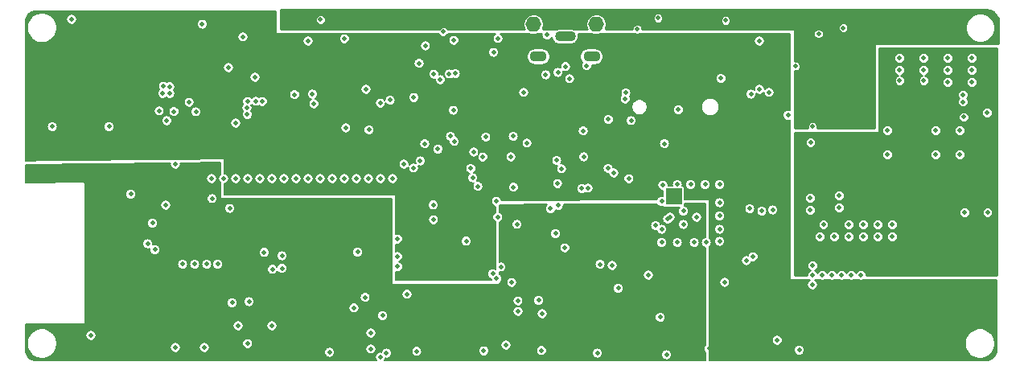
<source format=gbr>
G04 #@! TF.GenerationSoftware,KiCad,Pcbnew,(5.0.0)*
G04 #@! TF.CreationDate,2018-12-27T15:31:04-06:00*
G04 #@! TF.ProjectId,fk-core,666B2D636F72652E6B696361645F7063,0.1*
G04 #@! TF.SameCoordinates,PX791ddc0PY791ddc0*
G04 #@! TF.FileFunction,Copper,L3,Inr,Signal*
G04 #@! TF.FilePolarity,Positive*
%FSLAX46Y46*%
G04 Gerber Fmt 4.6, Leading zero omitted, Abs format (unit mm)*
G04 Created by KiCad (PCBNEW (5.0.0)) date 12/27/18 15:31:04*
%MOMM*%
%LPD*%
G01*
G04 APERTURE LIST*
G04 #@! TA.AperFunction,ViaPad*
%ADD10O,1.651000X1.600000*%
G04 #@! TD*
G04 #@! TA.AperFunction,ViaPad*
%ADD11O,1.800000X1.100000*%
G04 #@! TD*
G04 #@! TA.AperFunction,ViaPad*
%ADD12O,2.200000X1.100000*%
G04 #@! TD*
G04 #@! TA.AperFunction,ViaPad*
%ADD13R,1.700000X1.700000*%
G04 #@! TD*
G04 #@! TA.AperFunction,ViaPad*
%ADD14C,0.500000*%
G04 #@! TD*
G04 #@! TA.AperFunction,Conductor*
%ADD15C,0.203200*%
G04 #@! TD*
G04 #@! TA.AperFunction,Conductor*
%ADD16C,0.254000*%
G04 #@! TD*
G04 APERTURE END LIST*
D10*
G04 #@! TO.N,*
G04 #@! TO.C,J9*
X861000Y16259000D03*
X7461000Y16259000D03*
G04 #@! TD*
D11*
G04 #@! TO.N,Net-(J16-Pad6)*
G04 #@! TO.C,J16*
X6991000Y12827000D03*
G04 #@! TO.N,Net-(C14-Pad1)*
X1391000Y12827000D03*
D12*
G04 #@! TO.N,Net-(J16-Pad8)*
X4191000Y14977000D03*
G04 #@! TD*
D13*
G04 #@! TO.N,Net-(J15-Pad1)*
G04 #@! TO.C,J4*
X15621000Y-1905000D03*
G04 #@! TD*
D14*
G04 #@! TO.N,*
X-12446000Y-12170590D03*
G04 #@! TO.N,GND*
X16002000Y-6731000D03*
X-38090000Y9730000D03*
X-37410000Y9670000D03*
X-34000000Y16240000D03*
X16120000Y7240000D03*
X-38159083Y8945133D03*
X-37409083Y8945133D03*
X7580000Y-18370000D03*
X-45720000Y-16510000D03*
X-30861000Y-13081000D03*
X-29235447Y-17382599D03*
X-41529002Y-1651000D03*
X-29083000Y-12954000D03*
X-17653000Y-7747000D03*
X-33020000Y0D03*
X-31750000Y0D03*
X-30480000Y0D03*
X-29210000Y0D03*
X-27940000Y0D03*
X-26670000Y0D03*
X-25400000Y0D03*
X-24130000Y0D03*
X-22860000Y0D03*
X-21590000Y0D03*
X-20320000Y0D03*
X-19050000Y0D03*
X-17780000Y0D03*
X-16510000Y0D03*
X-15240000Y0D03*
X-13970000Y0D03*
X-20603328Y-18284010D03*
X-16260000Y-17942552D03*
X-24282400Y8839200D03*
X-22402800Y8890000D03*
X-4368800Y-18135600D03*
X-11426002Y-18186400D03*
X-18034000Y-13610410D03*
X-36982400Y7061200D03*
X-14610577Y-18370340D03*
X-16764000Y9398000D03*
X-30480000Y5842000D03*
X-31242000Y11684000D03*
X33020000Y-1778000D03*
X39370000Y12700000D03*
X41910000Y12700000D03*
X44450000Y12700000D03*
X46990000Y12700000D03*
X46990000Y11430000D03*
X44450000Y11430000D03*
X41910000Y11430000D03*
X39370000Y11430000D03*
X44450000Y10160000D03*
X46990000Y10160000D03*
X33460000Y15853590D03*
X45720000Y2540000D03*
X43180000Y2540000D03*
X38100000Y2540000D03*
X38100000Y5080000D03*
X43180000Y5080000D03*
X45720000Y5080000D03*
X33020000Y-3048000D03*
X29972000Y-2032000D03*
X29972000Y-3302000D03*
X24638000Y14478000D03*
X16002000Y-635000D03*
X17399000Y-635000D03*
X18923000Y-635000D03*
X20447000Y-635000D03*
X20447000Y-2540000D03*
X20447000Y-3937000D03*
X20447000Y-5334000D03*
X20447000Y-6604000D03*
X19050000Y-6731000D03*
X17780000Y-6731000D03*
X14351000Y-2413000D03*
X14351000Y-5334000D03*
X14351000Y-6731000D03*
X9779000Y-11557000D03*
X12954000Y-10160000D03*
X1716000Y-18096000D03*
X26035000Y-3302000D03*
X14858516Y-18539295D03*
X3392398Y-530684D03*
X-877276Y-4819305D03*
X27646000Y6662419D03*
X-2032000Y-17526000D03*
X28830000Y-18063379D03*
X14478000Y-698500D03*
X46228000Y-3556000D03*
X48641000Y-3556000D03*
X48577500Y6921500D03*
X46164500Y6477000D03*
X41940766Y10308410D03*
X39400766Y10308410D03*
X-36068000Y-9017000D03*
X-34798000Y-9017000D03*
X-33528000Y-9017000D03*
X-32385000Y-9017000D03*
X-43815000Y5461000D03*
X-49784000Y5461000D03*
X2158000Y10922000D03*
X6468220Y11890403D03*
X30226000Y5461000D03*
X21082000Y16637000D03*
X13970000Y16891000D03*
X8753034Y6225436D03*
X20980400Y-10922000D03*
X-4165600Y4368800D03*
X-11734800Y8534400D03*
X-9689200Y-2768600D03*
X-9663800Y-4343400D03*
X-6223000Y-6578600D03*
X30226000Y-9144000D03*
X30226000Y-10160000D03*
X30226000Y-11176000D03*
X31242000Y-10160000D03*
X32258000Y-10160000D03*
X33274000Y-10160000D03*
X34290000Y-10160000D03*
X35306000Y-10160000D03*
X-33782000Y-17780000D03*
X11139417Y6105605D03*
X-167745Y9071790D03*
X-3339276Y13284200D03*
X-2870200Y14757400D03*
X-7573190Y7186996D03*
X-4982472Y-814002D03*
X177800Y3733800D03*
X9321800Y592180D03*
X14192123Y-14600010D03*
X-47752000Y16764000D03*
X6096000Y5029200D03*
X-13436600Y-9271000D03*
X-13436600Y-8204200D03*
X-13436594Y-6375400D03*
X30017896Y3784600D03*
X-19024600Y14706600D03*
X11785600Y15748000D03*
G04 #@! TO.N,Net-(J15-Pad1)*
X14970903Y-4267945D03*
G04 #@! TO.N,3V3*
X19350000Y-17900000D03*
X-12700000Y-8890000D03*
X-24130000Y3175000D03*
X-25400000Y4445000D03*
X-25400000Y3175000D03*
X-26670000Y4445000D03*
X-26670000Y3175000D03*
X-27940000Y3175000D03*
X-24130000Y4445000D03*
X-13766800Y6400800D03*
X-35306000Y3302000D03*
X18034000Y11684000D03*
X-4445000Y-9271000D03*
X38227000Y-16764000D03*
X47498000Y-11938000D03*
X-31369000Y-1182000D03*
X-12446008Y-1905000D03*
X26416000Y1397000D03*
X-10160000Y7162800D03*
X2286000Y5559600D03*
X2932724Y895695D03*
X-7989200Y-2667000D03*
X-7989200Y-4267200D03*
X34644700Y-12001500D03*
X13966032Y-1250309D03*
X11582400Y-1066800D03*
X10557019Y4034643D03*
X-45974000Y16764000D03*
X25654000Y11176000D03*
X11928010Y14161269D03*
G04 #@! TO.N,/SWDIO*
X7874000Y-9020990D03*
X6616356Y-1006992D03*
G04 #@! TO.N,/SWCLK*
X9144000Y-9144000D03*
X5965888Y-1057313D03*
G04 #@! TO.N,/RESET*
X13716000Y-4953000D03*
X-1512276Y2289990D03*
G04 #@! TO.N,/MOSI*
X-25607190Y-8128000D03*
X-27482800Y-7772400D03*
X1778000Y-14224000D03*
X-3429000Y-10033002D03*
G04 #@! TO.N,/SCK*
X-25607190Y-9448800D03*
X-26619200Y-9550400D03*
X1397000Y-12827000D03*
X-3011695Y-10534495D03*
G04 #@! TO.N,/MISO*
X-16865600Y-12496800D03*
X-766402Y-13970000D03*
X-2567945Y-9308355D03*
G04 #@! TO.N,/USB-*
X4663637Y10511610D03*
G04 #@! TO.N,/USB+*
X4242603Y11791360D03*
G04 #@! TO.N,/D30*
X3313724Y1911695D03*
X23633724Y-3168305D03*
G04 #@! TO.N,/D31*
X3821724Y1022695D03*
X24903724Y-3422305D03*
G04 #@! TO.N,/A5_BATT_V*
X-36830000Y1524000D03*
G04 #@! TO.N,VUSB*
X2286000Y15113000D03*
G04 #@! TO.N,/SDA2*
X-11176000Y12141200D03*
X-10587810Y3671549D03*
G04 #@! TO.N,/BAT_BACKUP*
X26517600Y-17018000D03*
X23749000Y8890000D03*
G04 #@! TO.N,VBAT*
X-39751000Y-6858000D03*
X-39243000Y-4699000D03*
G04 #@! TO.N,VBUS*
X-29230000Y8120000D03*
X-28370000Y8140000D03*
X-27670000Y8110000D03*
X-29300000Y7430000D03*
X-29260000Y6740000D03*
X-38530000Y7120000D03*
X-34670000Y7040000D03*
X-25400000Y16510000D03*
X-24638000Y16510000D03*
X-23876000Y16510000D03*
X-23876000Y15875000D03*
X-24638000Y15875000D03*
X34290000Y6731000D03*
X32829500Y6731000D03*
X32829500Y7493000D03*
X33528000Y7492998D03*
X33528000Y6731002D03*
G04 #@! TO.N,/GPS_FIX*
X28459724Y11832410D03*
G04 #@! TO.N,Net-(J11-Pad1)*
X46075600Y8839200D03*
X46075600Y8077200D03*
G04 #@! TO.N,Net-(R4-Pad1)*
X-30226000Y-15494000D03*
G04 #@! TO.N,Net-(R5-Pad1)*
X-26670000Y-15494000D03*
G04 #@! TO.N,/SCL2*
X-11053143Y1859781D03*
G04 #@! TO.N,/PG*
X-29722000Y14909800D03*
X-37733532Y6096336D03*
G04 #@! TO.N,/CHG*
X-35379998Y8030000D03*
X-28448000Y10668000D03*
G04 #@! TO.N,/GPS_TX*
X25665724Y9070802D03*
G04 #@! TO.N,/GPS_RX*
X24649724Y9401990D03*
G04 #@! TO.N,/PERIPH_3V3*
X-13462000Y-16256000D03*
X-12446000Y-16256000D03*
X-13462000Y-17780000D03*
X-12446000Y-17780000D03*
X-13970000Y-12170590D03*
X-10922000Y-12170590D03*
X-29464000Y-7620000D03*
X-17526000Y-9017000D03*
X-20031945Y-15751990D03*
X-28037621Y-10433885D03*
X-24790400Y-15494000D03*
X-28346400Y-15494000D03*
X-11057822Y-18921697D03*
X-12422724Y-13673191D03*
X-10921211Y-13673191D03*
X-13965918Y-13673191D03*
X15240000Y-12065000D03*
X-15621000Y-2413000D03*
X-32280452Y-7577010D03*
X-29429046Y-2389680D03*
X-43561000Y762000D03*
X18161000Y-12115800D03*
X18008600Y-13055600D03*
G04 #@! TO.N,/GPS_3V3*
X34290000Y4445000D03*
X36830000Y4445000D03*
X42672000Y-6096000D03*
X44196000Y-6096000D03*
X40894000Y-6096000D03*
X40894000Y-4572000D03*
X42672000Y-4572000D03*
X44196000Y-4572000D03*
X38481000Y-1524000D03*
X29972000Y635000D03*
X48260000Y-9398000D03*
G04 #@! TO.N,Net-(C29-Pad1)*
X-22250400Y7874000D03*
X-15255036Y7936742D03*
G04 #@! TO.N,/MODULE_3V3*
X-16459200Y5130800D03*
G04 #@! TO.N,/D12_SD_CS*
X3175000Y-5795179D03*
G04 #@! TO.N,/A1_WIFI_RST*
X-15240000Y-18796000D03*
G04 #@! TO.N,/D2_WIFI_EN*
X-16256000Y-16256000D03*
X-776402Y-12883595D03*
G04 #@! TO.N,/D7_WIFI_CS*
X-1241858Y-902657D03*
G04 #@! TO.N,/A4_GPS_EN*
X-7485893Y3927549D03*
G04 #@! TO.N,/LORA_D0*
X-3036276Y-2391590D03*
G04 #@! TO.N,/D5_RADIO_CS*
X-2902503Y-4085410D03*
G04 #@! TO.N,/D26_FLASH_CS*
X-15024288Y-14427200D03*
X-1429681Y-10938744D03*
G04 #@! TO.N,/D25_PERIPH_EN*
X-1270000Y4445000D03*
X-7877990Y4448990D03*
G04 #@! TO.N,/A1_WIFI_RST*
X-36830000Y-17780000D03*
G04 #@! TO.N,/A2_WIFI_IRQ*
X-11761448Y1109385D03*
G04 #@! TO.N,/D8_WIFI_WAKE*
X-4470400Y2260600D03*
G04 #@! TO.N,/A4_GPS_EN*
X14649465Y3679032D03*
G04 #@! TO.N,/GPS_PWR_FILT*
X31369000Y-4826000D03*
X38608000Y-6096000D03*
X37084000Y-6096000D03*
X35560000Y-6096000D03*
X34036000Y-6096000D03*
X32512000Y-6096000D03*
X30988000Y-6096000D03*
X34036000Y-4826000D03*
X35560000Y-4826000D03*
X37084000Y-4826000D03*
X38608000Y-4826000D03*
G04 #@! TO.N,Net-(J15-Pad1)*
X15240000Y-4064000D03*
X18034000Y-4064000D03*
X16637000Y-3429000D03*
X16637000Y-4826000D03*
G04 #@! TO.N,/SDA1*
X-31115000Y-3144000D03*
X2664953Y-3175000D03*
X-22860000Y14478000D03*
X10900590Y-25400D03*
X10591800Y9017000D03*
X-7518400Y14554200D03*
X-10515602Y13970000D03*
G04 #@! TO.N,/SCL2*
X-9626600Y10998200D03*
G04 #@! TO.N,/SDA1*
X23266400Y-8636000D03*
G04 #@! TO.N,/SCL1*
X10515612Y8369052D03*
X-32966801Y-2110269D03*
X8712200Y1070770D03*
X23977600Y-8229600D03*
X3476473Y-2832021D03*
X-21564600Y16738600D03*
X-8610600Y15468600D03*
G04 #@! TO.N,Net-(C40-Pad1)*
X-37846000Y-2794000D03*
X-38989000Y-7493000D03*
G04 #@! TO.N,Net-(J16-Pad4)*
X3429000Y11176000D03*
G04 #@! TO.N,/A3_STATUS*
X-5435600Y2794000D03*
X30861000Y15240000D03*
X20599400Y10541000D03*
G04 #@! TO.N,/D9_I2S_DATA*
X-9189827Y3092248D03*
X-8945002Y10410993D03*
G04 #@! TO.N,/D1_I2S_BCLK*
X-5740400Y1066800D03*
X-7357168Y11049376D03*
G04 #@! TO.N,/D0_I2S_WS*
X-5539661Y83234D03*
X-8008988Y11021594D03*
G04 #@! TO.N,/LORA_D2*
X4165600Y-7289800D03*
G04 #@! TO.N,/LORA_D1*
X6149420Y2289990D03*
G04 #@! TO.N,/A5_BATT_V*
X-12772376Y1524000D03*
G04 #@! TO.N,/A5_MODULE_EN*
X-14224000Y8255000D03*
X-18897600Y5334000D03*
G04 #@! TD*
D15*
G04 #@! TO.N,/PERIPH_3V3*
G36*
X-32105600Y429005D02*
X-32180941Y353664D01*
X-32241657Y262796D01*
X-32283479Y161829D01*
X-32304800Y54643D01*
X-32304800Y-54643D01*
X-32283479Y-161829D01*
X-32241657Y-262796D01*
X-32180941Y-353664D01*
X-32105600Y-429005D01*
X-32105600Y-2032000D01*
X-32103648Y-2051821D01*
X-32097866Y-2070881D01*
X-32088477Y-2088446D01*
X-32075842Y-2103842D01*
X-32060446Y-2116477D01*
X-32042881Y-2125866D01*
X-32023821Y-2131648D01*
X-32004000Y-2133600D01*
X-14071600Y-2133600D01*
X-14071600Y-11049000D01*
X-14069648Y-11068821D01*
X-14063866Y-11087881D01*
X-14054477Y-11105446D01*
X-14041842Y-11120842D01*
X-14026446Y-11133477D01*
X-14008881Y-11142866D01*
X-13989821Y-11148648D01*
X-13970000Y-11150600D01*
X-2794000Y-11150600D01*
X-2774179Y-11148648D01*
X-2755119Y-11142866D01*
X-2737554Y-11133477D01*
X-2722158Y-11120842D01*
X-2709523Y-11105446D01*
X-2700134Y-11087881D01*
X-2694352Y-11068821D01*
X-2692400Y-11049000D01*
X-2692400Y-10988401D01*
X-2658031Y-10965436D01*
X-2580754Y-10888159D01*
X-2578043Y-10884101D01*
X-1984481Y-10884101D01*
X-1984481Y-10993387D01*
X-1963160Y-11100573D01*
X-1921338Y-11201540D01*
X-1860622Y-11292408D01*
X-1783345Y-11369685D01*
X-1692477Y-11430401D01*
X-1591510Y-11472223D01*
X-1484324Y-11493544D01*
X-1375038Y-11493544D01*
X-1267852Y-11472223D01*
X-1166885Y-11430401D01*
X-1076017Y-11369685D01*
X-998740Y-11292408D01*
X-938024Y-11201540D01*
X-896202Y-11100573D01*
X-874881Y-10993387D01*
X-874881Y-10884101D01*
X-896202Y-10776915D01*
X-938024Y-10675948D01*
X-998740Y-10585080D01*
X-1076017Y-10507803D01*
X-1166885Y-10447087D01*
X-1267852Y-10405265D01*
X-1375038Y-10383944D01*
X-1484324Y-10383944D01*
X-1591510Y-10405265D01*
X-1692477Y-10447087D01*
X-1783345Y-10507803D01*
X-1860622Y-10585080D01*
X-1921338Y-10675948D01*
X-1963160Y-10776915D01*
X-1984481Y-10884101D01*
X-2578043Y-10884101D01*
X-2520038Y-10797291D01*
X-2478216Y-10696324D01*
X-2456895Y-10589138D01*
X-2456895Y-10479852D01*
X-2478216Y-10372666D01*
X-2520038Y-10271699D01*
X-2580754Y-10180831D01*
X-2656228Y-10105357D01*
X12399200Y-10105357D01*
X12399200Y-10214643D01*
X12420521Y-10321829D01*
X12462343Y-10422796D01*
X12523059Y-10513664D01*
X12600336Y-10590941D01*
X12691204Y-10651657D01*
X12792171Y-10693479D01*
X12899357Y-10714800D01*
X13008643Y-10714800D01*
X13115829Y-10693479D01*
X13216796Y-10651657D01*
X13307664Y-10590941D01*
X13384941Y-10513664D01*
X13445657Y-10422796D01*
X13487479Y-10321829D01*
X13508800Y-10214643D01*
X13508800Y-10105357D01*
X13487479Y-9998171D01*
X13445657Y-9897204D01*
X13384941Y-9806336D01*
X13307664Y-9729059D01*
X13216796Y-9668343D01*
X13115829Y-9626521D01*
X13008643Y-9605200D01*
X12899357Y-9605200D01*
X12792171Y-9626521D01*
X12691204Y-9668343D01*
X12600336Y-9729059D01*
X12523059Y-9806336D01*
X12462343Y-9897204D01*
X12420521Y-9998171D01*
X12399200Y-10105357D01*
X-2656228Y-10105357D01*
X-2658031Y-10103554D01*
X-2692400Y-10080589D01*
X-2692400Y-9849268D01*
X-2622588Y-9863155D01*
X-2513302Y-9863155D01*
X-2406116Y-9841834D01*
X-2305149Y-9800012D01*
X-2214281Y-9739296D01*
X-2137004Y-9662019D01*
X-2076288Y-9571151D01*
X-2034466Y-9470184D01*
X-2013145Y-9362998D01*
X-2013145Y-9253712D01*
X-2034466Y-9146526D01*
X-2076288Y-9045559D01*
X-2129215Y-8966347D01*
X7319200Y-8966347D01*
X7319200Y-9075633D01*
X7340521Y-9182819D01*
X7382343Y-9283786D01*
X7443059Y-9374654D01*
X7520336Y-9451931D01*
X7611204Y-9512647D01*
X7712171Y-9554469D01*
X7819357Y-9575790D01*
X7928643Y-9575790D01*
X8035829Y-9554469D01*
X8136796Y-9512647D01*
X8227664Y-9451931D01*
X8304941Y-9374654D01*
X8365657Y-9283786D01*
X8407479Y-9182819D01*
X8426070Y-9089357D01*
X8589200Y-9089357D01*
X8589200Y-9198643D01*
X8610521Y-9305829D01*
X8652343Y-9406796D01*
X8713059Y-9497664D01*
X8790336Y-9574941D01*
X8881204Y-9635657D01*
X8982171Y-9677479D01*
X9089357Y-9698800D01*
X9198643Y-9698800D01*
X9305829Y-9677479D01*
X9406796Y-9635657D01*
X9497664Y-9574941D01*
X9574941Y-9497664D01*
X9635657Y-9406796D01*
X9677479Y-9305829D01*
X9698800Y-9198643D01*
X9698800Y-9089357D01*
X9677479Y-8982171D01*
X9635657Y-8881204D01*
X9574941Y-8790336D01*
X9497664Y-8713059D01*
X9406796Y-8652343D01*
X9305829Y-8610521D01*
X9198643Y-8589200D01*
X9089357Y-8589200D01*
X8982171Y-8610521D01*
X8881204Y-8652343D01*
X8790336Y-8713059D01*
X8713059Y-8790336D01*
X8652343Y-8881204D01*
X8610521Y-8982171D01*
X8589200Y-9089357D01*
X8426070Y-9089357D01*
X8428800Y-9075633D01*
X8428800Y-8966347D01*
X8407479Y-8859161D01*
X8365657Y-8758194D01*
X8304941Y-8667326D01*
X8227664Y-8590049D01*
X8136796Y-8529333D01*
X8035829Y-8487511D01*
X7928643Y-8466190D01*
X7819357Y-8466190D01*
X7712171Y-8487511D01*
X7611204Y-8529333D01*
X7520336Y-8590049D01*
X7443059Y-8667326D01*
X7382343Y-8758194D01*
X7340521Y-8859161D01*
X7319200Y-8966347D01*
X-2129215Y-8966347D01*
X-2137004Y-8954691D01*
X-2214281Y-8877414D01*
X-2305149Y-8816698D01*
X-2406116Y-8774876D01*
X-2513302Y-8753555D01*
X-2622588Y-8753555D01*
X-2692400Y-8767442D01*
X-2692400Y-7235157D01*
X3610800Y-7235157D01*
X3610800Y-7344443D01*
X3632121Y-7451629D01*
X3673943Y-7552596D01*
X3734659Y-7643464D01*
X3811936Y-7720741D01*
X3902804Y-7781457D01*
X4003771Y-7823279D01*
X4110957Y-7844600D01*
X4220243Y-7844600D01*
X4327429Y-7823279D01*
X4428396Y-7781457D01*
X4519264Y-7720741D01*
X4596541Y-7643464D01*
X4657257Y-7552596D01*
X4699079Y-7451629D01*
X4720400Y-7344443D01*
X4720400Y-7235157D01*
X4699079Y-7127971D01*
X4657257Y-7027004D01*
X4596541Y-6936136D01*
X4519264Y-6858859D01*
X4428396Y-6798143D01*
X4327429Y-6756321D01*
X4220243Y-6735000D01*
X4110957Y-6735000D01*
X4003771Y-6756321D01*
X3902804Y-6798143D01*
X3811936Y-6858859D01*
X3734659Y-6936136D01*
X3673943Y-7027004D01*
X3632121Y-7127971D01*
X3610800Y-7235157D01*
X-2692400Y-7235157D01*
X-2692400Y-6676357D01*
X13796200Y-6676357D01*
X13796200Y-6785643D01*
X13817521Y-6892829D01*
X13859343Y-6993796D01*
X13920059Y-7084664D01*
X13997336Y-7161941D01*
X14088204Y-7222657D01*
X14189171Y-7264479D01*
X14296357Y-7285800D01*
X14405643Y-7285800D01*
X14512829Y-7264479D01*
X14613796Y-7222657D01*
X14704664Y-7161941D01*
X14781941Y-7084664D01*
X14842657Y-6993796D01*
X14884479Y-6892829D01*
X14905800Y-6785643D01*
X14905800Y-6676357D01*
X15447200Y-6676357D01*
X15447200Y-6785643D01*
X15468521Y-6892829D01*
X15510343Y-6993796D01*
X15571059Y-7084664D01*
X15648336Y-7161941D01*
X15739204Y-7222657D01*
X15840171Y-7264479D01*
X15947357Y-7285800D01*
X16056643Y-7285800D01*
X16163829Y-7264479D01*
X16264796Y-7222657D01*
X16355664Y-7161941D01*
X16432941Y-7084664D01*
X16493657Y-6993796D01*
X16535479Y-6892829D01*
X16556800Y-6785643D01*
X16556800Y-6676357D01*
X17225200Y-6676357D01*
X17225200Y-6785643D01*
X17246521Y-6892829D01*
X17288343Y-6993796D01*
X17349059Y-7084664D01*
X17426336Y-7161941D01*
X17517204Y-7222657D01*
X17618171Y-7264479D01*
X17725357Y-7285800D01*
X17834643Y-7285800D01*
X17941829Y-7264479D01*
X18042796Y-7222657D01*
X18133664Y-7161941D01*
X18210941Y-7084664D01*
X18271657Y-6993796D01*
X18313479Y-6892829D01*
X18334800Y-6785643D01*
X18334800Y-6676357D01*
X18313479Y-6569171D01*
X18271657Y-6468204D01*
X18210941Y-6377336D01*
X18133664Y-6300059D01*
X18042796Y-6239343D01*
X17941829Y-6197521D01*
X17834643Y-6176200D01*
X17725357Y-6176200D01*
X17618171Y-6197521D01*
X17517204Y-6239343D01*
X17426336Y-6300059D01*
X17349059Y-6377336D01*
X17288343Y-6468204D01*
X17246521Y-6569171D01*
X17225200Y-6676357D01*
X16556800Y-6676357D01*
X16535479Y-6569171D01*
X16493657Y-6468204D01*
X16432941Y-6377336D01*
X16355664Y-6300059D01*
X16264796Y-6239343D01*
X16163829Y-6197521D01*
X16056643Y-6176200D01*
X15947357Y-6176200D01*
X15840171Y-6197521D01*
X15739204Y-6239343D01*
X15648336Y-6300059D01*
X15571059Y-6377336D01*
X15510343Y-6468204D01*
X15468521Y-6569171D01*
X15447200Y-6676357D01*
X14905800Y-6676357D01*
X14884479Y-6569171D01*
X14842657Y-6468204D01*
X14781941Y-6377336D01*
X14704664Y-6300059D01*
X14613796Y-6239343D01*
X14512829Y-6197521D01*
X14405643Y-6176200D01*
X14296357Y-6176200D01*
X14189171Y-6197521D01*
X14088204Y-6239343D01*
X13997336Y-6300059D01*
X13920059Y-6377336D01*
X13859343Y-6468204D01*
X13817521Y-6569171D01*
X13796200Y-6676357D01*
X-2692400Y-6676357D01*
X-2692400Y-5740536D01*
X2620200Y-5740536D01*
X2620200Y-5849822D01*
X2641521Y-5957008D01*
X2683343Y-6057975D01*
X2744059Y-6148843D01*
X2821336Y-6226120D01*
X2912204Y-6286836D01*
X3013171Y-6328658D01*
X3120357Y-6349979D01*
X3229643Y-6349979D01*
X3336829Y-6328658D01*
X3437796Y-6286836D01*
X3528664Y-6226120D01*
X3605941Y-6148843D01*
X3666657Y-6057975D01*
X3708479Y-5957008D01*
X3729800Y-5849822D01*
X3729800Y-5740536D01*
X3708479Y-5633350D01*
X3666657Y-5532383D01*
X3605941Y-5441515D01*
X3528664Y-5364238D01*
X3437796Y-5303522D01*
X3336829Y-5261700D01*
X3229643Y-5240379D01*
X3120357Y-5240379D01*
X3013171Y-5261700D01*
X2912204Y-5303522D01*
X2821336Y-5364238D01*
X2744059Y-5441515D01*
X2683343Y-5532383D01*
X2641521Y-5633350D01*
X2620200Y-5740536D01*
X-2692400Y-5740536D01*
X-2692400Y-4764662D01*
X-1432076Y-4764662D01*
X-1432076Y-4873948D01*
X-1410755Y-4981134D01*
X-1368933Y-5082101D01*
X-1308217Y-5172969D01*
X-1230940Y-5250246D01*
X-1140072Y-5310962D01*
X-1039105Y-5352784D01*
X-931919Y-5374105D01*
X-822633Y-5374105D01*
X-715447Y-5352784D01*
X-614480Y-5310962D01*
X-523612Y-5250246D01*
X-446335Y-5172969D01*
X-385619Y-5082101D01*
X-343797Y-4981134D01*
X-327332Y-4898357D01*
X13161200Y-4898357D01*
X13161200Y-5007643D01*
X13182521Y-5114829D01*
X13224343Y-5215796D01*
X13285059Y-5306664D01*
X13362336Y-5383941D01*
X13453204Y-5444657D01*
X13554171Y-5486479D01*
X13661357Y-5507800D01*
X13770643Y-5507800D01*
X13818534Y-5498274D01*
X13859343Y-5596796D01*
X13920059Y-5687664D01*
X13997336Y-5764941D01*
X14088204Y-5825657D01*
X14189171Y-5867479D01*
X14296357Y-5888800D01*
X14405643Y-5888800D01*
X14512829Y-5867479D01*
X14613796Y-5825657D01*
X14704664Y-5764941D01*
X14781941Y-5687664D01*
X14842657Y-5596796D01*
X14884479Y-5495829D01*
X14905800Y-5388643D01*
X14905800Y-5279357D01*
X14884479Y-5172171D01*
X14842657Y-5071204D01*
X14781941Y-4980336D01*
X14704664Y-4903059D01*
X14613796Y-4842343D01*
X14512829Y-4800521D01*
X14405643Y-4779200D01*
X14296357Y-4779200D01*
X14248466Y-4788726D01*
X14207657Y-4690204D01*
X14146941Y-4599336D01*
X14069664Y-4522059D01*
X13978796Y-4461343D01*
X13877829Y-4419521D01*
X13770643Y-4398200D01*
X13661357Y-4398200D01*
X13554171Y-4419521D01*
X13453204Y-4461343D01*
X13362336Y-4522059D01*
X13285059Y-4599336D01*
X13224343Y-4690204D01*
X13182521Y-4791171D01*
X13161200Y-4898357D01*
X-327332Y-4898357D01*
X-322476Y-4873948D01*
X-322476Y-4764662D01*
X-343797Y-4657476D01*
X-385619Y-4556509D01*
X-446335Y-4465641D01*
X-523612Y-4388364D01*
X-614480Y-4327648D01*
X-715447Y-4285826D01*
X-822633Y-4264505D01*
X-931919Y-4264505D01*
X-1039105Y-4285826D01*
X-1140072Y-4327648D01*
X-1230940Y-4388364D01*
X-1308217Y-4465641D01*
X-1368933Y-4556509D01*
X-1410755Y-4657476D01*
X-1432076Y-4764662D01*
X-2692400Y-4764662D01*
X-2692400Y-4598893D01*
X-2639707Y-4577067D01*
X-2548839Y-4516351D01*
X-2471562Y-4439074D01*
X-2410846Y-4348206D01*
X-2369024Y-4247239D01*
X-2362274Y-4213302D01*
X14416103Y-4213302D01*
X14416103Y-4322588D01*
X14437424Y-4429774D01*
X14479246Y-4530741D01*
X14539962Y-4621609D01*
X14617239Y-4698886D01*
X14708107Y-4759602D01*
X14809074Y-4801424D01*
X14916260Y-4822745D01*
X15025546Y-4822745D01*
X15132732Y-4801424D01*
X15205319Y-4771357D01*
X16082200Y-4771357D01*
X16082200Y-4880643D01*
X16103521Y-4987829D01*
X16145343Y-5088796D01*
X16206059Y-5179664D01*
X16283336Y-5256941D01*
X16374204Y-5317657D01*
X16475171Y-5359479D01*
X16582357Y-5380800D01*
X16691643Y-5380800D01*
X16798829Y-5359479D01*
X16899796Y-5317657D01*
X16990664Y-5256941D01*
X17067941Y-5179664D01*
X17128657Y-5088796D01*
X17170479Y-4987829D01*
X17191800Y-4880643D01*
X17191800Y-4771357D01*
X17170479Y-4664171D01*
X17128657Y-4563204D01*
X17067941Y-4472336D01*
X16990664Y-4395059D01*
X16899796Y-4334343D01*
X16798829Y-4292521D01*
X16691643Y-4271200D01*
X16582357Y-4271200D01*
X16475171Y-4292521D01*
X16374204Y-4334343D01*
X16283336Y-4395059D01*
X16206059Y-4472336D01*
X16145343Y-4563204D01*
X16103521Y-4664171D01*
X16082200Y-4771357D01*
X15205319Y-4771357D01*
X15233699Y-4759602D01*
X15324567Y-4698886D01*
X15401844Y-4621609D01*
X15424143Y-4588236D01*
X15502796Y-4555657D01*
X15593664Y-4494941D01*
X15670941Y-4417664D01*
X15731657Y-4326796D01*
X15773479Y-4225829D01*
X15794800Y-4118643D01*
X15794800Y-4009357D01*
X17479200Y-4009357D01*
X17479200Y-4118643D01*
X17500521Y-4225829D01*
X17542343Y-4326796D01*
X17603059Y-4417664D01*
X17680336Y-4494941D01*
X17771204Y-4555657D01*
X17872171Y-4597479D01*
X17979357Y-4618800D01*
X18088643Y-4618800D01*
X18195829Y-4597479D01*
X18296796Y-4555657D01*
X18387664Y-4494941D01*
X18464941Y-4417664D01*
X18525657Y-4326796D01*
X18567479Y-4225829D01*
X18588800Y-4118643D01*
X18588800Y-4009357D01*
X18567479Y-3902171D01*
X18525657Y-3801204D01*
X18464941Y-3710336D01*
X18387664Y-3633059D01*
X18296796Y-3572343D01*
X18195829Y-3530521D01*
X18088643Y-3509200D01*
X17979357Y-3509200D01*
X17872171Y-3530521D01*
X17771204Y-3572343D01*
X17680336Y-3633059D01*
X17603059Y-3710336D01*
X17542343Y-3801204D01*
X17500521Y-3902171D01*
X17479200Y-4009357D01*
X15794800Y-4009357D01*
X15773479Y-3902171D01*
X15731657Y-3801204D01*
X15670941Y-3710336D01*
X15593664Y-3633059D01*
X15502796Y-3572343D01*
X15401829Y-3530521D01*
X15294643Y-3509200D01*
X15185357Y-3509200D01*
X15078171Y-3530521D01*
X14977204Y-3572343D01*
X14886336Y-3633059D01*
X14809059Y-3710336D01*
X14786760Y-3743709D01*
X14708107Y-3776288D01*
X14617239Y-3837004D01*
X14539962Y-3914281D01*
X14479246Y-4005149D01*
X14437424Y-4106116D01*
X14416103Y-4213302D01*
X-2362274Y-4213302D01*
X-2347703Y-4140053D01*
X-2347703Y-4030767D01*
X-2369024Y-3923581D01*
X-2410846Y-3822614D01*
X-2471562Y-3731746D01*
X-2548839Y-3654469D01*
X-2639707Y-3593753D01*
X-2692400Y-3571927D01*
X-2692400Y-2829071D01*
X-2682612Y-2822531D01*
X-2627716Y-2767635D01*
X2319048Y-2738875D01*
X2311289Y-2744059D01*
X2234012Y-2821336D01*
X2173296Y-2912204D01*
X2131474Y-3013171D01*
X2110153Y-3120357D01*
X2110153Y-3229643D01*
X2131474Y-3336829D01*
X2173296Y-3437796D01*
X2234012Y-3528664D01*
X2311289Y-3605941D01*
X2402157Y-3666657D01*
X2503124Y-3708479D01*
X2610310Y-3729800D01*
X2719596Y-3729800D01*
X2826782Y-3708479D01*
X2927749Y-3666657D01*
X3018617Y-3605941D01*
X3095894Y-3528664D01*
X3156610Y-3437796D01*
X3198432Y-3336829D01*
X3202530Y-3316230D01*
X3213677Y-3323678D01*
X3314644Y-3365500D01*
X3421830Y-3386821D01*
X3531116Y-3386821D01*
X3638302Y-3365500D01*
X3739269Y-3323678D01*
X3830137Y-3262962D01*
X3907414Y-3185685D01*
X3968130Y-3094817D01*
X4009952Y-2993850D01*
X4031273Y-2886664D01*
X4031273Y-2777378D01*
X4021645Y-2728976D01*
X13857683Y-2671789D01*
X13859343Y-2675796D01*
X13920059Y-2766664D01*
X13997336Y-2843941D01*
X14088204Y-2904657D01*
X14189171Y-2946479D01*
X14296357Y-2967800D01*
X14405643Y-2967800D01*
X14512829Y-2946479D01*
X14528510Y-2939984D01*
X14554432Y-2971568D01*
X14600843Y-3009658D01*
X14653794Y-3037960D01*
X14711249Y-3055389D01*
X14771000Y-3061274D01*
X16220121Y-3061274D01*
X16206059Y-3075336D01*
X16145343Y-3166204D01*
X16103521Y-3267171D01*
X16082200Y-3374357D01*
X16082200Y-3483643D01*
X16103521Y-3590829D01*
X16145343Y-3691796D01*
X16206059Y-3782664D01*
X16283336Y-3859941D01*
X16374204Y-3920657D01*
X16475171Y-3962479D01*
X16582357Y-3983800D01*
X16691643Y-3983800D01*
X16798829Y-3962479D01*
X16899796Y-3920657D01*
X16990664Y-3859941D01*
X17067941Y-3782664D01*
X17128657Y-3691796D01*
X17170479Y-3590829D01*
X17191800Y-3483643D01*
X17191800Y-3374357D01*
X17170479Y-3267171D01*
X17128657Y-3166204D01*
X17067941Y-3075336D01*
X16990664Y-2998059D01*
X16899796Y-2937343D01*
X16798829Y-2895521D01*
X16747008Y-2885213D01*
X16753960Y-2872206D01*
X16771389Y-2814751D01*
X16777274Y-2755000D01*
X16777274Y-2654815D01*
X18948400Y-2642192D01*
X18948400Y-6185540D01*
X18888171Y-6197521D01*
X18787204Y-6239343D01*
X18696336Y-6300059D01*
X18619059Y-6377336D01*
X18558343Y-6468204D01*
X18516521Y-6569171D01*
X18495200Y-6676357D01*
X18495200Y-6785643D01*
X18516521Y-6892829D01*
X18558343Y-6993796D01*
X18619059Y-7084664D01*
X18696336Y-7161941D01*
X18787204Y-7222657D01*
X18888171Y-7264479D01*
X18948400Y-7276460D01*
X18948400Y-17516995D01*
X18919059Y-17546336D01*
X18858343Y-17637204D01*
X18816521Y-17738171D01*
X18795200Y-17845357D01*
X18795200Y-17954643D01*
X18816521Y-18061829D01*
X18858343Y-18162796D01*
X18919059Y-18253664D01*
X18948400Y-18283005D01*
X18948400Y-19120200D01*
X-14789372Y-19120200D01*
X-14748343Y-19058796D01*
X-14706521Y-18957829D01*
X-14698694Y-18918481D01*
X-14665220Y-18925140D01*
X-14555934Y-18925140D01*
X-14448748Y-18903819D01*
X-14347781Y-18861997D01*
X-14256913Y-18801281D01*
X-14179636Y-18724004D01*
X-14118920Y-18633136D01*
X-14077098Y-18532169D01*
X-14055777Y-18424983D01*
X-14055777Y-18315697D01*
X-14077098Y-18208511D01*
X-14108890Y-18131757D01*
X-11980802Y-18131757D01*
X-11980802Y-18241043D01*
X-11959481Y-18348229D01*
X-11917659Y-18449196D01*
X-11856943Y-18540064D01*
X-11779666Y-18617341D01*
X-11688798Y-18678057D01*
X-11587831Y-18719879D01*
X-11480645Y-18741200D01*
X-11371359Y-18741200D01*
X-11264173Y-18719879D01*
X-11163206Y-18678057D01*
X-11072338Y-18617341D01*
X-10995061Y-18540064D01*
X-10934345Y-18449196D01*
X-10892523Y-18348229D01*
X-10871202Y-18241043D01*
X-10871202Y-18131757D01*
X-10881306Y-18080957D01*
X-4923600Y-18080957D01*
X-4923600Y-18190243D01*
X-4902279Y-18297429D01*
X-4860457Y-18398396D01*
X-4799741Y-18489264D01*
X-4722464Y-18566541D01*
X-4631596Y-18627257D01*
X-4530629Y-18669079D01*
X-4423443Y-18690400D01*
X-4314157Y-18690400D01*
X-4206971Y-18669079D01*
X-4106004Y-18627257D01*
X-4015136Y-18566541D01*
X-3937859Y-18489264D01*
X-3877143Y-18398396D01*
X-3835321Y-18297429D01*
X-3814000Y-18190243D01*
X-3814000Y-18080957D01*
X-3835321Y-17973771D01*
X-3877143Y-17872804D01*
X-3937859Y-17781936D01*
X-4015136Y-17704659D01*
X-4106004Y-17643943D01*
X-4206971Y-17602121D01*
X-4314157Y-17580800D01*
X-4423443Y-17580800D01*
X-4530629Y-17602121D01*
X-4631596Y-17643943D01*
X-4722464Y-17704659D01*
X-4799741Y-17781936D01*
X-4860457Y-17872804D01*
X-4902279Y-17973771D01*
X-4923600Y-18080957D01*
X-10881306Y-18080957D01*
X-10892523Y-18024571D01*
X-10934345Y-17923604D01*
X-10995061Y-17832736D01*
X-11072338Y-17755459D01*
X-11163206Y-17694743D01*
X-11264173Y-17652921D01*
X-11371359Y-17631600D01*
X-11480645Y-17631600D01*
X-11587831Y-17652921D01*
X-11688798Y-17694743D01*
X-11779666Y-17755459D01*
X-11856943Y-17832736D01*
X-11917659Y-17923604D01*
X-11959481Y-18024571D01*
X-11980802Y-18131757D01*
X-14108890Y-18131757D01*
X-14118920Y-18107544D01*
X-14179636Y-18016676D01*
X-14256913Y-17939399D01*
X-14347781Y-17878683D01*
X-14448748Y-17836861D01*
X-14555934Y-17815540D01*
X-14665220Y-17815540D01*
X-14772406Y-17836861D01*
X-14873373Y-17878683D01*
X-14964241Y-17939399D01*
X-15041518Y-18016676D01*
X-15102234Y-18107544D01*
X-15144056Y-18208511D01*
X-15151883Y-18247859D01*
X-15185357Y-18241200D01*
X-15294643Y-18241200D01*
X-15401829Y-18262521D01*
X-15502796Y-18304343D01*
X-15593664Y-18365059D01*
X-15670941Y-18442336D01*
X-15731657Y-18533204D01*
X-15773479Y-18634171D01*
X-15794800Y-18741357D01*
X-15794800Y-18850643D01*
X-15773479Y-18957829D01*
X-15731657Y-19058796D01*
X-15690628Y-19120200D01*
X-51481430Y-19120200D01*
X-51717225Y-19097080D01*
X-51926183Y-19033992D01*
X-52118899Y-18931523D01*
X-52288050Y-18793567D01*
X-52427177Y-18625390D01*
X-52530992Y-18433390D01*
X-52595536Y-18224882D01*
X-52620200Y-17990220D01*
X-52620200Y-17209896D01*
X-52439800Y-17209896D01*
X-52439800Y-17520104D01*
X-52379282Y-17824352D01*
X-52260570Y-18110948D01*
X-52088227Y-18368877D01*
X-51868877Y-18588227D01*
X-51610948Y-18760570D01*
X-51324352Y-18879282D01*
X-51020104Y-18939800D01*
X-50709896Y-18939800D01*
X-50405648Y-18879282D01*
X-50119052Y-18760570D01*
X-49861123Y-18588227D01*
X-49641773Y-18368877D01*
X-49469430Y-18110948D01*
X-49350718Y-17824352D01*
X-49331027Y-17725357D01*
X-37384800Y-17725357D01*
X-37384800Y-17834643D01*
X-37363479Y-17941829D01*
X-37321657Y-18042796D01*
X-37260941Y-18133664D01*
X-37183664Y-18210941D01*
X-37092796Y-18271657D01*
X-36991829Y-18313479D01*
X-36884643Y-18334800D01*
X-36775357Y-18334800D01*
X-36668171Y-18313479D01*
X-36567204Y-18271657D01*
X-36476336Y-18210941D01*
X-36399059Y-18133664D01*
X-36338343Y-18042796D01*
X-36296521Y-17941829D01*
X-36275200Y-17834643D01*
X-36275200Y-17725357D01*
X-34336800Y-17725357D01*
X-34336800Y-17834643D01*
X-34315479Y-17941829D01*
X-34273657Y-18042796D01*
X-34212941Y-18133664D01*
X-34135664Y-18210941D01*
X-34044796Y-18271657D01*
X-33943829Y-18313479D01*
X-33836643Y-18334800D01*
X-33727357Y-18334800D01*
X-33620171Y-18313479D01*
X-33519204Y-18271657D01*
X-33455913Y-18229367D01*
X-21158128Y-18229367D01*
X-21158128Y-18338653D01*
X-21136807Y-18445839D01*
X-21094985Y-18546806D01*
X-21034269Y-18637674D01*
X-20956992Y-18714951D01*
X-20866124Y-18775667D01*
X-20765157Y-18817489D01*
X-20657971Y-18838810D01*
X-20548685Y-18838810D01*
X-20441499Y-18817489D01*
X-20340532Y-18775667D01*
X-20249664Y-18714951D01*
X-20172387Y-18637674D01*
X-20111671Y-18546806D01*
X-20069849Y-18445839D01*
X-20048528Y-18338653D01*
X-20048528Y-18229367D01*
X-20069849Y-18122181D01*
X-20111671Y-18021214D01*
X-20172387Y-17930346D01*
X-20214824Y-17887909D01*
X-16814800Y-17887909D01*
X-16814800Y-17997195D01*
X-16793479Y-18104381D01*
X-16751657Y-18205348D01*
X-16690941Y-18296216D01*
X-16613664Y-18373493D01*
X-16522796Y-18434209D01*
X-16421829Y-18476031D01*
X-16314643Y-18497352D01*
X-16205357Y-18497352D01*
X-16098171Y-18476031D01*
X-15997204Y-18434209D01*
X-15906336Y-18373493D01*
X-15829059Y-18296216D01*
X-15768343Y-18205348D01*
X-15726521Y-18104381D01*
X-15705200Y-17997195D01*
X-15705200Y-17887909D01*
X-15726521Y-17780723D01*
X-15768343Y-17679756D01*
X-15829059Y-17588888D01*
X-15906336Y-17511611D01*
X-15966580Y-17471357D01*
X-2586800Y-17471357D01*
X-2586800Y-17580643D01*
X-2565479Y-17687829D01*
X-2523657Y-17788796D01*
X-2462941Y-17879664D01*
X-2385664Y-17956941D01*
X-2294796Y-18017657D01*
X-2193829Y-18059479D01*
X-2086643Y-18080800D01*
X-1977357Y-18080800D01*
X-1870171Y-18059479D01*
X-1826421Y-18041357D01*
X1161200Y-18041357D01*
X1161200Y-18150643D01*
X1182521Y-18257829D01*
X1224343Y-18358796D01*
X1285059Y-18449664D01*
X1362336Y-18526941D01*
X1453204Y-18587657D01*
X1554171Y-18629479D01*
X1661357Y-18650800D01*
X1770643Y-18650800D01*
X1877829Y-18629479D01*
X1978796Y-18587657D01*
X2069664Y-18526941D01*
X2146941Y-18449664D01*
X2207657Y-18358796D01*
X2225650Y-18315357D01*
X7025200Y-18315357D01*
X7025200Y-18424643D01*
X7046521Y-18531829D01*
X7088343Y-18632796D01*
X7149059Y-18723664D01*
X7226336Y-18800941D01*
X7317204Y-18861657D01*
X7418171Y-18903479D01*
X7525357Y-18924800D01*
X7634643Y-18924800D01*
X7741829Y-18903479D01*
X7842796Y-18861657D01*
X7933664Y-18800941D01*
X8010941Y-18723664D01*
X8071657Y-18632796D01*
X8113479Y-18531829D01*
X8122863Y-18484652D01*
X14303716Y-18484652D01*
X14303716Y-18593938D01*
X14325037Y-18701124D01*
X14366859Y-18802091D01*
X14427575Y-18892959D01*
X14504852Y-18970236D01*
X14595720Y-19030952D01*
X14696687Y-19072774D01*
X14803873Y-19094095D01*
X14913159Y-19094095D01*
X15020345Y-19072774D01*
X15121312Y-19030952D01*
X15212180Y-18970236D01*
X15289457Y-18892959D01*
X15350173Y-18802091D01*
X15391995Y-18701124D01*
X15413316Y-18593938D01*
X15413316Y-18484652D01*
X15391995Y-18377466D01*
X15350173Y-18276499D01*
X15289457Y-18185631D01*
X15212180Y-18108354D01*
X15121312Y-18047638D01*
X15020345Y-18005816D01*
X14913159Y-17984495D01*
X14803873Y-17984495D01*
X14696687Y-18005816D01*
X14595720Y-18047638D01*
X14504852Y-18108354D01*
X14427575Y-18185631D01*
X14366859Y-18276499D01*
X14325037Y-18377466D01*
X14303716Y-18484652D01*
X8122863Y-18484652D01*
X8134800Y-18424643D01*
X8134800Y-18315357D01*
X8113479Y-18208171D01*
X8071657Y-18107204D01*
X8010941Y-18016336D01*
X7933664Y-17939059D01*
X7842796Y-17878343D01*
X7741829Y-17836521D01*
X7634643Y-17815200D01*
X7525357Y-17815200D01*
X7418171Y-17836521D01*
X7317204Y-17878343D01*
X7226336Y-17939059D01*
X7149059Y-18016336D01*
X7088343Y-18107204D01*
X7046521Y-18208171D01*
X7025200Y-18315357D01*
X2225650Y-18315357D01*
X2249479Y-18257829D01*
X2270800Y-18150643D01*
X2270800Y-18041357D01*
X2249479Y-17934171D01*
X2207657Y-17833204D01*
X2146941Y-17742336D01*
X2069664Y-17665059D01*
X1978796Y-17604343D01*
X1877829Y-17562521D01*
X1770643Y-17541200D01*
X1661357Y-17541200D01*
X1554171Y-17562521D01*
X1453204Y-17604343D01*
X1362336Y-17665059D01*
X1285059Y-17742336D01*
X1224343Y-17833204D01*
X1182521Y-17934171D01*
X1161200Y-18041357D01*
X-1826421Y-18041357D01*
X-1769204Y-18017657D01*
X-1678336Y-17956941D01*
X-1601059Y-17879664D01*
X-1540343Y-17788796D01*
X-1498521Y-17687829D01*
X-1477200Y-17580643D01*
X-1477200Y-17471357D01*
X-1498521Y-17364171D01*
X-1540343Y-17263204D01*
X-1601059Y-17172336D01*
X-1678336Y-17095059D01*
X-1769204Y-17034343D01*
X-1870171Y-16992521D01*
X-1977357Y-16971200D01*
X-2086643Y-16971200D01*
X-2193829Y-16992521D01*
X-2294796Y-17034343D01*
X-2385664Y-17095059D01*
X-2462941Y-17172336D01*
X-2523657Y-17263204D01*
X-2565479Y-17364171D01*
X-2586800Y-17471357D01*
X-15966580Y-17471357D01*
X-15997204Y-17450895D01*
X-16098171Y-17409073D01*
X-16205357Y-17387752D01*
X-16314643Y-17387752D01*
X-16421829Y-17409073D01*
X-16522796Y-17450895D01*
X-16613664Y-17511611D01*
X-16690941Y-17588888D01*
X-16751657Y-17679756D01*
X-16793479Y-17780723D01*
X-16814800Y-17887909D01*
X-20214824Y-17887909D01*
X-20249664Y-17853069D01*
X-20340532Y-17792353D01*
X-20441499Y-17750531D01*
X-20548685Y-17729210D01*
X-20657971Y-17729210D01*
X-20765157Y-17750531D01*
X-20866124Y-17792353D01*
X-20956992Y-17853069D01*
X-21034269Y-17930346D01*
X-21094985Y-18021214D01*
X-21136807Y-18122181D01*
X-21158128Y-18229367D01*
X-33455913Y-18229367D01*
X-33428336Y-18210941D01*
X-33351059Y-18133664D01*
X-33290343Y-18042796D01*
X-33248521Y-17941829D01*
X-33227200Y-17834643D01*
X-33227200Y-17725357D01*
X-33248521Y-17618171D01*
X-33290343Y-17517204D01*
X-33351059Y-17426336D01*
X-33428336Y-17349059D01*
X-33459918Y-17327956D01*
X-29790247Y-17327956D01*
X-29790247Y-17437242D01*
X-29768926Y-17544428D01*
X-29727104Y-17645395D01*
X-29666388Y-17736263D01*
X-29589111Y-17813540D01*
X-29498243Y-17874256D01*
X-29397276Y-17916078D01*
X-29290090Y-17937399D01*
X-29180804Y-17937399D01*
X-29073618Y-17916078D01*
X-28972651Y-17874256D01*
X-28881783Y-17813540D01*
X-28804506Y-17736263D01*
X-28743790Y-17645395D01*
X-28701968Y-17544428D01*
X-28680647Y-17437242D01*
X-28680647Y-17327956D01*
X-28701968Y-17220770D01*
X-28743790Y-17119803D01*
X-28804506Y-17028935D01*
X-28881783Y-16951658D01*
X-28972651Y-16890942D01*
X-29073618Y-16849120D01*
X-29180804Y-16827799D01*
X-29290090Y-16827799D01*
X-29397276Y-16849120D01*
X-29498243Y-16890942D01*
X-29589111Y-16951658D01*
X-29666388Y-17028935D01*
X-29727104Y-17119803D01*
X-29768926Y-17220770D01*
X-29790247Y-17327956D01*
X-33459918Y-17327956D01*
X-33519204Y-17288343D01*
X-33620171Y-17246521D01*
X-33727357Y-17225200D01*
X-33836643Y-17225200D01*
X-33943829Y-17246521D01*
X-34044796Y-17288343D01*
X-34135664Y-17349059D01*
X-34212941Y-17426336D01*
X-34273657Y-17517204D01*
X-34315479Y-17618171D01*
X-34336800Y-17725357D01*
X-36275200Y-17725357D01*
X-36296521Y-17618171D01*
X-36338343Y-17517204D01*
X-36399059Y-17426336D01*
X-36476336Y-17349059D01*
X-36567204Y-17288343D01*
X-36668171Y-17246521D01*
X-36775357Y-17225200D01*
X-36884643Y-17225200D01*
X-36991829Y-17246521D01*
X-37092796Y-17288343D01*
X-37183664Y-17349059D01*
X-37260941Y-17426336D01*
X-37321657Y-17517204D01*
X-37363479Y-17618171D01*
X-37384800Y-17725357D01*
X-49331027Y-17725357D01*
X-49290200Y-17520104D01*
X-49290200Y-17209896D01*
X-49350718Y-16905648D01*
X-49469430Y-16619052D01*
X-49578807Y-16455357D01*
X-46274800Y-16455357D01*
X-46274800Y-16564643D01*
X-46253479Y-16671829D01*
X-46211657Y-16772796D01*
X-46150941Y-16863664D01*
X-46073664Y-16940941D01*
X-45982796Y-17001657D01*
X-45881829Y-17043479D01*
X-45774643Y-17064800D01*
X-45665357Y-17064800D01*
X-45558171Y-17043479D01*
X-45457204Y-17001657D01*
X-45366336Y-16940941D01*
X-45289059Y-16863664D01*
X-45228343Y-16772796D01*
X-45186521Y-16671829D01*
X-45165200Y-16564643D01*
X-45165200Y-16455357D01*
X-45186521Y-16348171D01*
X-45228343Y-16247204D01*
X-45258976Y-16201357D01*
X-16810800Y-16201357D01*
X-16810800Y-16310643D01*
X-16789479Y-16417829D01*
X-16747657Y-16518796D01*
X-16686941Y-16609664D01*
X-16609664Y-16686941D01*
X-16518796Y-16747657D01*
X-16417829Y-16789479D01*
X-16310643Y-16810800D01*
X-16201357Y-16810800D01*
X-16094171Y-16789479D01*
X-15993204Y-16747657D01*
X-15902336Y-16686941D01*
X-15825059Y-16609664D01*
X-15764343Y-16518796D01*
X-15722521Y-16417829D01*
X-15701200Y-16310643D01*
X-15701200Y-16201357D01*
X-15722521Y-16094171D01*
X-15764343Y-15993204D01*
X-15825059Y-15902336D01*
X-15902336Y-15825059D01*
X-15993204Y-15764343D01*
X-16094171Y-15722521D01*
X-16201357Y-15701200D01*
X-16310643Y-15701200D01*
X-16417829Y-15722521D01*
X-16518796Y-15764343D01*
X-16609664Y-15825059D01*
X-16686941Y-15902336D01*
X-16747657Y-15993204D01*
X-16789479Y-16094171D01*
X-16810800Y-16201357D01*
X-45258976Y-16201357D01*
X-45289059Y-16156336D01*
X-45366336Y-16079059D01*
X-45457204Y-16018343D01*
X-45558171Y-15976521D01*
X-45665357Y-15955200D01*
X-45774643Y-15955200D01*
X-45881829Y-15976521D01*
X-45982796Y-16018343D01*
X-46073664Y-16079059D01*
X-46150941Y-16156336D01*
X-46211657Y-16247204D01*
X-46253479Y-16348171D01*
X-46274800Y-16455357D01*
X-49578807Y-16455357D01*
X-49641773Y-16361123D01*
X-49861123Y-16141773D01*
X-50119052Y-15969430D01*
X-50405648Y-15850718D01*
X-50709896Y-15790200D01*
X-51020104Y-15790200D01*
X-51324352Y-15850718D01*
X-51610948Y-15969430D01*
X-51868877Y-16141773D01*
X-52088227Y-16361123D01*
X-52260570Y-16619052D01*
X-52379282Y-16905648D01*
X-52439800Y-17209896D01*
X-52620200Y-17209896D01*
X-52620200Y-15439357D01*
X-30780800Y-15439357D01*
X-30780800Y-15548643D01*
X-30759479Y-15655829D01*
X-30717657Y-15756796D01*
X-30656941Y-15847664D01*
X-30579664Y-15924941D01*
X-30488796Y-15985657D01*
X-30387829Y-16027479D01*
X-30280643Y-16048800D01*
X-30171357Y-16048800D01*
X-30064171Y-16027479D01*
X-29963204Y-15985657D01*
X-29872336Y-15924941D01*
X-29795059Y-15847664D01*
X-29734343Y-15756796D01*
X-29692521Y-15655829D01*
X-29671200Y-15548643D01*
X-29671200Y-15439357D01*
X-27224800Y-15439357D01*
X-27224800Y-15548643D01*
X-27203479Y-15655829D01*
X-27161657Y-15756796D01*
X-27100941Y-15847664D01*
X-27023664Y-15924941D01*
X-26932796Y-15985657D01*
X-26831829Y-16027479D01*
X-26724643Y-16048800D01*
X-26615357Y-16048800D01*
X-26508171Y-16027479D01*
X-26407204Y-15985657D01*
X-26316336Y-15924941D01*
X-26239059Y-15847664D01*
X-26178343Y-15756796D01*
X-26136521Y-15655829D01*
X-26115200Y-15548643D01*
X-26115200Y-15439357D01*
X-26136521Y-15332171D01*
X-26178343Y-15231204D01*
X-26239059Y-15140336D01*
X-26316336Y-15063059D01*
X-26407204Y-15002343D01*
X-26508171Y-14960521D01*
X-26615357Y-14939200D01*
X-26724643Y-14939200D01*
X-26831829Y-14960521D01*
X-26932796Y-15002343D01*
X-27023664Y-15063059D01*
X-27100941Y-15140336D01*
X-27161657Y-15231204D01*
X-27203479Y-15332171D01*
X-27224800Y-15439357D01*
X-29671200Y-15439357D01*
X-29692521Y-15332171D01*
X-29734343Y-15231204D01*
X-29795059Y-15140336D01*
X-29872336Y-15063059D01*
X-29963204Y-15002343D01*
X-30064171Y-14960521D01*
X-30171357Y-14939200D01*
X-30280643Y-14939200D01*
X-30387829Y-14960521D01*
X-30488796Y-15002343D01*
X-30579664Y-15063059D01*
X-30656941Y-15140336D01*
X-30717657Y-15231204D01*
X-30759479Y-15332171D01*
X-30780800Y-15439357D01*
X-52620200Y-15439357D01*
X-52620200Y-15341600D01*
X-46431200Y-15341600D01*
X-46392319Y-15333866D01*
X-46359358Y-15311842D01*
X-46337334Y-15278881D01*
X-46329600Y-15240000D01*
X-46329600Y-14372557D01*
X-15579088Y-14372557D01*
X-15579088Y-14481843D01*
X-15557767Y-14589029D01*
X-15515945Y-14689996D01*
X-15455229Y-14780864D01*
X-15377952Y-14858141D01*
X-15287084Y-14918857D01*
X-15186117Y-14960679D01*
X-15078931Y-14982000D01*
X-14969645Y-14982000D01*
X-14862459Y-14960679D01*
X-14761492Y-14918857D01*
X-14670624Y-14858141D01*
X-14593347Y-14780864D01*
X-14532631Y-14689996D01*
X-14490809Y-14589029D01*
X-14469488Y-14481843D01*
X-14469488Y-14372557D01*
X-14490809Y-14265371D01*
X-14532631Y-14164404D01*
X-14593347Y-14073536D01*
X-14670624Y-13996259D01*
X-14761492Y-13935543D01*
X-14862459Y-13893721D01*
X-14969645Y-13872400D01*
X-15078931Y-13872400D01*
X-15186117Y-13893721D01*
X-15287084Y-13935543D01*
X-15377952Y-13996259D01*
X-15455229Y-14073536D01*
X-15515945Y-14164404D01*
X-15557767Y-14265371D01*
X-15579088Y-14372557D01*
X-46329600Y-14372557D01*
X-46329600Y-13026357D01*
X-31415800Y-13026357D01*
X-31415800Y-13135643D01*
X-31394479Y-13242829D01*
X-31352657Y-13343796D01*
X-31291941Y-13434664D01*
X-31214664Y-13511941D01*
X-31123796Y-13572657D01*
X-31022829Y-13614479D01*
X-30915643Y-13635800D01*
X-30806357Y-13635800D01*
X-30699171Y-13614479D01*
X-30598204Y-13572657D01*
X-30572927Y-13555767D01*
X-18588800Y-13555767D01*
X-18588800Y-13665053D01*
X-18567479Y-13772239D01*
X-18525657Y-13873206D01*
X-18464941Y-13964074D01*
X-18387664Y-14041351D01*
X-18296796Y-14102067D01*
X-18195829Y-14143889D01*
X-18088643Y-14165210D01*
X-17979357Y-14165210D01*
X-17872171Y-14143889D01*
X-17771204Y-14102067D01*
X-17680336Y-14041351D01*
X-17603059Y-13964074D01*
X-17542343Y-13873206D01*
X-17500521Y-13772239D01*
X-17479200Y-13665053D01*
X-17479200Y-13555767D01*
X-17500521Y-13448581D01*
X-17542343Y-13347614D01*
X-17603059Y-13256746D01*
X-17680336Y-13179469D01*
X-17771204Y-13118753D01*
X-17872171Y-13076931D01*
X-17979357Y-13055610D01*
X-18088643Y-13055610D01*
X-18195829Y-13076931D01*
X-18296796Y-13118753D01*
X-18387664Y-13179469D01*
X-18464941Y-13256746D01*
X-18525657Y-13347614D01*
X-18567479Y-13448581D01*
X-18588800Y-13555767D01*
X-30572927Y-13555767D01*
X-30507336Y-13511941D01*
X-30430059Y-13434664D01*
X-30369343Y-13343796D01*
X-30327521Y-13242829D01*
X-30306200Y-13135643D01*
X-30306200Y-13026357D01*
X-30327521Y-12919171D01*
X-30335728Y-12899357D01*
X-29637800Y-12899357D01*
X-29637800Y-13008643D01*
X-29616479Y-13115829D01*
X-29574657Y-13216796D01*
X-29513941Y-13307664D01*
X-29436664Y-13384941D01*
X-29345796Y-13445657D01*
X-29244829Y-13487479D01*
X-29137643Y-13508800D01*
X-29028357Y-13508800D01*
X-28921171Y-13487479D01*
X-28820204Y-13445657D01*
X-28729336Y-13384941D01*
X-28652059Y-13307664D01*
X-28591343Y-13216796D01*
X-28549521Y-13115829D01*
X-28528200Y-13008643D01*
X-28528200Y-12899357D01*
X-28549521Y-12792171D01*
X-28591343Y-12691204D01*
X-28652059Y-12600336D01*
X-28729336Y-12523059D01*
X-28820204Y-12462343D01*
X-28868937Y-12442157D01*
X-17420400Y-12442157D01*
X-17420400Y-12551443D01*
X-17399079Y-12658629D01*
X-17357257Y-12759596D01*
X-17296541Y-12850464D01*
X-17219264Y-12927741D01*
X-17128396Y-12988457D01*
X-17027429Y-13030279D01*
X-16920243Y-13051600D01*
X-16810957Y-13051600D01*
X-16703771Y-13030279D01*
X-16602804Y-12988457D01*
X-16511936Y-12927741D01*
X-16434659Y-12850464D01*
X-16420286Y-12828952D01*
X-1331202Y-12828952D01*
X-1331202Y-12938238D01*
X-1309881Y-13045424D01*
X-1268059Y-13146391D01*
X-1207343Y-13237259D01*
X-1130066Y-13314536D01*
X-1039198Y-13375252D01*
X-938231Y-13417074D01*
X-884349Y-13427792D01*
X-928231Y-13436521D01*
X-1029198Y-13478343D01*
X-1120066Y-13539059D01*
X-1197343Y-13616336D01*
X-1258059Y-13707204D01*
X-1299881Y-13808171D01*
X-1321202Y-13915357D01*
X-1321202Y-14024643D01*
X-1299881Y-14131829D01*
X-1258059Y-14232796D01*
X-1197343Y-14323664D01*
X-1120066Y-14400941D01*
X-1029198Y-14461657D01*
X-928231Y-14503479D01*
X-821045Y-14524800D01*
X-711759Y-14524800D01*
X-604573Y-14503479D01*
X-503606Y-14461657D01*
X-412738Y-14400941D01*
X-335461Y-14323664D01*
X-274745Y-14232796D01*
X-248468Y-14169357D01*
X1223200Y-14169357D01*
X1223200Y-14278643D01*
X1244521Y-14385829D01*
X1286343Y-14486796D01*
X1347059Y-14577664D01*
X1424336Y-14654941D01*
X1515204Y-14715657D01*
X1616171Y-14757479D01*
X1723357Y-14778800D01*
X1832643Y-14778800D01*
X1939829Y-14757479D01*
X2040796Y-14715657D01*
X2131664Y-14654941D01*
X2208941Y-14577664D01*
X2230521Y-14545367D01*
X13637323Y-14545367D01*
X13637323Y-14654653D01*
X13658644Y-14761839D01*
X13700466Y-14862806D01*
X13761182Y-14953674D01*
X13838459Y-15030951D01*
X13929327Y-15091667D01*
X14030294Y-15133489D01*
X14137480Y-15154810D01*
X14246766Y-15154810D01*
X14353952Y-15133489D01*
X14454919Y-15091667D01*
X14545787Y-15030951D01*
X14623064Y-14953674D01*
X14683780Y-14862806D01*
X14725602Y-14761839D01*
X14746923Y-14654653D01*
X14746923Y-14545367D01*
X14725602Y-14438181D01*
X14683780Y-14337214D01*
X14623064Y-14246346D01*
X14545787Y-14169069D01*
X14454919Y-14108353D01*
X14353952Y-14066531D01*
X14246766Y-14045210D01*
X14137480Y-14045210D01*
X14030294Y-14066531D01*
X13929327Y-14108353D01*
X13838459Y-14169069D01*
X13761182Y-14246346D01*
X13700466Y-14337214D01*
X13658644Y-14438181D01*
X13637323Y-14545367D01*
X2230521Y-14545367D01*
X2269657Y-14486796D01*
X2311479Y-14385829D01*
X2332800Y-14278643D01*
X2332800Y-14169357D01*
X2311479Y-14062171D01*
X2269657Y-13961204D01*
X2208941Y-13870336D01*
X2131664Y-13793059D01*
X2040796Y-13732343D01*
X1939829Y-13690521D01*
X1832643Y-13669200D01*
X1723357Y-13669200D01*
X1616171Y-13690521D01*
X1515204Y-13732343D01*
X1424336Y-13793059D01*
X1347059Y-13870336D01*
X1286343Y-13961204D01*
X1244521Y-14062171D01*
X1223200Y-14169357D01*
X-248468Y-14169357D01*
X-232923Y-14131829D01*
X-211602Y-14024643D01*
X-211602Y-13915357D01*
X-232923Y-13808171D01*
X-274745Y-13707204D01*
X-335461Y-13616336D01*
X-412738Y-13539059D01*
X-503606Y-13478343D01*
X-604573Y-13436521D01*
X-658455Y-13425803D01*
X-614573Y-13417074D01*
X-513606Y-13375252D01*
X-422738Y-13314536D01*
X-345461Y-13237259D01*
X-284745Y-13146391D01*
X-242923Y-13045424D01*
X-221602Y-12938238D01*
X-221602Y-12828952D01*
X-232859Y-12772357D01*
X842200Y-12772357D01*
X842200Y-12881643D01*
X863521Y-12988829D01*
X905343Y-13089796D01*
X966059Y-13180664D01*
X1043336Y-13257941D01*
X1134204Y-13318657D01*
X1235171Y-13360479D01*
X1342357Y-13381800D01*
X1451643Y-13381800D01*
X1558829Y-13360479D01*
X1659796Y-13318657D01*
X1750664Y-13257941D01*
X1827941Y-13180664D01*
X1888657Y-13089796D01*
X1930479Y-12988829D01*
X1951800Y-12881643D01*
X1951800Y-12772357D01*
X1930479Y-12665171D01*
X1888657Y-12564204D01*
X1827941Y-12473336D01*
X1750664Y-12396059D01*
X1659796Y-12335343D01*
X1558829Y-12293521D01*
X1451643Y-12272200D01*
X1342357Y-12272200D01*
X1235171Y-12293521D01*
X1134204Y-12335343D01*
X1043336Y-12396059D01*
X966059Y-12473336D01*
X905343Y-12564204D01*
X863521Y-12665171D01*
X842200Y-12772357D01*
X-232859Y-12772357D01*
X-242923Y-12721766D01*
X-284745Y-12620799D01*
X-345461Y-12529931D01*
X-422738Y-12452654D01*
X-513606Y-12391938D01*
X-614573Y-12350116D01*
X-721759Y-12328795D01*
X-831045Y-12328795D01*
X-938231Y-12350116D01*
X-1039198Y-12391938D01*
X-1130066Y-12452654D01*
X-1207343Y-12529931D01*
X-1268059Y-12620799D01*
X-1309881Y-12721766D01*
X-1331202Y-12828952D01*
X-16420286Y-12828952D01*
X-16373943Y-12759596D01*
X-16332121Y-12658629D01*
X-16310800Y-12551443D01*
X-16310800Y-12442157D01*
X-16332121Y-12334971D01*
X-16373943Y-12234004D01*
X-16434659Y-12143136D01*
X-16461848Y-12115947D01*
X-13000800Y-12115947D01*
X-13000800Y-12225233D01*
X-12979479Y-12332419D01*
X-12937657Y-12433386D01*
X-12876941Y-12524254D01*
X-12799664Y-12601531D01*
X-12708796Y-12662247D01*
X-12607829Y-12704069D01*
X-12500643Y-12725390D01*
X-12391357Y-12725390D01*
X-12284171Y-12704069D01*
X-12183204Y-12662247D01*
X-12092336Y-12601531D01*
X-12015059Y-12524254D01*
X-11954343Y-12433386D01*
X-11912521Y-12332419D01*
X-11891200Y-12225233D01*
X-11891200Y-12115947D01*
X-11912521Y-12008761D01*
X-11954343Y-11907794D01*
X-12015059Y-11816926D01*
X-12092336Y-11739649D01*
X-12183204Y-11678933D01*
X-12284171Y-11637111D01*
X-12391357Y-11615790D01*
X-12500643Y-11615790D01*
X-12607829Y-11637111D01*
X-12708796Y-11678933D01*
X-12799664Y-11739649D01*
X-12876941Y-11816926D01*
X-12937657Y-11907794D01*
X-12979479Y-12008761D01*
X-13000800Y-12115947D01*
X-16461848Y-12115947D01*
X-16511936Y-12065859D01*
X-16602804Y-12005143D01*
X-16703771Y-11963321D01*
X-16810957Y-11942000D01*
X-16920243Y-11942000D01*
X-17027429Y-11963321D01*
X-17128396Y-12005143D01*
X-17219264Y-12065859D01*
X-17296541Y-12143136D01*
X-17357257Y-12234004D01*
X-17399079Y-12334971D01*
X-17420400Y-12442157D01*
X-28868937Y-12442157D01*
X-28921171Y-12420521D01*
X-29028357Y-12399200D01*
X-29137643Y-12399200D01*
X-29244829Y-12420521D01*
X-29345796Y-12462343D01*
X-29436664Y-12523059D01*
X-29513941Y-12600336D01*
X-29574657Y-12691204D01*
X-29616479Y-12792171D01*
X-29637800Y-12899357D01*
X-30335728Y-12899357D01*
X-30369343Y-12818204D01*
X-30430059Y-12727336D01*
X-30507336Y-12650059D01*
X-30598204Y-12589343D01*
X-30699171Y-12547521D01*
X-30806357Y-12526200D01*
X-30915643Y-12526200D01*
X-31022829Y-12547521D01*
X-31123796Y-12589343D01*
X-31214664Y-12650059D01*
X-31291941Y-12727336D01*
X-31352657Y-12818204D01*
X-31394479Y-12919171D01*
X-31415800Y-13026357D01*
X-46329600Y-13026357D01*
X-46329600Y-11502357D01*
X9224200Y-11502357D01*
X9224200Y-11611643D01*
X9245521Y-11718829D01*
X9287343Y-11819796D01*
X9348059Y-11910664D01*
X9425336Y-11987941D01*
X9516204Y-12048657D01*
X9617171Y-12090479D01*
X9724357Y-12111800D01*
X9833643Y-12111800D01*
X9940829Y-12090479D01*
X10041796Y-12048657D01*
X10132664Y-11987941D01*
X10209941Y-11910664D01*
X10270657Y-11819796D01*
X10312479Y-11718829D01*
X10333800Y-11611643D01*
X10333800Y-11502357D01*
X10312479Y-11395171D01*
X10270657Y-11294204D01*
X10209941Y-11203336D01*
X10132664Y-11126059D01*
X10041796Y-11065343D01*
X9940829Y-11023521D01*
X9833643Y-11002200D01*
X9724357Y-11002200D01*
X9617171Y-11023521D01*
X9516204Y-11065343D01*
X9425336Y-11126059D01*
X9348059Y-11203336D01*
X9287343Y-11294204D01*
X9245521Y-11395171D01*
X9224200Y-11502357D01*
X-46329600Y-11502357D01*
X-46329600Y-8962357D01*
X-36622800Y-8962357D01*
X-36622800Y-9071643D01*
X-36601479Y-9178829D01*
X-36559657Y-9279796D01*
X-36498941Y-9370664D01*
X-36421664Y-9447941D01*
X-36330796Y-9508657D01*
X-36229829Y-9550479D01*
X-36122643Y-9571800D01*
X-36013357Y-9571800D01*
X-35906171Y-9550479D01*
X-35805204Y-9508657D01*
X-35714336Y-9447941D01*
X-35637059Y-9370664D01*
X-35576343Y-9279796D01*
X-35534521Y-9178829D01*
X-35513200Y-9071643D01*
X-35513200Y-8962357D01*
X-35352800Y-8962357D01*
X-35352800Y-9071643D01*
X-35331479Y-9178829D01*
X-35289657Y-9279796D01*
X-35228941Y-9370664D01*
X-35151664Y-9447941D01*
X-35060796Y-9508657D01*
X-34959829Y-9550479D01*
X-34852643Y-9571800D01*
X-34743357Y-9571800D01*
X-34636171Y-9550479D01*
X-34535204Y-9508657D01*
X-34444336Y-9447941D01*
X-34367059Y-9370664D01*
X-34306343Y-9279796D01*
X-34264521Y-9178829D01*
X-34243200Y-9071643D01*
X-34243200Y-8962357D01*
X-34082800Y-8962357D01*
X-34082800Y-9071643D01*
X-34061479Y-9178829D01*
X-34019657Y-9279796D01*
X-33958941Y-9370664D01*
X-33881664Y-9447941D01*
X-33790796Y-9508657D01*
X-33689829Y-9550479D01*
X-33582643Y-9571800D01*
X-33473357Y-9571800D01*
X-33366171Y-9550479D01*
X-33265204Y-9508657D01*
X-33174336Y-9447941D01*
X-33097059Y-9370664D01*
X-33036343Y-9279796D01*
X-32994521Y-9178829D01*
X-32973200Y-9071643D01*
X-32973200Y-8962357D01*
X-32939800Y-8962357D01*
X-32939800Y-9071643D01*
X-32918479Y-9178829D01*
X-32876657Y-9279796D01*
X-32815941Y-9370664D01*
X-32738664Y-9447941D01*
X-32647796Y-9508657D01*
X-32546829Y-9550479D01*
X-32439643Y-9571800D01*
X-32330357Y-9571800D01*
X-32223171Y-9550479D01*
X-32122204Y-9508657D01*
X-32102898Y-9495757D01*
X-27174000Y-9495757D01*
X-27174000Y-9605043D01*
X-27152679Y-9712229D01*
X-27110857Y-9813196D01*
X-27050141Y-9904064D01*
X-26972864Y-9981341D01*
X-26881996Y-10042057D01*
X-26781029Y-10083879D01*
X-26673843Y-10105200D01*
X-26564557Y-10105200D01*
X-26457371Y-10083879D01*
X-26356404Y-10042057D01*
X-26265536Y-9981341D01*
X-26188259Y-9904064D01*
X-26127543Y-9813196D01*
X-26090582Y-9723965D01*
X-26038131Y-9802464D01*
X-25960854Y-9879741D01*
X-25869986Y-9940457D01*
X-25769019Y-9982279D01*
X-25661833Y-10003600D01*
X-25552547Y-10003600D01*
X-25445361Y-9982279D01*
X-25344394Y-9940457D01*
X-25253526Y-9879741D01*
X-25176249Y-9802464D01*
X-25115533Y-9711596D01*
X-25073711Y-9610629D01*
X-25052390Y-9503443D01*
X-25052390Y-9394157D01*
X-25073711Y-9286971D01*
X-25115533Y-9186004D01*
X-25176249Y-9095136D01*
X-25253526Y-9017859D01*
X-25344394Y-8957143D01*
X-25445361Y-8915321D01*
X-25552547Y-8894000D01*
X-25661833Y-8894000D01*
X-25769019Y-8915321D01*
X-25869986Y-8957143D01*
X-25960854Y-9017859D01*
X-26038131Y-9095136D01*
X-26098847Y-9186004D01*
X-26135808Y-9275235D01*
X-26188259Y-9196736D01*
X-26265536Y-9119459D01*
X-26356404Y-9058743D01*
X-26457371Y-9016921D01*
X-26564557Y-8995600D01*
X-26673843Y-8995600D01*
X-26781029Y-9016921D01*
X-26881996Y-9058743D01*
X-26972864Y-9119459D01*
X-27050141Y-9196736D01*
X-27110857Y-9287604D01*
X-27152679Y-9388571D01*
X-27174000Y-9495757D01*
X-32102898Y-9495757D01*
X-32031336Y-9447941D01*
X-31954059Y-9370664D01*
X-31893343Y-9279796D01*
X-31851521Y-9178829D01*
X-31830200Y-9071643D01*
X-31830200Y-8962357D01*
X-31851521Y-8855171D01*
X-31893343Y-8754204D01*
X-31954059Y-8663336D01*
X-32031336Y-8586059D01*
X-32122204Y-8525343D01*
X-32223171Y-8483521D01*
X-32330357Y-8462200D01*
X-32439643Y-8462200D01*
X-32546829Y-8483521D01*
X-32647796Y-8525343D01*
X-32738664Y-8586059D01*
X-32815941Y-8663336D01*
X-32876657Y-8754204D01*
X-32918479Y-8855171D01*
X-32939800Y-8962357D01*
X-32973200Y-8962357D01*
X-32994521Y-8855171D01*
X-33036343Y-8754204D01*
X-33097059Y-8663336D01*
X-33174336Y-8586059D01*
X-33265204Y-8525343D01*
X-33366171Y-8483521D01*
X-33473357Y-8462200D01*
X-33582643Y-8462200D01*
X-33689829Y-8483521D01*
X-33790796Y-8525343D01*
X-33881664Y-8586059D01*
X-33958941Y-8663336D01*
X-34019657Y-8754204D01*
X-34061479Y-8855171D01*
X-34082800Y-8962357D01*
X-34243200Y-8962357D01*
X-34264521Y-8855171D01*
X-34306343Y-8754204D01*
X-34367059Y-8663336D01*
X-34444336Y-8586059D01*
X-34535204Y-8525343D01*
X-34636171Y-8483521D01*
X-34743357Y-8462200D01*
X-34852643Y-8462200D01*
X-34959829Y-8483521D01*
X-35060796Y-8525343D01*
X-35151664Y-8586059D01*
X-35228941Y-8663336D01*
X-35289657Y-8754204D01*
X-35331479Y-8855171D01*
X-35352800Y-8962357D01*
X-35513200Y-8962357D01*
X-35534521Y-8855171D01*
X-35576343Y-8754204D01*
X-35637059Y-8663336D01*
X-35714336Y-8586059D01*
X-35805204Y-8525343D01*
X-35906171Y-8483521D01*
X-36013357Y-8462200D01*
X-36122643Y-8462200D01*
X-36229829Y-8483521D01*
X-36330796Y-8525343D01*
X-36421664Y-8586059D01*
X-36498941Y-8663336D01*
X-36559657Y-8754204D01*
X-36601479Y-8855171D01*
X-36622800Y-8962357D01*
X-46329600Y-8962357D01*
X-46329600Y-6803357D01*
X-40305800Y-6803357D01*
X-40305800Y-6912643D01*
X-40284479Y-7019829D01*
X-40242657Y-7120796D01*
X-40181941Y-7211664D01*
X-40104664Y-7288941D01*
X-40013796Y-7349657D01*
X-39912829Y-7391479D01*
X-39805643Y-7412800D01*
X-39696357Y-7412800D01*
X-39589171Y-7391479D01*
X-39529564Y-7366789D01*
X-39543800Y-7438357D01*
X-39543800Y-7547643D01*
X-39522479Y-7654829D01*
X-39480657Y-7755796D01*
X-39419941Y-7846664D01*
X-39342664Y-7923941D01*
X-39251796Y-7984657D01*
X-39150829Y-8026479D01*
X-39043643Y-8047800D01*
X-38934357Y-8047800D01*
X-38827171Y-8026479D01*
X-38726204Y-7984657D01*
X-38635336Y-7923941D01*
X-38558059Y-7846664D01*
X-38497343Y-7755796D01*
X-38481587Y-7717757D01*
X-28037600Y-7717757D01*
X-28037600Y-7827043D01*
X-28016279Y-7934229D01*
X-27974457Y-8035196D01*
X-27913741Y-8126064D01*
X-27836464Y-8203341D01*
X-27745596Y-8264057D01*
X-27644629Y-8305879D01*
X-27537443Y-8327200D01*
X-27428157Y-8327200D01*
X-27320971Y-8305879D01*
X-27220004Y-8264057D01*
X-27129136Y-8203341D01*
X-27051859Y-8126064D01*
X-27016642Y-8073357D01*
X-26161990Y-8073357D01*
X-26161990Y-8182643D01*
X-26140669Y-8289829D01*
X-26098847Y-8390796D01*
X-26038131Y-8481664D01*
X-25960854Y-8558941D01*
X-25869986Y-8619657D01*
X-25769019Y-8661479D01*
X-25661833Y-8682800D01*
X-25552547Y-8682800D01*
X-25445361Y-8661479D01*
X-25344394Y-8619657D01*
X-25253526Y-8558941D01*
X-25176249Y-8481664D01*
X-25115533Y-8390796D01*
X-25073711Y-8289829D01*
X-25052390Y-8182643D01*
X-25052390Y-8073357D01*
X-25073711Y-7966171D01*
X-25115533Y-7865204D01*
X-25176249Y-7774336D01*
X-25253526Y-7697059D01*
X-25260563Y-7692357D01*
X-18207800Y-7692357D01*
X-18207800Y-7801643D01*
X-18186479Y-7908829D01*
X-18144657Y-8009796D01*
X-18083941Y-8100664D01*
X-18006664Y-8177941D01*
X-17915796Y-8238657D01*
X-17814829Y-8280479D01*
X-17707643Y-8301800D01*
X-17598357Y-8301800D01*
X-17491171Y-8280479D01*
X-17390204Y-8238657D01*
X-17299336Y-8177941D01*
X-17222059Y-8100664D01*
X-17161343Y-8009796D01*
X-17119521Y-7908829D01*
X-17098200Y-7801643D01*
X-17098200Y-7692357D01*
X-17119521Y-7585171D01*
X-17161343Y-7484204D01*
X-17222059Y-7393336D01*
X-17299336Y-7316059D01*
X-17390204Y-7255343D01*
X-17491171Y-7213521D01*
X-17598357Y-7192200D01*
X-17707643Y-7192200D01*
X-17814829Y-7213521D01*
X-17915796Y-7255343D01*
X-18006664Y-7316059D01*
X-18083941Y-7393336D01*
X-18144657Y-7484204D01*
X-18186479Y-7585171D01*
X-18207800Y-7692357D01*
X-25260563Y-7692357D01*
X-25344394Y-7636343D01*
X-25445361Y-7594521D01*
X-25552547Y-7573200D01*
X-25661833Y-7573200D01*
X-25769019Y-7594521D01*
X-25869986Y-7636343D01*
X-25960854Y-7697059D01*
X-26038131Y-7774336D01*
X-26098847Y-7865204D01*
X-26140669Y-7966171D01*
X-26161990Y-8073357D01*
X-27016642Y-8073357D01*
X-26991143Y-8035196D01*
X-26949321Y-7934229D01*
X-26928000Y-7827043D01*
X-26928000Y-7717757D01*
X-26949321Y-7610571D01*
X-26991143Y-7509604D01*
X-27051859Y-7418736D01*
X-27129136Y-7341459D01*
X-27220004Y-7280743D01*
X-27320971Y-7238921D01*
X-27428157Y-7217600D01*
X-27537443Y-7217600D01*
X-27644629Y-7238921D01*
X-27745596Y-7280743D01*
X-27836464Y-7341459D01*
X-27913741Y-7418736D01*
X-27974457Y-7509604D01*
X-28016279Y-7610571D01*
X-28037600Y-7717757D01*
X-38481587Y-7717757D01*
X-38455521Y-7654829D01*
X-38434200Y-7547643D01*
X-38434200Y-7438357D01*
X-38455521Y-7331171D01*
X-38497343Y-7230204D01*
X-38558059Y-7139336D01*
X-38635336Y-7062059D01*
X-38726204Y-7001343D01*
X-38827171Y-6959521D01*
X-38934357Y-6938200D01*
X-39043643Y-6938200D01*
X-39150829Y-6959521D01*
X-39210436Y-6984211D01*
X-39196200Y-6912643D01*
X-39196200Y-6803357D01*
X-39217521Y-6696171D01*
X-39259343Y-6595204D01*
X-39320059Y-6504336D01*
X-39397336Y-6427059D01*
X-39488204Y-6366343D01*
X-39589171Y-6324521D01*
X-39696357Y-6303200D01*
X-39805643Y-6303200D01*
X-39912829Y-6324521D01*
X-40013796Y-6366343D01*
X-40104664Y-6427059D01*
X-40181941Y-6504336D01*
X-40242657Y-6595204D01*
X-40284479Y-6696171D01*
X-40305800Y-6803357D01*
X-46329600Y-6803357D01*
X-46329600Y-4644357D01*
X-39797800Y-4644357D01*
X-39797800Y-4753643D01*
X-39776479Y-4860829D01*
X-39734657Y-4961796D01*
X-39673941Y-5052664D01*
X-39596664Y-5129941D01*
X-39505796Y-5190657D01*
X-39404829Y-5232479D01*
X-39297643Y-5253800D01*
X-39188357Y-5253800D01*
X-39081171Y-5232479D01*
X-38980204Y-5190657D01*
X-38889336Y-5129941D01*
X-38812059Y-5052664D01*
X-38751343Y-4961796D01*
X-38709521Y-4860829D01*
X-38688200Y-4753643D01*
X-38688200Y-4644357D01*
X-38709521Y-4537171D01*
X-38751343Y-4436204D01*
X-38812059Y-4345336D01*
X-38889336Y-4268059D01*
X-38980204Y-4207343D01*
X-39081171Y-4165521D01*
X-39188357Y-4144200D01*
X-39297643Y-4144200D01*
X-39404829Y-4165521D01*
X-39505796Y-4207343D01*
X-39596664Y-4268059D01*
X-39673941Y-4345336D01*
X-39734657Y-4436204D01*
X-39776479Y-4537171D01*
X-39797800Y-4644357D01*
X-46329600Y-4644357D01*
X-46329600Y-2739357D01*
X-38400800Y-2739357D01*
X-38400800Y-2848643D01*
X-38379479Y-2955829D01*
X-38337657Y-3056796D01*
X-38276941Y-3147664D01*
X-38199664Y-3224941D01*
X-38108796Y-3285657D01*
X-38007829Y-3327479D01*
X-37900643Y-3348800D01*
X-37791357Y-3348800D01*
X-37684171Y-3327479D01*
X-37583204Y-3285657D01*
X-37492336Y-3224941D01*
X-37415059Y-3147664D01*
X-37376100Y-3089357D01*
X-31669800Y-3089357D01*
X-31669800Y-3198643D01*
X-31648479Y-3305829D01*
X-31606657Y-3406796D01*
X-31545941Y-3497664D01*
X-31468664Y-3574941D01*
X-31377796Y-3635657D01*
X-31276829Y-3677479D01*
X-31169643Y-3698800D01*
X-31060357Y-3698800D01*
X-30953171Y-3677479D01*
X-30852204Y-3635657D01*
X-30761336Y-3574941D01*
X-30684059Y-3497664D01*
X-30623343Y-3406796D01*
X-30581521Y-3305829D01*
X-30560200Y-3198643D01*
X-30560200Y-3089357D01*
X-30581521Y-2982171D01*
X-30623343Y-2881204D01*
X-30684059Y-2790336D01*
X-30761336Y-2713059D01*
X-30852204Y-2652343D01*
X-30953171Y-2610521D01*
X-31060357Y-2589200D01*
X-31169643Y-2589200D01*
X-31276829Y-2610521D01*
X-31377796Y-2652343D01*
X-31468664Y-2713059D01*
X-31545941Y-2790336D01*
X-31606657Y-2881204D01*
X-31648479Y-2982171D01*
X-31669800Y-3089357D01*
X-37376100Y-3089357D01*
X-37354343Y-3056796D01*
X-37312521Y-2955829D01*
X-37291200Y-2848643D01*
X-37291200Y-2739357D01*
X-37312521Y-2632171D01*
X-37354343Y-2531204D01*
X-37415059Y-2440336D01*
X-37492336Y-2363059D01*
X-37583204Y-2302343D01*
X-37684171Y-2260521D01*
X-37791357Y-2239200D01*
X-37900643Y-2239200D01*
X-38007829Y-2260521D01*
X-38108796Y-2302343D01*
X-38199664Y-2363059D01*
X-38276941Y-2440336D01*
X-38337657Y-2531204D01*
X-38379479Y-2632171D01*
X-38400800Y-2739357D01*
X-46329600Y-2739357D01*
X-46329600Y-1596357D01*
X-42083802Y-1596357D01*
X-42083802Y-1705643D01*
X-42062481Y-1812829D01*
X-42020659Y-1913796D01*
X-41959943Y-2004664D01*
X-41882666Y-2081941D01*
X-41791798Y-2142657D01*
X-41690831Y-2184479D01*
X-41583645Y-2205800D01*
X-41474359Y-2205800D01*
X-41367173Y-2184479D01*
X-41266206Y-2142657D01*
X-41175338Y-2081941D01*
X-41149023Y-2055626D01*
X-33521601Y-2055626D01*
X-33521601Y-2164912D01*
X-33500280Y-2272098D01*
X-33458458Y-2373065D01*
X-33397742Y-2463933D01*
X-33320465Y-2541210D01*
X-33229597Y-2601926D01*
X-33128630Y-2643748D01*
X-33021444Y-2665069D01*
X-32912158Y-2665069D01*
X-32804972Y-2643748D01*
X-32704005Y-2601926D01*
X-32613137Y-2541210D01*
X-32535860Y-2463933D01*
X-32475144Y-2373065D01*
X-32433322Y-2272098D01*
X-32412001Y-2164912D01*
X-32412001Y-2055626D01*
X-32433322Y-1948440D01*
X-32475144Y-1847473D01*
X-32535860Y-1756605D01*
X-32613137Y-1679328D01*
X-32704005Y-1618612D01*
X-32804972Y-1576790D01*
X-32912158Y-1555469D01*
X-33021444Y-1555469D01*
X-33128630Y-1576790D01*
X-33229597Y-1618612D01*
X-33320465Y-1679328D01*
X-33397742Y-1756605D01*
X-33458458Y-1847473D01*
X-33500280Y-1948440D01*
X-33521601Y-2055626D01*
X-41149023Y-2055626D01*
X-41098061Y-2004664D01*
X-41037345Y-1913796D01*
X-40995523Y-1812829D01*
X-40974202Y-1705643D01*
X-40974202Y-1596357D01*
X-40995523Y-1489171D01*
X-41037345Y-1388204D01*
X-41098061Y-1297336D01*
X-41175338Y-1220059D01*
X-41266206Y-1159343D01*
X-41367173Y-1117521D01*
X-41474359Y-1096200D01*
X-41583645Y-1096200D01*
X-41690831Y-1117521D01*
X-41791798Y-1159343D01*
X-41882666Y-1220059D01*
X-41959943Y-1297336D01*
X-42020659Y-1388204D01*
X-42062481Y-1489171D01*
X-42083802Y-1596357D01*
X-46329600Y-1596357D01*
X-46329600Y-457200D01*
X-46337638Y-417593D01*
X-46359917Y-384803D01*
X-46393048Y-363035D01*
X-46431988Y-355603D01*
X-52620200Y-403574D01*
X-52620200Y54643D01*
X-33574800Y54643D01*
X-33574800Y-54643D01*
X-33553479Y-161829D01*
X-33511657Y-262796D01*
X-33450941Y-353664D01*
X-33373664Y-430941D01*
X-33282796Y-491657D01*
X-33181829Y-533479D01*
X-33074643Y-554800D01*
X-32965357Y-554800D01*
X-32858171Y-533479D01*
X-32757204Y-491657D01*
X-32666336Y-430941D01*
X-32589059Y-353664D01*
X-32528343Y-262796D01*
X-32486521Y-161829D01*
X-32465200Y-54643D01*
X-32465200Y54643D01*
X-32486521Y161829D01*
X-32528343Y262796D01*
X-32589059Y353664D01*
X-32666336Y430941D01*
X-32757204Y491657D01*
X-32858171Y533479D01*
X-32965357Y554800D01*
X-33074643Y554800D01*
X-33181829Y533479D01*
X-33282796Y491657D01*
X-33373664Y430941D01*
X-33450941Y353664D01*
X-33511657Y262796D01*
X-33553479Y161829D01*
X-33574800Y54643D01*
X-52620200Y54643D01*
X-52620200Y1424976D01*
X-37378393Y1610852D01*
X-37384800Y1578643D01*
X-37384800Y1469357D01*
X-37363479Y1362171D01*
X-37321657Y1261204D01*
X-37260941Y1170336D01*
X-37183664Y1093059D01*
X-37092796Y1032343D01*
X-36991829Y990521D01*
X-36884643Y969200D01*
X-36775357Y969200D01*
X-36668171Y990521D01*
X-36567204Y1032343D01*
X-36476336Y1093059D01*
X-36399059Y1170336D01*
X-36338343Y1261204D01*
X-36296521Y1362171D01*
X-36275200Y1469357D01*
X-36275200Y1578643D01*
X-36284261Y1624195D01*
X-32105600Y1675154D01*
X-32105600Y429005D01*
X-32105600Y429005D01*
G37*
X-32105600Y429005D02*
X-32180941Y353664D01*
X-32241657Y262796D01*
X-32283479Y161829D01*
X-32304800Y54643D01*
X-32304800Y-54643D01*
X-32283479Y-161829D01*
X-32241657Y-262796D01*
X-32180941Y-353664D01*
X-32105600Y-429005D01*
X-32105600Y-2032000D01*
X-32103648Y-2051821D01*
X-32097866Y-2070881D01*
X-32088477Y-2088446D01*
X-32075842Y-2103842D01*
X-32060446Y-2116477D01*
X-32042881Y-2125866D01*
X-32023821Y-2131648D01*
X-32004000Y-2133600D01*
X-14071600Y-2133600D01*
X-14071600Y-11049000D01*
X-14069648Y-11068821D01*
X-14063866Y-11087881D01*
X-14054477Y-11105446D01*
X-14041842Y-11120842D01*
X-14026446Y-11133477D01*
X-14008881Y-11142866D01*
X-13989821Y-11148648D01*
X-13970000Y-11150600D01*
X-2794000Y-11150600D01*
X-2774179Y-11148648D01*
X-2755119Y-11142866D01*
X-2737554Y-11133477D01*
X-2722158Y-11120842D01*
X-2709523Y-11105446D01*
X-2700134Y-11087881D01*
X-2694352Y-11068821D01*
X-2692400Y-11049000D01*
X-2692400Y-10988401D01*
X-2658031Y-10965436D01*
X-2580754Y-10888159D01*
X-2578043Y-10884101D01*
X-1984481Y-10884101D01*
X-1984481Y-10993387D01*
X-1963160Y-11100573D01*
X-1921338Y-11201540D01*
X-1860622Y-11292408D01*
X-1783345Y-11369685D01*
X-1692477Y-11430401D01*
X-1591510Y-11472223D01*
X-1484324Y-11493544D01*
X-1375038Y-11493544D01*
X-1267852Y-11472223D01*
X-1166885Y-11430401D01*
X-1076017Y-11369685D01*
X-998740Y-11292408D01*
X-938024Y-11201540D01*
X-896202Y-11100573D01*
X-874881Y-10993387D01*
X-874881Y-10884101D01*
X-896202Y-10776915D01*
X-938024Y-10675948D01*
X-998740Y-10585080D01*
X-1076017Y-10507803D01*
X-1166885Y-10447087D01*
X-1267852Y-10405265D01*
X-1375038Y-10383944D01*
X-1484324Y-10383944D01*
X-1591510Y-10405265D01*
X-1692477Y-10447087D01*
X-1783345Y-10507803D01*
X-1860622Y-10585080D01*
X-1921338Y-10675948D01*
X-1963160Y-10776915D01*
X-1984481Y-10884101D01*
X-2578043Y-10884101D01*
X-2520038Y-10797291D01*
X-2478216Y-10696324D01*
X-2456895Y-10589138D01*
X-2456895Y-10479852D01*
X-2478216Y-10372666D01*
X-2520038Y-10271699D01*
X-2580754Y-10180831D01*
X-2656228Y-10105357D01*
X12399200Y-10105357D01*
X12399200Y-10214643D01*
X12420521Y-10321829D01*
X12462343Y-10422796D01*
X12523059Y-10513664D01*
X12600336Y-10590941D01*
X12691204Y-10651657D01*
X12792171Y-10693479D01*
X12899357Y-10714800D01*
X13008643Y-10714800D01*
X13115829Y-10693479D01*
X13216796Y-10651657D01*
X13307664Y-10590941D01*
X13384941Y-10513664D01*
X13445657Y-10422796D01*
X13487479Y-10321829D01*
X13508800Y-10214643D01*
X13508800Y-10105357D01*
X13487479Y-9998171D01*
X13445657Y-9897204D01*
X13384941Y-9806336D01*
X13307664Y-9729059D01*
X13216796Y-9668343D01*
X13115829Y-9626521D01*
X13008643Y-9605200D01*
X12899357Y-9605200D01*
X12792171Y-9626521D01*
X12691204Y-9668343D01*
X12600336Y-9729059D01*
X12523059Y-9806336D01*
X12462343Y-9897204D01*
X12420521Y-9998171D01*
X12399200Y-10105357D01*
X-2656228Y-10105357D01*
X-2658031Y-10103554D01*
X-2692400Y-10080589D01*
X-2692400Y-9849268D01*
X-2622588Y-9863155D01*
X-2513302Y-9863155D01*
X-2406116Y-9841834D01*
X-2305149Y-9800012D01*
X-2214281Y-9739296D01*
X-2137004Y-9662019D01*
X-2076288Y-9571151D01*
X-2034466Y-9470184D01*
X-2013145Y-9362998D01*
X-2013145Y-9253712D01*
X-2034466Y-9146526D01*
X-2076288Y-9045559D01*
X-2129215Y-8966347D01*
X7319200Y-8966347D01*
X7319200Y-9075633D01*
X7340521Y-9182819D01*
X7382343Y-9283786D01*
X7443059Y-9374654D01*
X7520336Y-9451931D01*
X7611204Y-9512647D01*
X7712171Y-9554469D01*
X7819357Y-9575790D01*
X7928643Y-9575790D01*
X8035829Y-9554469D01*
X8136796Y-9512647D01*
X8227664Y-9451931D01*
X8304941Y-9374654D01*
X8365657Y-9283786D01*
X8407479Y-9182819D01*
X8426070Y-9089357D01*
X8589200Y-9089357D01*
X8589200Y-9198643D01*
X8610521Y-9305829D01*
X8652343Y-9406796D01*
X8713059Y-9497664D01*
X8790336Y-9574941D01*
X8881204Y-9635657D01*
X8982171Y-9677479D01*
X9089357Y-9698800D01*
X9198643Y-9698800D01*
X9305829Y-9677479D01*
X9406796Y-9635657D01*
X9497664Y-9574941D01*
X9574941Y-9497664D01*
X9635657Y-9406796D01*
X9677479Y-9305829D01*
X9698800Y-9198643D01*
X9698800Y-9089357D01*
X9677479Y-8982171D01*
X9635657Y-8881204D01*
X9574941Y-8790336D01*
X9497664Y-8713059D01*
X9406796Y-8652343D01*
X9305829Y-8610521D01*
X9198643Y-8589200D01*
X9089357Y-8589200D01*
X8982171Y-8610521D01*
X8881204Y-8652343D01*
X8790336Y-8713059D01*
X8713059Y-8790336D01*
X8652343Y-8881204D01*
X8610521Y-8982171D01*
X8589200Y-9089357D01*
X8426070Y-9089357D01*
X8428800Y-9075633D01*
X8428800Y-8966347D01*
X8407479Y-8859161D01*
X8365657Y-8758194D01*
X8304941Y-8667326D01*
X8227664Y-8590049D01*
X8136796Y-8529333D01*
X8035829Y-8487511D01*
X7928643Y-8466190D01*
X7819357Y-8466190D01*
X7712171Y-8487511D01*
X7611204Y-8529333D01*
X7520336Y-8590049D01*
X7443059Y-8667326D01*
X7382343Y-8758194D01*
X7340521Y-8859161D01*
X7319200Y-8966347D01*
X-2129215Y-8966347D01*
X-2137004Y-8954691D01*
X-2214281Y-8877414D01*
X-2305149Y-8816698D01*
X-2406116Y-8774876D01*
X-2513302Y-8753555D01*
X-2622588Y-8753555D01*
X-2692400Y-8767442D01*
X-2692400Y-7235157D01*
X3610800Y-7235157D01*
X3610800Y-7344443D01*
X3632121Y-7451629D01*
X3673943Y-7552596D01*
X3734659Y-7643464D01*
X3811936Y-7720741D01*
X3902804Y-7781457D01*
X4003771Y-7823279D01*
X4110957Y-7844600D01*
X4220243Y-7844600D01*
X4327429Y-7823279D01*
X4428396Y-7781457D01*
X4519264Y-7720741D01*
X4596541Y-7643464D01*
X4657257Y-7552596D01*
X4699079Y-7451629D01*
X4720400Y-7344443D01*
X4720400Y-7235157D01*
X4699079Y-7127971D01*
X4657257Y-7027004D01*
X4596541Y-6936136D01*
X4519264Y-6858859D01*
X4428396Y-6798143D01*
X4327429Y-6756321D01*
X4220243Y-6735000D01*
X4110957Y-6735000D01*
X4003771Y-6756321D01*
X3902804Y-6798143D01*
X3811936Y-6858859D01*
X3734659Y-6936136D01*
X3673943Y-7027004D01*
X3632121Y-7127971D01*
X3610800Y-7235157D01*
X-2692400Y-7235157D01*
X-2692400Y-6676357D01*
X13796200Y-6676357D01*
X13796200Y-6785643D01*
X13817521Y-6892829D01*
X13859343Y-6993796D01*
X13920059Y-7084664D01*
X13997336Y-7161941D01*
X14088204Y-7222657D01*
X14189171Y-7264479D01*
X14296357Y-7285800D01*
X14405643Y-7285800D01*
X14512829Y-7264479D01*
X14613796Y-7222657D01*
X14704664Y-7161941D01*
X14781941Y-7084664D01*
X14842657Y-6993796D01*
X14884479Y-6892829D01*
X14905800Y-6785643D01*
X14905800Y-6676357D01*
X15447200Y-6676357D01*
X15447200Y-6785643D01*
X15468521Y-6892829D01*
X15510343Y-6993796D01*
X15571059Y-7084664D01*
X15648336Y-7161941D01*
X15739204Y-7222657D01*
X15840171Y-7264479D01*
X15947357Y-7285800D01*
X16056643Y-7285800D01*
X16163829Y-7264479D01*
X16264796Y-7222657D01*
X16355664Y-7161941D01*
X16432941Y-7084664D01*
X16493657Y-6993796D01*
X16535479Y-6892829D01*
X16556800Y-6785643D01*
X16556800Y-6676357D01*
X17225200Y-6676357D01*
X17225200Y-6785643D01*
X17246521Y-6892829D01*
X17288343Y-6993796D01*
X17349059Y-7084664D01*
X17426336Y-7161941D01*
X17517204Y-7222657D01*
X17618171Y-7264479D01*
X17725357Y-7285800D01*
X17834643Y-7285800D01*
X17941829Y-7264479D01*
X18042796Y-7222657D01*
X18133664Y-7161941D01*
X18210941Y-7084664D01*
X18271657Y-6993796D01*
X18313479Y-6892829D01*
X18334800Y-6785643D01*
X18334800Y-6676357D01*
X18313479Y-6569171D01*
X18271657Y-6468204D01*
X18210941Y-6377336D01*
X18133664Y-6300059D01*
X18042796Y-6239343D01*
X17941829Y-6197521D01*
X17834643Y-6176200D01*
X17725357Y-6176200D01*
X17618171Y-6197521D01*
X17517204Y-6239343D01*
X17426336Y-6300059D01*
X17349059Y-6377336D01*
X17288343Y-6468204D01*
X17246521Y-6569171D01*
X17225200Y-6676357D01*
X16556800Y-6676357D01*
X16535479Y-6569171D01*
X16493657Y-6468204D01*
X16432941Y-6377336D01*
X16355664Y-6300059D01*
X16264796Y-6239343D01*
X16163829Y-6197521D01*
X16056643Y-6176200D01*
X15947357Y-6176200D01*
X15840171Y-6197521D01*
X15739204Y-6239343D01*
X15648336Y-6300059D01*
X15571059Y-6377336D01*
X15510343Y-6468204D01*
X15468521Y-6569171D01*
X15447200Y-6676357D01*
X14905800Y-6676357D01*
X14884479Y-6569171D01*
X14842657Y-6468204D01*
X14781941Y-6377336D01*
X14704664Y-6300059D01*
X14613796Y-6239343D01*
X14512829Y-6197521D01*
X14405643Y-6176200D01*
X14296357Y-6176200D01*
X14189171Y-6197521D01*
X14088204Y-6239343D01*
X13997336Y-6300059D01*
X13920059Y-6377336D01*
X13859343Y-6468204D01*
X13817521Y-6569171D01*
X13796200Y-6676357D01*
X-2692400Y-6676357D01*
X-2692400Y-5740536D01*
X2620200Y-5740536D01*
X2620200Y-5849822D01*
X2641521Y-5957008D01*
X2683343Y-6057975D01*
X2744059Y-6148843D01*
X2821336Y-6226120D01*
X2912204Y-6286836D01*
X3013171Y-6328658D01*
X3120357Y-6349979D01*
X3229643Y-6349979D01*
X3336829Y-6328658D01*
X3437796Y-6286836D01*
X3528664Y-6226120D01*
X3605941Y-6148843D01*
X3666657Y-6057975D01*
X3708479Y-5957008D01*
X3729800Y-5849822D01*
X3729800Y-5740536D01*
X3708479Y-5633350D01*
X3666657Y-5532383D01*
X3605941Y-5441515D01*
X3528664Y-5364238D01*
X3437796Y-5303522D01*
X3336829Y-5261700D01*
X3229643Y-5240379D01*
X3120357Y-5240379D01*
X3013171Y-5261700D01*
X2912204Y-5303522D01*
X2821336Y-5364238D01*
X2744059Y-5441515D01*
X2683343Y-5532383D01*
X2641521Y-5633350D01*
X2620200Y-5740536D01*
X-2692400Y-5740536D01*
X-2692400Y-4764662D01*
X-1432076Y-4764662D01*
X-1432076Y-4873948D01*
X-1410755Y-4981134D01*
X-1368933Y-5082101D01*
X-1308217Y-5172969D01*
X-1230940Y-5250246D01*
X-1140072Y-5310962D01*
X-1039105Y-5352784D01*
X-931919Y-5374105D01*
X-822633Y-5374105D01*
X-715447Y-5352784D01*
X-614480Y-5310962D01*
X-523612Y-5250246D01*
X-446335Y-5172969D01*
X-385619Y-5082101D01*
X-343797Y-4981134D01*
X-327332Y-4898357D01*
X13161200Y-4898357D01*
X13161200Y-5007643D01*
X13182521Y-5114829D01*
X13224343Y-5215796D01*
X13285059Y-5306664D01*
X13362336Y-5383941D01*
X13453204Y-5444657D01*
X13554171Y-5486479D01*
X13661357Y-5507800D01*
X13770643Y-5507800D01*
X13818534Y-5498274D01*
X13859343Y-5596796D01*
X13920059Y-5687664D01*
X13997336Y-5764941D01*
X14088204Y-5825657D01*
X14189171Y-5867479D01*
X14296357Y-5888800D01*
X14405643Y-5888800D01*
X14512829Y-5867479D01*
X14613796Y-5825657D01*
X14704664Y-5764941D01*
X14781941Y-5687664D01*
X14842657Y-5596796D01*
X14884479Y-5495829D01*
X14905800Y-5388643D01*
X14905800Y-5279357D01*
X14884479Y-5172171D01*
X14842657Y-5071204D01*
X14781941Y-4980336D01*
X14704664Y-4903059D01*
X14613796Y-4842343D01*
X14512829Y-4800521D01*
X14405643Y-4779200D01*
X14296357Y-4779200D01*
X14248466Y-4788726D01*
X14207657Y-4690204D01*
X14146941Y-4599336D01*
X14069664Y-4522059D01*
X13978796Y-4461343D01*
X13877829Y-4419521D01*
X13770643Y-4398200D01*
X13661357Y-4398200D01*
X13554171Y-4419521D01*
X13453204Y-4461343D01*
X13362336Y-4522059D01*
X13285059Y-4599336D01*
X13224343Y-4690204D01*
X13182521Y-4791171D01*
X13161200Y-4898357D01*
X-327332Y-4898357D01*
X-322476Y-4873948D01*
X-322476Y-4764662D01*
X-343797Y-4657476D01*
X-385619Y-4556509D01*
X-446335Y-4465641D01*
X-523612Y-4388364D01*
X-614480Y-4327648D01*
X-715447Y-4285826D01*
X-822633Y-4264505D01*
X-931919Y-4264505D01*
X-1039105Y-4285826D01*
X-1140072Y-4327648D01*
X-1230940Y-4388364D01*
X-1308217Y-4465641D01*
X-1368933Y-4556509D01*
X-1410755Y-4657476D01*
X-1432076Y-4764662D01*
X-2692400Y-4764662D01*
X-2692400Y-4598893D01*
X-2639707Y-4577067D01*
X-2548839Y-4516351D01*
X-2471562Y-4439074D01*
X-2410846Y-4348206D01*
X-2369024Y-4247239D01*
X-2362274Y-4213302D01*
X14416103Y-4213302D01*
X14416103Y-4322588D01*
X14437424Y-4429774D01*
X14479246Y-4530741D01*
X14539962Y-4621609D01*
X14617239Y-4698886D01*
X14708107Y-4759602D01*
X14809074Y-4801424D01*
X14916260Y-4822745D01*
X15025546Y-4822745D01*
X15132732Y-4801424D01*
X15205319Y-4771357D01*
X16082200Y-4771357D01*
X16082200Y-4880643D01*
X16103521Y-4987829D01*
X16145343Y-5088796D01*
X16206059Y-5179664D01*
X16283336Y-5256941D01*
X16374204Y-5317657D01*
X16475171Y-5359479D01*
X16582357Y-5380800D01*
X16691643Y-5380800D01*
X16798829Y-5359479D01*
X16899796Y-5317657D01*
X16990664Y-5256941D01*
X17067941Y-5179664D01*
X17128657Y-5088796D01*
X17170479Y-4987829D01*
X17191800Y-4880643D01*
X17191800Y-4771357D01*
X17170479Y-4664171D01*
X17128657Y-4563204D01*
X17067941Y-4472336D01*
X16990664Y-4395059D01*
X16899796Y-4334343D01*
X16798829Y-4292521D01*
X16691643Y-4271200D01*
X16582357Y-4271200D01*
X16475171Y-4292521D01*
X16374204Y-4334343D01*
X16283336Y-4395059D01*
X16206059Y-4472336D01*
X16145343Y-4563204D01*
X16103521Y-4664171D01*
X16082200Y-4771357D01*
X15205319Y-4771357D01*
X15233699Y-4759602D01*
X15324567Y-4698886D01*
X15401844Y-4621609D01*
X15424143Y-4588236D01*
X15502796Y-4555657D01*
X15593664Y-4494941D01*
X15670941Y-4417664D01*
X15731657Y-4326796D01*
X15773479Y-4225829D01*
X15794800Y-4118643D01*
X15794800Y-4009357D01*
X17479200Y-4009357D01*
X17479200Y-4118643D01*
X17500521Y-4225829D01*
X17542343Y-4326796D01*
X17603059Y-4417664D01*
X17680336Y-4494941D01*
X17771204Y-4555657D01*
X17872171Y-4597479D01*
X17979357Y-4618800D01*
X18088643Y-4618800D01*
X18195829Y-4597479D01*
X18296796Y-4555657D01*
X18387664Y-4494941D01*
X18464941Y-4417664D01*
X18525657Y-4326796D01*
X18567479Y-4225829D01*
X18588800Y-4118643D01*
X18588800Y-4009357D01*
X18567479Y-3902171D01*
X18525657Y-3801204D01*
X18464941Y-3710336D01*
X18387664Y-3633059D01*
X18296796Y-3572343D01*
X18195829Y-3530521D01*
X18088643Y-3509200D01*
X17979357Y-3509200D01*
X17872171Y-3530521D01*
X17771204Y-3572343D01*
X17680336Y-3633059D01*
X17603059Y-3710336D01*
X17542343Y-3801204D01*
X17500521Y-3902171D01*
X17479200Y-4009357D01*
X15794800Y-4009357D01*
X15773479Y-3902171D01*
X15731657Y-3801204D01*
X15670941Y-3710336D01*
X15593664Y-3633059D01*
X15502796Y-3572343D01*
X15401829Y-3530521D01*
X15294643Y-3509200D01*
X15185357Y-3509200D01*
X15078171Y-3530521D01*
X14977204Y-3572343D01*
X14886336Y-3633059D01*
X14809059Y-3710336D01*
X14786760Y-3743709D01*
X14708107Y-3776288D01*
X14617239Y-3837004D01*
X14539962Y-3914281D01*
X14479246Y-4005149D01*
X14437424Y-4106116D01*
X14416103Y-4213302D01*
X-2362274Y-4213302D01*
X-2347703Y-4140053D01*
X-2347703Y-4030767D01*
X-2369024Y-3923581D01*
X-2410846Y-3822614D01*
X-2471562Y-3731746D01*
X-2548839Y-3654469D01*
X-2639707Y-3593753D01*
X-2692400Y-3571927D01*
X-2692400Y-2829071D01*
X-2682612Y-2822531D01*
X-2627716Y-2767635D01*
X2319048Y-2738875D01*
X2311289Y-2744059D01*
X2234012Y-2821336D01*
X2173296Y-2912204D01*
X2131474Y-3013171D01*
X2110153Y-3120357D01*
X2110153Y-3229643D01*
X2131474Y-3336829D01*
X2173296Y-3437796D01*
X2234012Y-3528664D01*
X2311289Y-3605941D01*
X2402157Y-3666657D01*
X2503124Y-3708479D01*
X2610310Y-3729800D01*
X2719596Y-3729800D01*
X2826782Y-3708479D01*
X2927749Y-3666657D01*
X3018617Y-3605941D01*
X3095894Y-3528664D01*
X3156610Y-3437796D01*
X3198432Y-3336829D01*
X3202530Y-3316230D01*
X3213677Y-3323678D01*
X3314644Y-3365500D01*
X3421830Y-3386821D01*
X3531116Y-3386821D01*
X3638302Y-3365500D01*
X3739269Y-3323678D01*
X3830137Y-3262962D01*
X3907414Y-3185685D01*
X3968130Y-3094817D01*
X4009952Y-2993850D01*
X4031273Y-2886664D01*
X4031273Y-2777378D01*
X4021645Y-2728976D01*
X13857683Y-2671789D01*
X13859343Y-2675796D01*
X13920059Y-2766664D01*
X13997336Y-2843941D01*
X14088204Y-2904657D01*
X14189171Y-2946479D01*
X14296357Y-2967800D01*
X14405643Y-2967800D01*
X14512829Y-2946479D01*
X14528510Y-2939984D01*
X14554432Y-2971568D01*
X14600843Y-3009658D01*
X14653794Y-3037960D01*
X14711249Y-3055389D01*
X14771000Y-3061274D01*
X16220121Y-3061274D01*
X16206059Y-3075336D01*
X16145343Y-3166204D01*
X16103521Y-3267171D01*
X16082200Y-3374357D01*
X16082200Y-3483643D01*
X16103521Y-3590829D01*
X16145343Y-3691796D01*
X16206059Y-3782664D01*
X16283336Y-3859941D01*
X16374204Y-3920657D01*
X16475171Y-3962479D01*
X16582357Y-3983800D01*
X16691643Y-3983800D01*
X16798829Y-3962479D01*
X16899796Y-3920657D01*
X16990664Y-3859941D01*
X17067941Y-3782664D01*
X17128657Y-3691796D01*
X17170479Y-3590829D01*
X17191800Y-3483643D01*
X17191800Y-3374357D01*
X17170479Y-3267171D01*
X17128657Y-3166204D01*
X17067941Y-3075336D01*
X16990664Y-2998059D01*
X16899796Y-2937343D01*
X16798829Y-2895521D01*
X16747008Y-2885213D01*
X16753960Y-2872206D01*
X16771389Y-2814751D01*
X16777274Y-2755000D01*
X16777274Y-2654815D01*
X18948400Y-2642192D01*
X18948400Y-6185540D01*
X18888171Y-6197521D01*
X18787204Y-6239343D01*
X18696336Y-6300059D01*
X18619059Y-6377336D01*
X18558343Y-6468204D01*
X18516521Y-6569171D01*
X18495200Y-6676357D01*
X18495200Y-6785643D01*
X18516521Y-6892829D01*
X18558343Y-6993796D01*
X18619059Y-7084664D01*
X18696336Y-7161941D01*
X18787204Y-7222657D01*
X18888171Y-7264479D01*
X18948400Y-7276460D01*
X18948400Y-17516995D01*
X18919059Y-17546336D01*
X18858343Y-17637204D01*
X18816521Y-17738171D01*
X18795200Y-17845357D01*
X18795200Y-17954643D01*
X18816521Y-18061829D01*
X18858343Y-18162796D01*
X18919059Y-18253664D01*
X18948400Y-18283005D01*
X18948400Y-19120200D01*
X-14789372Y-19120200D01*
X-14748343Y-19058796D01*
X-14706521Y-18957829D01*
X-14698694Y-18918481D01*
X-14665220Y-18925140D01*
X-14555934Y-18925140D01*
X-14448748Y-18903819D01*
X-14347781Y-18861997D01*
X-14256913Y-18801281D01*
X-14179636Y-18724004D01*
X-14118920Y-18633136D01*
X-14077098Y-18532169D01*
X-14055777Y-18424983D01*
X-14055777Y-18315697D01*
X-14077098Y-18208511D01*
X-14108890Y-18131757D01*
X-11980802Y-18131757D01*
X-11980802Y-18241043D01*
X-11959481Y-18348229D01*
X-11917659Y-18449196D01*
X-11856943Y-18540064D01*
X-11779666Y-18617341D01*
X-11688798Y-18678057D01*
X-11587831Y-18719879D01*
X-11480645Y-18741200D01*
X-11371359Y-18741200D01*
X-11264173Y-18719879D01*
X-11163206Y-18678057D01*
X-11072338Y-18617341D01*
X-10995061Y-18540064D01*
X-10934345Y-18449196D01*
X-10892523Y-18348229D01*
X-10871202Y-18241043D01*
X-10871202Y-18131757D01*
X-10881306Y-18080957D01*
X-4923600Y-18080957D01*
X-4923600Y-18190243D01*
X-4902279Y-18297429D01*
X-4860457Y-18398396D01*
X-4799741Y-18489264D01*
X-4722464Y-18566541D01*
X-4631596Y-18627257D01*
X-4530629Y-18669079D01*
X-4423443Y-18690400D01*
X-4314157Y-18690400D01*
X-4206971Y-18669079D01*
X-4106004Y-18627257D01*
X-4015136Y-18566541D01*
X-3937859Y-18489264D01*
X-3877143Y-18398396D01*
X-3835321Y-18297429D01*
X-3814000Y-18190243D01*
X-3814000Y-18080957D01*
X-3835321Y-17973771D01*
X-3877143Y-17872804D01*
X-3937859Y-17781936D01*
X-4015136Y-17704659D01*
X-4106004Y-17643943D01*
X-4206971Y-17602121D01*
X-4314157Y-17580800D01*
X-4423443Y-17580800D01*
X-4530629Y-17602121D01*
X-4631596Y-17643943D01*
X-4722464Y-17704659D01*
X-4799741Y-17781936D01*
X-4860457Y-17872804D01*
X-4902279Y-17973771D01*
X-4923600Y-18080957D01*
X-10881306Y-18080957D01*
X-10892523Y-18024571D01*
X-10934345Y-17923604D01*
X-10995061Y-17832736D01*
X-11072338Y-17755459D01*
X-11163206Y-17694743D01*
X-11264173Y-17652921D01*
X-11371359Y-17631600D01*
X-11480645Y-17631600D01*
X-11587831Y-17652921D01*
X-11688798Y-17694743D01*
X-11779666Y-17755459D01*
X-11856943Y-17832736D01*
X-11917659Y-17923604D01*
X-11959481Y-18024571D01*
X-11980802Y-18131757D01*
X-14108890Y-18131757D01*
X-14118920Y-18107544D01*
X-14179636Y-18016676D01*
X-14256913Y-17939399D01*
X-14347781Y-17878683D01*
X-14448748Y-17836861D01*
X-14555934Y-17815540D01*
X-14665220Y-17815540D01*
X-14772406Y-17836861D01*
X-14873373Y-17878683D01*
X-14964241Y-17939399D01*
X-15041518Y-18016676D01*
X-15102234Y-18107544D01*
X-15144056Y-18208511D01*
X-15151883Y-18247859D01*
X-15185357Y-18241200D01*
X-15294643Y-18241200D01*
X-15401829Y-18262521D01*
X-15502796Y-18304343D01*
X-15593664Y-18365059D01*
X-15670941Y-18442336D01*
X-15731657Y-18533204D01*
X-15773479Y-18634171D01*
X-15794800Y-18741357D01*
X-15794800Y-18850643D01*
X-15773479Y-18957829D01*
X-15731657Y-19058796D01*
X-15690628Y-19120200D01*
X-51481430Y-19120200D01*
X-51717225Y-19097080D01*
X-51926183Y-19033992D01*
X-52118899Y-18931523D01*
X-52288050Y-18793567D01*
X-52427177Y-18625390D01*
X-52530992Y-18433390D01*
X-52595536Y-18224882D01*
X-52620200Y-17990220D01*
X-52620200Y-17209896D01*
X-52439800Y-17209896D01*
X-52439800Y-17520104D01*
X-52379282Y-17824352D01*
X-52260570Y-18110948D01*
X-52088227Y-18368877D01*
X-51868877Y-18588227D01*
X-51610948Y-18760570D01*
X-51324352Y-18879282D01*
X-51020104Y-18939800D01*
X-50709896Y-18939800D01*
X-50405648Y-18879282D01*
X-50119052Y-18760570D01*
X-49861123Y-18588227D01*
X-49641773Y-18368877D01*
X-49469430Y-18110948D01*
X-49350718Y-17824352D01*
X-49331027Y-17725357D01*
X-37384800Y-17725357D01*
X-37384800Y-17834643D01*
X-37363479Y-17941829D01*
X-37321657Y-18042796D01*
X-37260941Y-18133664D01*
X-37183664Y-18210941D01*
X-37092796Y-18271657D01*
X-36991829Y-18313479D01*
X-36884643Y-18334800D01*
X-36775357Y-18334800D01*
X-36668171Y-18313479D01*
X-36567204Y-18271657D01*
X-36476336Y-18210941D01*
X-36399059Y-18133664D01*
X-36338343Y-18042796D01*
X-36296521Y-17941829D01*
X-36275200Y-17834643D01*
X-36275200Y-17725357D01*
X-34336800Y-17725357D01*
X-34336800Y-17834643D01*
X-34315479Y-17941829D01*
X-34273657Y-18042796D01*
X-34212941Y-18133664D01*
X-34135664Y-18210941D01*
X-34044796Y-18271657D01*
X-33943829Y-18313479D01*
X-33836643Y-18334800D01*
X-33727357Y-18334800D01*
X-33620171Y-18313479D01*
X-33519204Y-18271657D01*
X-33455913Y-18229367D01*
X-21158128Y-18229367D01*
X-21158128Y-18338653D01*
X-21136807Y-18445839D01*
X-21094985Y-18546806D01*
X-21034269Y-18637674D01*
X-20956992Y-18714951D01*
X-20866124Y-18775667D01*
X-20765157Y-18817489D01*
X-20657971Y-18838810D01*
X-20548685Y-18838810D01*
X-20441499Y-18817489D01*
X-20340532Y-18775667D01*
X-20249664Y-18714951D01*
X-20172387Y-18637674D01*
X-20111671Y-18546806D01*
X-20069849Y-18445839D01*
X-20048528Y-18338653D01*
X-20048528Y-18229367D01*
X-20069849Y-18122181D01*
X-20111671Y-18021214D01*
X-20172387Y-17930346D01*
X-20214824Y-17887909D01*
X-16814800Y-17887909D01*
X-16814800Y-17997195D01*
X-16793479Y-18104381D01*
X-16751657Y-18205348D01*
X-16690941Y-18296216D01*
X-16613664Y-18373493D01*
X-16522796Y-18434209D01*
X-16421829Y-18476031D01*
X-16314643Y-18497352D01*
X-16205357Y-18497352D01*
X-16098171Y-18476031D01*
X-15997204Y-18434209D01*
X-15906336Y-18373493D01*
X-15829059Y-18296216D01*
X-15768343Y-18205348D01*
X-15726521Y-18104381D01*
X-15705200Y-17997195D01*
X-15705200Y-17887909D01*
X-15726521Y-17780723D01*
X-15768343Y-17679756D01*
X-15829059Y-17588888D01*
X-15906336Y-17511611D01*
X-15966580Y-17471357D01*
X-2586800Y-17471357D01*
X-2586800Y-17580643D01*
X-2565479Y-17687829D01*
X-2523657Y-17788796D01*
X-2462941Y-17879664D01*
X-2385664Y-17956941D01*
X-2294796Y-18017657D01*
X-2193829Y-18059479D01*
X-2086643Y-18080800D01*
X-1977357Y-18080800D01*
X-1870171Y-18059479D01*
X-1826421Y-18041357D01*
X1161200Y-18041357D01*
X1161200Y-18150643D01*
X1182521Y-18257829D01*
X1224343Y-18358796D01*
X1285059Y-18449664D01*
X1362336Y-18526941D01*
X1453204Y-18587657D01*
X1554171Y-18629479D01*
X1661357Y-18650800D01*
X1770643Y-18650800D01*
X1877829Y-18629479D01*
X1978796Y-18587657D01*
X2069664Y-18526941D01*
X2146941Y-18449664D01*
X2207657Y-18358796D01*
X2225650Y-18315357D01*
X7025200Y-18315357D01*
X7025200Y-18424643D01*
X7046521Y-18531829D01*
X7088343Y-18632796D01*
X7149059Y-18723664D01*
X7226336Y-18800941D01*
X7317204Y-18861657D01*
X7418171Y-18903479D01*
X7525357Y-18924800D01*
X7634643Y-18924800D01*
X7741829Y-18903479D01*
X7842796Y-18861657D01*
X7933664Y-18800941D01*
X8010941Y-18723664D01*
X8071657Y-18632796D01*
X8113479Y-18531829D01*
X8122863Y-18484652D01*
X14303716Y-18484652D01*
X14303716Y-18593938D01*
X14325037Y-18701124D01*
X14366859Y-18802091D01*
X14427575Y-18892959D01*
X14504852Y-18970236D01*
X14595720Y-19030952D01*
X14696687Y-19072774D01*
X14803873Y-19094095D01*
X14913159Y-19094095D01*
X15020345Y-19072774D01*
X15121312Y-19030952D01*
X15212180Y-18970236D01*
X15289457Y-18892959D01*
X15350173Y-18802091D01*
X15391995Y-18701124D01*
X15413316Y-18593938D01*
X15413316Y-18484652D01*
X15391995Y-18377466D01*
X15350173Y-18276499D01*
X15289457Y-18185631D01*
X15212180Y-18108354D01*
X15121312Y-18047638D01*
X15020345Y-18005816D01*
X14913159Y-17984495D01*
X14803873Y-17984495D01*
X14696687Y-18005816D01*
X14595720Y-18047638D01*
X14504852Y-18108354D01*
X14427575Y-18185631D01*
X14366859Y-18276499D01*
X14325037Y-18377466D01*
X14303716Y-18484652D01*
X8122863Y-18484652D01*
X8134800Y-18424643D01*
X8134800Y-18315357D01*
X8113479Y-18208171D01*
X8071657Y-18107204D01*
X8010941Y-18016336D01*
X7933664Y-17939059D01*
X7842796Y-17878343D01*
X7741829Y-17836521D01*
X7634643Y-17815200D01*
X7525357Y-17815200D01*
X7418171Y-17836521D01*
X7317204Y-17878343D01*
X7226336Y-17939059D01*
X7149059Y-18016336D01*
X7088343Y-18107204D01*
X7046521Y-18208171D01*
X7025200Y-18315357D01*
X2225650Y-18315357D01*
X2249479Y-18257829D01*
X2270800Y-18150643D01*
X2270800Y-18041357D01*
X2249479Y-17934171D01*
X2207657Y-17833204D01*
X2146941Y-17742336D01*
X2069664Y-17665059D01*
X1978796Y-17604343D01*
X1877829Y-17562521D01*
X1770643Y-17541200D01*
X1661357Y-17541200D01*
X1554171Y-17562521D01*
X1453204Y-17604343D01*
X1362336Y-17665059D01*
X1285059Y-17742336D01*
X1224343Y-17833204D01*
X1182521Y-17934171D01*
X1161200Y-18041357D01*
X-1826421Y-18041357D01*
X-1769204Y-18017657D01*
X-1678336Y-17956941D01*
X-1601059Y-17879664D01*
X-1540343Y-17788796D01*
X-1498521Y-17687829D01*
X-1477200Y-17580643D01*
X-1477200Y-17471357D01*
X-1498521Y-17364171D01*
X-1540343Y-17263204D01*
X-1601059Y-17172336D01*
X-1678336Y-17095059D01*
X-1769204Y-17034343D01*
X-1870171Y-16992521D01*
X-1977357Y-16971200D01*
X-2086643Y-16971200D01*
X-2193829Y-16992521D01*
X-2294796Y-17034343D01*
X-2385664Y-17095059D01*
X-2462941Y-17172336D01*
X-2523657Y-17263204D01*
X-2565479Y-17364171D01*
X-2586800Y-17471357D01*
X-15966580Y-17471357D01*
X-15997204Y-17450895D01*
X-16098171Y-17409073D01*
X-16205357Y-17387752D01*
X-16314643Y-17387752D01*
X-16421829Y-17409073D01*
X-16522796Y-17450895D01*
X-16613664Y-17511611D01*
X-16690941Y-17588888D01*
X-16751657Y-17679756D01*
X-16793479Y-17780723D01*
X-16814800Y-17887909D01*
X-20214824Y-17887909D01*
X-20249664Y-17853069D01*
X-20340532Y-17792353D01*
X-20441499Y-17750531D01*
X-20548685Y-17729210D01*
X-20657971Y-17729210D01*
X-20765157Y-17750531D01*
X-20866124Y-17792353D01*
X-20956992Y-17853069D01*
X-21034269Y-17930346D01*
X-21094985Y-18021214D01*
X-21136807Y-18122181D01*
X-21158128Y-18229367D01*
X-33455913Y-18229367D01*
X-33428336Y-18210941D01*
X-33351059Y-18133664D01*
X-33290343Y-18042796D01*
X-33248521Y-17941829D01*
X-33227200Y-17834643D01*
X-33227200Y-17725357D01*
X-33248521Y-17618171D01*
X-33290343Y-17517204D01*
X-33351059Y-17426336D01*
X-33428336Y-17349059D01*
X-33459918Y-17327956D01*
X-29790247Y-17327956D01*
X-29790247Y-17437242D01*
X-29768926Y-17544428D01*
X-29727104Y-17645395D01*
X-29666388Y-17736263D01*
X-29589111Y-17813540D01*
X-29498243Y-17874256D01*
X-29397276Y-17916078D01*
X-29290090Y-17937399D01*
X-29180804Y-17937399D01*
X-29073618Y-17916078D01*
X-28972651Y-17874256D01*
X-28881783Y-17813540D01*
X-28804506Y-17736263D01*
X-28743790Y-17645395D01*
X-28701968Y-17544428D01*
X-28680647Y-17437242D01*
X-28680647Y-17327956D01*
X-28701968Y-17220770D01*
X-28743790Y-17119803D01*
X-28804506Y-17028935D01*
X-28881783Y-16951658D01*
X-28972651Y-16890942D01*
X-29073618Y-16849120D01*
X-29180804Y-16827799D01*
X-29290090Y-16827799D01*
X-29397276Y-16849120D01*
X-29498243Y-16890942D01*
X-29589111Y-16951658D01*
X-29666388Y-17028935D01*
X-29727104Y-17119803D01*
X-29768926Y-17220770D01*
X-29790247Y-17327956D01*
X-33459918Y-17327956D01*
X-33519204Y-17288343D01*
X-33620171Y-17246521D01*
X-33727357Y-17225200D01*
X-33836643Y-17225200D01*
X-33943829Y-17246521D01*
X-34044796Y-17288343D01*
X-34135664Y-17349059D01*
X-34212941Y-17426336D01*
X-34273657Y-17517204D01*
X-34315479Y-17618171D01*
X-34336800Y-17725357D01*
X-36275200Y-17725357D01*
X-36296521Y-17618171D01*
X-36338343Y-17517204D01*
X-36399059Y-17426336D01*
X-36476336Y-17349059D01*
X-36567204Y-17288343D01*
X-36668171Y-17246521D01*
X-36775357Y-17225200D01*
X-36884643Y-17225200D01*
X-36991829Y-17246521D01*
X-37092796Y-17288343D01*
X-37183664Y-17349059D01*
X-37260941Y-17426336D01*
X-37321657Y-17517204D01*
X-37363479Y-17618171D01*
X-37384800Y-17725357D01*
X-49331027Y-17725357D01*
X-49290200Y-17520104D01*
X-49290200Y-17209896D01*
X-49350718Y-16905648D01*
X-49469430Y-16619052D01*
X-49578807Y-16455357D01*
X-46274800Y-16455357D01*
X-46274800Y-16564643D01*
X-46253479Y-16671829D01*
X-46211657Y-16772796D01*
X-46150941Y-16863664D01*
X-46073664Y-16940941D01*
X-45982796Y-17001657D01*
X-45881829Y-17043479D01*
X-45774643Y-17064800D01*
X-45665357Y-17064800D01*
X-45558171Y-17043479D01*
X-45457204Y-17001657D01*
X-45366336Y-16940941D01*
X-45289059Y-16863664D01*
X-45228343Y-16772796D01*
X-45186521Y-16671829D01*
X-45165200Y-16564643D01*
X-45165200Y-16455357D01*
X-45186521Y-16348171D01*
X-45228343Y-16247204D01*
X-45258976Y-16201357D01*
X-16810800Y-16201357D01*
X-16810800Y-16310643D01*
X-16789479Y-16417829D01*
X-16747657Y-16518796D01*
X-16686941Y-16609664D01*
X-16609664Y-16686941D01*
X-16518796Y-16747657D01*
X-16417829Y-16789479D01*
X-16310643Y-16810800D01*
X-16201357Y-16810800D01*
X-16094171Y-16789479D01*
X-15993204Y-16747657D01*
X-15902336Y-16686941D01*
X-15825059Y-16609664D01*
X-15764343Y-16518796D01*
X-15722521Y-16417829D01*
X-15701200Y-16310643D01*
X-15701200Y-16201357D01*
X-15722521Y-16094171D01*
X-15764343Y-15993204D01*
X-15825059Y-15902336D01*
X-15902336Y-15825059D01*
X-15993204Y-15764343D01*
X-16094171Y-15722521D01*
X-16201357Y-15701200D01*
X-16310643Y-15701200D01*
X-16417829Y-15722521D01*
X-16518796Y-15764343D01*
X-16609664Y-15825059D01*
X-16686941Y-15902336D01*
X-16747657Y-15993204D01*
X-16789479Y-16094171D01*
X-16810800Y-16201357D01*
X-45258976Y-16201357D01*
X-45289059Y-16156336D01*
X-45366336Y-16079059D01*
X-45457204Y-16018343D01*
X-45558171Y-15976521D01*
X-45665357Y-15955200D01*
X-45774643Y-15955200D01*
X-45881829Y-15976521D01*
X-45982796Y-16018343D01*
X-46073664Y-16079059D01*
X-46150941Y-16156336D01*
X-46211657Y-16247204D01*
X-46253479Y-16348171D01*
X-46274800Y-16455357D01*
X-49578807Y-16455357D01*
X-49641773Y-16361123D01*
X-49861123Y-16141773D01*
X-50119052Y-15969430D01*
X-50405648Y-15850718D01*
X-50709896Y-15790200D01*
X-51020104Y-15790200D01*
X-51324352Y-15850718D01*
X-51610948Y-15969430D01*
X-51868877Y-16141773D01*
X-52088227Y-16361123D01*
X-52260570Y-16619052D01*
X-52379282Y-16905648D01*
X-52439800Y-17209896D01*
X-52620200Y-17209896D01*
X-52620200Y-15439357D01*
X-30780800Y-15439357D01*
X-30780800Y-15548643D01*
X-30759479Y-15655829D01*
X-30717657Y-15756796D01*
X-30656941Y-15847664D01*
X-30579664Y-15924941D01*
X-30488796Y-15985657D01*
X-30387829Y-16027479D01*
X-30280643Y-16048800D01*
X-30171357Y-16048800D01*
X-30064171Y-16027479D01*
X-29963204Y-15985657D01*
X-29872336Y-15924941D01*
X-29795059Y-15847664D01*
X-29734343Y-15756796D01*
X-29692521Y-15655829D01*
X-29671200Y-15548643D01*
X-29671200Y-15439357D01*
X-27224800Y-15439357D01*
X-27224800Y-15548643D01*
X-27203479Y-15655829D01*
X-27161657Y-15756796D01*
X-27100941Y-15847664D01*
X-27023664Y-15924941D01*
X-26932796Y-15985657D01*
X-26831829Y-16027479D01*
X-26724643Y-16048800D01*
X-26615357Y-16048800D01*
X-26508171Y-16027479D01*
X-26407204Y-15985657D01*
X-26316336Y-15924941D01*
X-26239059Y-15847664D01*
X-26178343Y-15756796D01*
X-26136521Y-15655829D01*
X-26115200Y-15548643D01*
X-26115200Y-15439357D01*
X-26136521Y-15332171D01*
X-26178343Y-15231204D01*
X-26239059Y-15140336D01*
X-26316336Y-15063059D01*
X-26407204Y-15002343D01*
X-26508171Y-14960521D01*
X-26615357Y-14939200D01*
X-26724643Y-14939200D01*
X-26831829Y-14960521D01*
X-26932796Y-15002343D01*
X-27023664Y-15063059D01*
X-27100941Y-15140336D01*
X-27161657Y-15231204D01*
X-27203479Y-15332171D01*
X-27224800Y-15439357D01*
X-29671200Y-15439357D01*
X-29692521Y-15332171D01*
X-29734343Y-15231204D01*
X-29795059Y-15140336D01*
X-29872336Y-15063059D01*
X-29963204Y-15002343D01*
X-30064171Y-14960521D01*
X-30171357Y-14939200D01*
X-30280643Y-14939200D01*
X-30387829Y-14960521D01*
X-30488796Y-15002343D01*
X-30579664Y-15063059D01*
X-30656941Y-15140336D01*
X-30717657Y-15231204D01*
X-30759479Y-15332171D01*
X-30780800Y-15439357D01*
X-52620200Y-15439357D01*
X-52620200Y-15341600D01*
X-46431200Y-15341600D01*
X-46392319Y-15333866D01*
X-46359358Y-15311842D01*
X-46337334Y-15278881D01*
X-46329600Y-15240000D01*
X-46329600Y-14372557D01*
X-15579088Y-14372557D01*
X-15579088Y-14481843D01*
X-15557767Y-14589029D01*
X-15515945Y-14689996D01*
X-15455229Y-14780864D01*
X-15377952Y-14858141D01*
X-15287084Y-14918857D01*
X-15186117Y-14960679D01*
X-15078931Y-14982000D01*
X-14969645Y-14982000D01*
X-14862459Y-14960679D01*
X-14761492Y-14918857D01*
X-14670624Y-14858141D01*
X-14593347Y-14780864D01*
X-14532631Y-14689996D01*
X-14490809Y-14589029D01*
X-14469488Y-14481843D01*
X-14469488Y-14372557D01*
X-14490809Y-14265371D01*
X-14532631Y-14164404D01*
X-14593347Y-14073536D01*
X-14670624Y-13996259D01*
X-14761492Y-13935543D01*
X-14862459Y-13893721D01*
X-14969645Y-13872400D01*
X-15078931Y-13872400D01*
X-15186117Y-13893721D01*
X-15287084Y-13935543D01*
X-15377952Y-13996259D01*
X-15455229Y-14073536D01*
X-15515945Y-14164404D01*
X-15557767Y-14265371D01*
X-15579088Y-14372557D01*
X-46329600Y-14372557D01*
X-46329600Y-13026357D01*
X-31415800Y-13026357D01*
X-31415800Y-13135643D01*
X-31394479Y-13242829D01*
X-31352657Y-13343796D01*
X-31291941Y-13434664D01*
X-31214664Y-13511941D01*
X-31123796Y-13572657D01*
X-31022829Y-13614479D01*
X-30915643Y-13635800D01*
X-30806357Y-13635800D01*
X-30699171Y-13614479D01*
X-30598204Y-13572657D01*
X-30572927Y-13555767D01*
X-18588800Y-13555767D01*
X-18588800Y-13665053D01*
X-18567479Y-13772239D01*
X-18525657Y-13873206D01*
X-18464941Y-13964074D01*
X-18387664Y-14041351D01*
X-18296796Y-14102067D01*
X-18195829Y-14143889D01*
X-18088643Y-14165210D01*
X-17979357Y-14165210D01*
X-17872171Y-14143889D01*
X-17771204Y-14102067D01*
X-17680336Y-14041351D01*
X-17603059Y-13964074D01*
X-17542343Y-13873206D01*
X-17500521Y-13772239D01*
X-17479200Y-13665053D01*
X-17479200Y-13555767D01*
X-17500521Y-13448581D01*
X-17542343Y-13347614D01*
X-17603059Y-13256746D01*
X-17680336Y-13179469D01*
X-17771204Y-13118753D01*
X-17872171Y-13076931D01*
X-17979357Y-13055610D01*
X-18088643Y-13055610D01*
X-18195829Y-13076931D01*
X-18296796Y-13118753D01*
X-18387664Y-13179469D01*
X-18464941Y-13256746D01*
X-18525657Y-13347614D01*
X-18567479Y-13448581D01*
X-18588800Y-13555767D01*
X-30572927Y-13555767D01*
X-30507336Y-13511941D01*
X-30430059Y-13434664D01*
X-30369343Y-13343796D01*
X-30327521Y-13242829D01*
X-30306200Y-13135643D01*
X-30306200Y-13026357D01*
X-30327521Y-12919171D01*
X-30335728Y-12899357D01*
X-29637800Y-12899357D01*
X-29637800Y-13008643D01*
X-29616479Y-13115829D01*
X-29574657Y-13216796D01*
X-29513941Y-13307664D01*
X-29436664Y-13384941D01*
X-29345796Y-13445657D01*
X-29244829Y-13487479D01*
X-29137643Y-13508800D01*
X-29028357Y-13508800D01*
X-28921171Y-13487479D01*
X-28820204Y-13445657D01*
X-28729336Y-13384941D01*
X-28652059Y-13307664D01*
X-28591343Y-13216796D01*
X-28549521Y-13115829D01*
X-28528200Y-13008643D01*
X-28528200Y-12899357D01*
X-28549521Y-12792171D01*
X-28591343Y-12691204D01*
X-28652059Y-12600336D01*
X-28729336Y-12523059D01*
X-28820204Y-12462343D01*
X-28868937Y-12442157D01*
X-17420400Y-12442157D01*
X-17420400Y-12551443D01*
X-17399079Y-12658629D01*
X-17357257Y-12759596D01*
X-17296541Y-12850464D01*
X-17219264Y-12927741D01*
X-17128396Y-12988457D01*
X-17027429Y-13030279D01*
X-16920243Y-13051600D01*
X-16810957Y-13051600D01*
X-16703771Y-13030279D01*
X-16602804Y-12988457D01*
X-16511936Y-12927741D01*
X-16434659Y-12850464D01*
X-16420286Y-12828952D01*
X-1331202Y-12828952D01*
X-1331202Y-12938238D01*
X-1309881Y-13045424D01*
X-1268059Y-13146391D01*
X-1207343Y-13237259D01*
X-1130066Y-13314536D01*
X-1039198Y-13375252D01*
X-938231Y-13417074D01*
X-884349Y-13427792D01*
X-928231Y-13436521D01*
X-1029198Y-13478343D01*
X-1120066Y-13539059D01*
X-1197343Y-13616336D01*
X-1258059Y-13707204D01*
X-1299881Y-13808171D01*
X-1321202Y-13915357D01*
X-1321202Y-14024643D01*
X-1299881Y-14131829D01*
X-1258059Y-14232796D01*
X-1197343Y-14323664D01*
X-1120066Y-14400941D01*
X-1029198Y-14461657D01*
X-928231Y-14503479D01*
X-821045Y-14524800D01*
X-711759Y-14524800D01*
X-604573Y-14503479D01*
X-503606Y-14461657D01*
X-412738Y-14400941D01*
X-335461Y-14323664D01*
X-274745Y-14232796D01*
X-248468Y-14169357D01*
X1223200Y-14169357D01*
X1223200Y-14278643D01*
X1244521Y-14385829D01*
X1286343Y-14486796D01*
X1347059Y-14577664D01*
X1424336Y-14654941D01*
X1515204Y-14715657D01*
X1616171Y-14757479D01*
X1723357Y-14778800D01*
X1832643Y-14778800D01*
X1939829Y-14757479D01*
X2040796Y-14715657D01*
X2131664Y-14654941D01*
X2208941Y-14577664D01*
X2230521Y-14545367D01*
X13637323Y-14545367D01*
X13637323Y-14654653D01*
X13658644Y-14761839D01*
X13700466Y-14862806D01*
X13761182Y-14953674D01*
X13838459Y-15030951D01*
X13929327Y-15091667D01*
X14030294Y-15133489D01*
X14137480Y-15154810D01*
X14246766Y-15154810D01*
X14353952Y-15133489D01*
X14454919Y-15091667D01*
X14545787Y-15030951D01*
X14623064Y-14953674D01*
X14683780Y-14862806D01*
X14725602Y-14761839D01*
X14746923Y-14654653D01*
X14746923Y-14545367D01*
X14725602Y-14438181D01*
X14683780Y-14337214D01*
X14623064Y-14246346D01*
X14545787Y-14169069D01*
X14454919Y-14108353D01*
X14353952Y-14066531D01*
X14246766Y-14045210D01*
X14137480Y-14045210D01*
X14030294Y-14066531D01*
X13929327Y-14108353D01*
X13838459Y-14169069D01*
X13761182Y-14246346D01*
X13700466Y-14337214D01*
X13658644Y-14438181D01*
X13637323Y-14545367D01*
X2230521Y-14545367D01*
X2269657Y-14486796D01*
X2311479Y-14385829D01*
X2332800Y-14278643D01*
X2332800Y-14169357D01*
X2311479Y-14062171D01*
X2269657Y-13961204D01*
X2208941Y-13870336D01*
X2131664Y-13793059D01*
X2040796Y-13732343D01*
X1939829Y-13690521D01*
X1832643Y-13669200D01*
X1723357Y-13669200D01*
X1616171Y-13690521D01*
X1515204Y-13732343D01*
X1424336Y-13793059D01*
X1347059Y-13870336D01*
X1286343Y-13961204D01*
X1244521Y-14062171D01*
X1223200Y-14169357D01*
X-248468Y-14169357D01*
X-232923Y-14131829D01*
X-211602Y-14024643D01*
X-211602Y-13915357D01*
X-232923Y-13808171D01*
X-274745Y-13707204D01*
X-335461Y-13616336D01*
X-412738Y-13539059D01*
X-503606Y-13478343D01*
X-604573Y-13436521D01*
X-658455Y-13425803D01*
X-614573Y-13417074D01*
X-513606Y-13375252D01*
X-422738Y-13314536D01*
X-345461Y-13237259D01*
X-284745Y-13146391D01*
X-242923Y-13045424D01*
X-221602Y-12938238D01*
X-221602Y-12828952D01*
X-232859Y-12772357D01*
X842200Y-12772357D01*
X842200Y-12881643D01*
X863521Y-12988829D01*
X905343Y-13089796D01*
X966059Y-13180664D01*
X1043336Y-13257941D01*
X1134204Y-13318657D01*
X1235171Y-13360479D01*
X1342357Y-13381800D01*
X1451643Y-13381800D01*
X1558829Y-13360479D01*
X1659796Y-13318657D01*
X1750664Y-13257941D01*
X1827941Y-13180664D01*
X1888657Y-13089796D01*
X1930479Y-12988829D01*
X1951800Y-12881643D01*
X1951800Y-12772357D01*
X1930479Y-12665171D01*
X1888657Y-12564204D01*
X1827941Y-12473336D01*
X1750664Y-12396059D01*
X1659796Y-12335343D01*
X1558829Y-12293521D01*
X1451643Y-12272200D01*
X1342357Y-12272200D01*
X1235171Y-12293521D01*
X1134204Y-12335343D01*
X1043336Y-12396059D01*
X966059Y-12473336D01*
X905343Y-12564204D01*
X863521Y-12665171D01*
X842200Y-12772357D01*
X-232859Y-12772357D01*
X-242923Y-12721766D01*
X-284745Y-12620799D01*
X-345461Y-12529931D01*
X-422738Y-12452654D01*
X-513606Y-12391938D01*
X-614573Y-12350116D01*
X-721759Y-12328795D01*
X-831045Y-12328795D01*
X-938231Y-12350116D01*
X-1039198Y-12391938D01*
X-1130066Y-12452654D01*
X-1207343Y-12529931D01*
X-1268059Y-12620799D01*
X-1309881Y-12721766D01*
X-1331202Y-12828952D01*
X-16420286Y-12828952D01*
X-16373943Y-12759596D01*
X-16332121Y-12658629D01*
X-16310800Y-12551443D01*
X-16310800Y-12442157D01*
X-16332121Y-12334971D01*
X-16373943Y-12234004D01*
X-16434659Y-12143136D01*
X-16461848Y-12115947D01*
X-13000800Y-12115947D01*
X-13000800Y-12225233D01*
X-12979479Y-12332419D01*
X-12937657Y-12433386D01*
X-12876941Y-12524254D01*
X-12799664Y-12601531D01*
X-12708796Y-12662247D01*
X-12607829Y-12704069D01*
X-12500643Y-12725390D01*
X-12391357Y-12725390D01*
X-12284171Y-12704069D01*
X-12183204Y-12662247D01*
X-12092336Y-12601531D01*
X-12015059Y-12524254D01*
X-11954343Y-12433386D01*
X-11912521Y-12332419D01*
X-11891200Y-12225233D01*
X-11891200Y-12115947D01*
X-11912521Y-12008761D01*
X-11954343Y-11907794D01*
X-12015059Y-11816926D01*
X-12092336Y-11739649D01*
X-12183204Y-11678933D01*
X-12284171Y-11637111D01*
X-12391357Y-11615790D01*
X-12500643Y-11615790D01*
X-12607829Y-11637111D01*
X-12708796Y-11678933D01*
X-12799664Y-11739649D01*
X-12876941Y-11816926D01*
X-12937657Y-11907794D01*
X-12979479Y-12008761D01*
X-13000800Y-12115947D01*
X-16461848Y-12115947D01*
X-16511936Y-12065859D01*
X-16602804Y-12005143D01*
X-16703771Y-11963321D01*
X-16810957Y-11942000D01*
X-16920243Y-11942000D01*
X-17027429Y-11963321D01*
X-17128396Y-12005143D01*
X-17219264Y-12065859D01*
X-17296541Y-12143136D01*
X-17357257Y-12234004D01*
X-17399079Y-12334971D01*
X-17420400Y-12442157D01*
X-28868937Y-12442157D01*
X-28921171Y-12420521D01*
X-29028357Y-12399200D01*
X-29137643Y-12399200D01*
X-29244829Y-12420521D01*
X-29345796Y-12462343D01*
X-29436664Y-12523059D01*
X-29513941Y-12600336D01*
X-29574657Y-12691204D01*
X-29616479Y-12792171D01*
X-29637800Y-12899357D01*
X-30335728Y-12899357D01*
X-30369343Y-12818204D01*
X-30430059Y-12727336D01*
X-30507336Y-12650059D01*
X-30598204Y-12589343D01*
X-30699171Y-12547521D01*
X-30806357Y-12526200D01*
X-30915643Y-12526200D01*
X-31022829Y-12547521D01*
X-31123796Y-12589343D01*
X-31214664Y-12650059D01*
X-31291941Y-12727336D01*
X-31352657Y-12818204D01*
X-31394479Y-12919171D01*
X-31415800Y-13026357D01*
X-46329600Y-13026357D01*
X-46329600Y-11502357D01*
X9224200Y-11502357D01*
X9224200Y-11611643D01*
X9245521Y-11718829D01*
X9287343Y-11819796D01*
X9348059Y-11910664D01*
X9425336Y-11987941D01*
X9516204Y-12048657D01*
X9617171Y-12090479D01*
X9724357Y-12111800D01*
X9833643Y-12111800D01*
X9940829Y-12090479D01*
X10041796Y-12048657D01*
X10132664Y-11987941D01*
X10209941Y-11910664D01*
X10270657Y-11819796D01*
X10312479Y-11718829D01*
X10333800Y-11611643D01*
X10333800Y-11502357D01*
X10312479Y-11395171D01*
X10270657Y-11294204D01*
X10209941Y-11203336D01*
X10132664Y-11126059D01*
X10041796Y-11065343D01*
X9940829Y-11023521D01*
X9833643Y-11002200D01*
X9724357Y-11002200D01*
X9617171Y-11023521D01*
X9516204Y-11065343D01*
X9425336Y-11126059D01*
X9348059Y-11203336D01*
X9287343Y-11294204D01*
X9245521Y-11395171D01*
X9224200Y-11502357D01*
X-46329600Y-11502357D01*
X-46329600Y-8962357D01*
X-36622800Y-8962357D01*
X-36622800Y-9071643D01*
X-36601479Y-9178829D01*
X-36559657Y-9279796D01*
X-36498941Y-9370664D01*
X-36421664Y-9447941D01*
X-36330796Y-9508657D01*
X-36229829Y-9550479D01*
X-36122643Y-9571800D01*
X-36013357Y-9571800D01*
X-35906171Y-9550479D01*
X-35805204Y-9508657D01*
X-35714336Y-9447941D01*
X-35637059Y-9370664D01*
X-35576343Y-9279796D01*
X-35534521Y-9178829D01*
X-35513200Y-9071643D01*
X-35513200Y-8962357D01*
X-35352800Y-8962357D01*
X-35352800Y-9071643D01*
X-35331479Y-9178829D01*
X-35289657Y-9279796D01*
X-35228941Y-9370664D01*
X-35151664Y-9447941D01*
X-35060796Y-9508657D01*
X-34959829Y-9550479D01*
X-34852643Y-9571800D01*
X-34743357Y-9571800D01*
X-34636171Y-9550479D01*
X-34535204Y-9508657D01*
X-34444336Y-9447941D01*
X-34367059Y-9370664D01*
X-34306343Y-9279796D01*
X-34264521Y-9178829D01*
X-34243200Y-9071643D01*
X-34243200Y-8962357D01*
X-34082800Y-8962357D01*
X-34082800Y-9071643D01*
X-34061479Y-9178829D01*
X-34019657Y-9279796D01*
X-33958941Y-9370664D01*
X-33881664Y-9447941D01*
X-33790796Y-9508657D01*
X-33689829Y-9550479D01*
X-33582643Y-9571800D01*
X-33473357Y-9571800D01*
X-33366171Y-9550479D01*
X-33265204Y-9508657D01*
X-33174336Y-9447941D01*
X-33097059Y-9370664D01*
X-33036343Y-9279796D01*
X-32994521Y-9178829D01*
X-32973200Y-9071643D01*
X-32973200Y-8962357D01*
X-32939800Y-8962357D01*
X-32939800Y-9071643D01*
X-32918479Y-9178829D01*
X-32876657Y-9279796D01*
X-32815941Y-9370664D01*
X-32738664Y-9447941D01*
X-32647796Y-9508657D01*
X-32546829Y-9550479D01*
X-32439643Y-9571800D01*
X-32330357Y-9571800D01*
X-32223171Y-9550479D01*
X-32122204Y-9508657D01*
X-32102898Y-9495757D01*
X-27174000Y-9495757D01*
X-27174000Y-9605043D01*
X-27152679Y-9712229D01*
X-27110857Y-9813196D01*
X-27050141Y-9904064D01*
X-26972864Y-9981341D01*
X-26881996Y-10042057D01*
X-26781029Y-10083879D01*
X-26673843Y-10105200D01*
X-26564557Y-10105200D01*
X-26457371Y-10083879D01*
X-26356404Y-10042057D01*
X-26265536Y-9981341D01*
X-26188259Y-9904064D01*
X-26127543Y-9813196D01*
X-26090582Y-9723965D01*
X-26038131Y-9802464D01*
X-25960854Y-9879741D01*
X-25869986Y-9940457D01*
X-25769019Y-9982279D01*
X-25661833Y-10003600D01*
X-25552547Y-10003600D01*
X-25445361Y-9982279D01*
X-25344394Y-9940457D01*
X-25253526Y-9879741D01*
X-25176249Y-9802464D01*
X-25115533Y-9711596D01*
X-25073711Y-9610629D01*
X-25052390Y-9503443D01*
X-25052390Y-9394157D01*
X-25073711Y-9286971D01*
X-25115533Y-9186004D01*
X-25176249Y-9095136D01*
X-25253526Y-9017859D01*
X-25344394Y-8957143D01*
X-25445361Y-8915321D01*
X-25552547Y-8894000D01*
X-25661833Y-8894000D01*
X-25769019Y-8915321D01*
X-25869986Y-8957143D01*
X-25960854Y-9017859D01*
X-26038131Y-9095136D01*
X-26098847Y-9186004D01*
X-26135808Y-9275235D01*
X-26188259Y-9196736D01*
X-26265536Y-9119459D01*
X-26356404Y-9058743D01*
X-26457371Y-9016921D01*
X-26564557Y-8995600D01*
X-26673843Y-8995600D01*
X-26781029Y-9016921D01*
X-26881996Y-9058743D01*
X-26972864Y-9119459D01*
X-27050141Y-9196736D01*
X-27110857Y-9287604D01*
X-27152679Y-9388571D01*
X-27174000Y-9495757D01*
X-32102898Y-9495757D01*
X-32031336Y-9447941D01*
X-31954059Y-9370664D01*
X-31893343Y-9279796D01*
X-31851521Y-9178829D01*
X-31830200Y-9071643D01*
X-31830200Y-8962357D01*
X-31851521Y-8855171D01*
X-31893343Y-8754204D01*
X-31954059Y-8663336D01*
X-32031336Y-8586059D01*
X-32122204Y-8525343D01*
X-32223171Y-8483521D01*
X-32330357Y-8462200D01*
X-32439643Y-8462200D01*
X-32546829Y-8483521D01*
X-32647796Y-8525343D01*
X-32738664Y-8586059D01*
X-32815941Y-8663336D01*
X-32876657Y-8754204D01*
X-32918479Y-8855171D01*
X-32939800Y-8962357D01*
X-32973200Y-8962357D01*
X-32994521Y-8855171D01*
X-33036343Y-8754204D01*
X-33097059Y-8663336D01*
X-33174336Y-8586059D01*
X-33265204Y-8525343D01*
X-33366171Y-8483521D01*
X-33473357Y-8462200D01*
X-33582643Y-8462200D01*
X-33689829Y-8483521D01*
X-33790796Y-8525343D01*
X-33881664Y-8586059D01*
X-33958941Y-8663336D01*
X-34019657Y-8754204D01*
X-34061479Y-8855171D01*
X-34082800Y-8962357D01*
X-34243200Y-8962357D01*
X-34264521Y-8855171D01*
X-34306343Y-8754204D01*
X-34367059Y-8663336D01*
X-34444336Y-8586059D01*
X-34535204Y-8525343D01*
X-34636171Y-8483521D01*
X-34743357Y-8462200D01*
X-34852643Y-8462200D01*
X-34959829Y-8483521D01*
X-35060796Y-8525343D01*
X-35151664Y-8586059D01*
X-35228941Y-8663336D01*
X-35289657Y-8754204D01*
X-35331479Y-8855171D01*
X-35352800Y-8962357D01*
X-35513200Y-8962357D01*
X-35534521Y-8855171D01*
X-35576343Y-8754204D01*
X-35637059Y-8663336D01*
X-35714336Y-8586059D01*
X-35805204Y-8525343D01*
X-35906171Y-8483521D01*
X-36013357Y-8462200D01*
X-36122643Y-8462200D01*
X-36229829Y-8483521D01*
X-36330796Y-8525343D01*
X-36421664Y-8586059D01*
X-36498941Y-8663336D01*
X-36559657Y-8754204D01*
X-36601479Y-8855171D01*
X-36622800Y-8962357D01*
X-46329600Y-8962357D01*
X-46329600Y-6803357D01*
X-40305800Y-6803357D01*
X-40305800Y-6912643D01*
X-40284479Y-7019829D01*
X-40242657Y-7120796D01*
X-40181941Y-7211664D01*
X-40104664Y-7288941D01*
X-40013796Y-7349657D01*
X-39912829Y-7391479D01*
X-39805643Y-7412800D01*
X-39696357Y-7412800D01*
X-39589171Y-7391479D01*
X-39529564Y-7366789D01*
X-39543800Y-7438357D01*
X-39543800Y-7547643D01*
X-39522479Y-7654829D01*
X-39480657Y-7755796D01*
X-39419941Y-7846664D01*
X-39342664Y-7923941D01*
X-39251796Y-7984657D01*
X-39150829Y-8026479D01*
X-39043643Y-8047800D01*
X-38934357Y-8047800D01*
X-38827171Y-8026479D01*
X-38726204Y-7984657D01*
X-38635336Y-7923941D01*
X-38558059Y-7846664D01*
X-38497343Y-7755796D01*
X-38481587Y-7717757D01*
X-28037600Y-7717757D01*
X-28037600Y-7827043D01*
X-28016279Y-7934229D01*
X-27974457Y-8035196D01*
X-27913741Y-8126064D01*
X-27836464Y-8203341D01*
X-27745596Y-8264057D01*
X-27644629Y-8305879D01*
X-27537443Y-8327200D01*
X-27428157Y-8327200D01*
X-27320971Y-8305879D01*
X-27220004Y-8264057D01*
X-27129136Y-8203341D01*
X-27051859Y-8126064D01*
X-27016642Y-8073357D01*
X-26161990Y-8073357D01*
X-26161990Y-8182643D01*
X-26140669Y-8289829D01*
X-26098847Y-8390796D01*
X-26038131Y-8481664D01*
X-25960854Y-8558941D01*
X-25869986Y-8619657D01*
X-25769019Y-8661479D01*
X-25661833Y-8682800D01*
X-25552547Y-8682800D01*
X-25445361Y-8661479D01*
X-25344394Y-8619657D01*
X-25253526Y-8558941D01*
X-25176249Y-8481664D01*
X-25115533Y-8390796D01*
X-25073711Y-8289829D01*
X-25052390Y-8182643D01*
X-25052390Y-8073357D01*
X-25073711Y-7966171D01*
X-25115533Y-7865204D01*
X-25176249Y-7774336D01*
X-25253526Y-7697059D01*
X-25260563Y-7692357D01*
X-18207800Y-7692357D01*
X-18207800Y-7801643D01*
X-18186479Y-7908829D01*
X-18144657Y-8009796D01*
X-18083941Y-8100664D01*
X-18006664Y-8177941D01*
X-17915796Y-8238657D01*
X-17814829Y-8280479D01*
X-17707643Y-8301800D01*
X-17598357Y-8301800D01*
X-17491171Y-8280479D01*
X-17390204Y-8238657D01*
X-17299336Y-8177941D01*
X-17222059Y-8100664D01*
X-17161343Y-8009796D01*
X-17119521Y-7908829D01*
X-17098200Y-7801643D01*
X-17098200Y-7692357D01*
X-17119521Y-7585171D01*
X-17161343Y-7484204D01*
X-17222059Y-7393336D01*
X-17299336Y-7316059D01*
X-17390204Y-7255343D01*
X-17491171Y-7213521D01*
X-17598357Y-7192200D01*
X-17707643Y-7192200D01*
X-17814829Y-7213521D01*
X-17915796Y-7255343D01*
X-18006664Y-7316059D01*
X-18083941Y-7393336D01*
X-18144657Y-7484204D01*
X-18186479Y-7585171D01*
X-18207800Y-7692357D01*
X-25260563Y-7692357D01*
X-25344394Y-7636343D01*
X-25445361Y-7594521D01*
X-25552547Y-7573200D01*
X-25661833Y-7573200D01*
X-25769019Y-7594521D01*
X-25869986Y-7636343D01*
X-25960854Y-7697059D01*
X-26038131Y-7774336D01*
X-26098847Y-7865204D01*
X-26140669Y-7966171D01*
X-26161990Y-8073357D01*
X-27016642Y-8073357D01*
X-26991143Y-8035196D01*
X-26949321Y-7934229D01*
X-26928000Y-7827043D01*
X-26928000Y-7717757D01*
X-26949321Y-7610571D01*
X-26991143Y-7509604D01*
X-27051859Y-7418736D01*
X-27129136Y-7341459D01*
X-27220004Y-7280743D01*
X-27320971Y-7238921D01*
X-27428157Y-7217600D01*
X-27537443Y-7217600D01*
X-27644629Y-7238921D01*
X-27745596Y-7280743D01*
X-27836464Y-7341459D01*
X-27913741Y-7418736D01*
X-27974457Y-7509604D01*
X-28016279Y-7610571D01*
X-28037600Y-7717757D01*
X-38481587Y-7717757D01*
X-38455521Y-7654829D01*
X-38434200Y-7547643D01*
X-38434200Y-7438357D01*
X-38455521Y-7331171D01*
X-38497343Y-7230204D01*
X-38558059Y-7139336D01*
X-38635336Y-7062059D01*
X-38726204Y-7001343D01*
X-38827171Y-6959521D01*
X-38934357Y-6938200D01*
X-39043643Y-6938200D01*
X-39150829Y-6959521D01*
X-39210436Y-6984211D01*
X-39196200Y-6912643D01*
X-39196200Y-6803357D01*
X-39217521Y-6696171D01*
X-39259343Y-6595204D01*
X-39320059Y-6504336D01*
X-39397336Y-6427059D01*
X-39488204Y-6366343D01*
X-39589171Y-6324521D01*
X-39696357Y-6303200D01*
X-39805643Y-6303200D01*
X-39912829Y-6324521D01*
X-40013796Y-6366343D01*
X-40104664Y-6427059D01*
X-40181941Y-6504336D01*
X-40242657Y-6595204D01*
X-40284479Y-6696171D01*
X-40305800Y-6803357D01*
X-46329600Y-6803357D01*
X-46329600Y-4644357D01*
X-39797800Y-4644357D01*
X-39797800Y-4753643D01*
X-39776479Y-4860829D01*
X-39734657Y-4961796D01*
X-39673941Y-5052664D01*
X-39596664Y-5129941D01*
X-39505796Y-5190657D01*
X-39404829Y-5232479D01*
X-39297643Y-5253800D01*
X-39188357Y-5253800D01*
X-39081171Y-5232479D01*
X-38980204Y-5190657D01*
X-38889336Y-5129941D01*
X-38812059Y-5052664D01*
X-38751343Y-4961796D01*
X-38709521Y-4860829D01*
X-38688200Y-4753643D01*
X-38688200Y-4644357D01*
X-38709521Y-4537171D01*
X-38751343Y-4436204D01*
X-38812059Y-4345336D01*
X-38889336Y-4268059D01*
X-38980204Y-4207343D01*
X-39081171Y-4165521D01*
X-39188357Y-4144200D01*
X-39297643Y-4144200D01*
X-39404829Y-4165521D01*
X-39505796Y-4207343D01*
X-39596664Y-4268059D01*
X-39673941Y-4345336D01*
X-39734657Y-4436204D01*
X-39776479Y-4537171D01*
X-39797800Y-4644357D01*
X-46329600Y-4644357D01*
X-46329600Y-2739357D01*
X-38400800Y-2739357D01*
X-38400800Y-2848643D01*
X-38379479Y-2955829D01*
X-38337657Y-3056796D01*
X-38276941Y-3147664D01*
X-38199664Y-3224941D01*
X-38108796Y-3285657D01*
X-38007829Y-3327479D01*
X-37900643Y-3348800D01*
X-37791357Y-3348800D01*
X-37684171Y-3327479D01*
X-37583204Y-3285657D01*
X-37492336Y-3224941D01*
X-37415059Y-3147664D01*
X-37376100Y-3089357D01*
X-31669800Y-3089357D01*
X-31669800Y-3198643D01*
X-31648479Y-3305829D01*
X-31606657Y-3406796D01*
X-31545941Y-3497664D01*
X-31468664Y-3574941D01*
X-31377796Y-3635657D01*
X-31276829Y-3677479D01*
X-31169643Y-3698800D01*
X-31060357Y-3698800D01*
X-30953171Y-3677479D01*
X-30852204Y-3635657D01*
X-30761336Y-3574941D01*
X-30684059Y-3497664D01*
X-30623343Y-3406796D01*
X-30581521Y-3305829D01*
X-30560200Y-3198643D01*
X-30560200Y-3089357D01*
X-30581521Y-2982171D01*
X-30623343Y-2881204D01*
X-30684059Y-2790336D01*
X-30761336Y-2713059D01*
X-30852204Y-2652343D01*
X-30953171Y-2610521D01*
X-31060357Y-2589200D01*
X-31169643Y-2589200D01*
X-31276829Y-2610521D01*
X-31377796Y-2652343D01*
X-31468664Y-2713059D01*
X-31545941Y-2790336D01*
X-31606657Y-2881204D01*
X-31648479Y-2982171D01*
X-31669800Y-3089357D01*
X-37376100Y-3089357D01*
X-37354343Y-3056796D01*
X-37312521Y-2955829D01*
X-37291200Y-2848643D01*
X-37291200Y-2739357D01*
X-37312521Y-2632171D01*
X-37354343Y-2531204D01*
X-37415059Y-2440336D01*
X-37492336Y-2363059D01*
X-37583204Y-2302343D01*
X-37684171Y-2260521D01*
X-37791357Y-2239200D01*
X-37900643Y-2239200D01*
X-38007829Y-2260521D01*
X-38108796Y-2302343D01*
X-38199664Y-2363059D01*
X-38276941Y-2440336D01*
X-38337657Y-2531204D01*
X-38379479Y-2632171D01*
X-38400800Y-2739357D01*
X-46329600Y-2739357D01*
X-46329600Y-1596357D01*
X-42083802Y-1596357D01*
X-42083802Y-1705643D01*
X-42062481Y-1812829D01*
X-42020659Y-1913796D01*
X-41959943Y-2004664D01*
X-41882666Y-2081941D01*
X-41791798Y-2142657D01*
X-41690831Y-2184479D01*
X-41583645Y-2205800D01*
X-41474359Y-2205800D01*
X-41367173Y-2184479D01*
X-41266206Y-2142657D01*
X-41175338Y-2081941D01*
X-41149023Y-2055626D01*
X-33521601Y-2055626D01*
X-33521601Y-2164912D01*
X-33500280Y-2272098D01*
X-33458458Y-2373065D01*
X-33397742Y-2463933D01*
X-33320465Y-2541210D01*
X-33229597Y-2601926D01*
X-33128630Y-2643748D01*
X-33021444Y-2665069D01*
X-32912158Y-2665069D01*
X-32804972Y-2643748D01*
X-32704005Y-2601926D01*
X-32613137Y-2541210D01*
X-32535860Y-2463933D01*
X-32475144Y-2373065D01*
X-32433322Y-2272098D01*
X-32412001Y-2164912D01*
X-32412001Y-2055626D01*
X-32433322Y-1948440D01*
X-32475144Y-1847473D01*
X-32535860Y-1756605D01*
X-32613137Y-1679328D01*
X-32704005Y-1618612D01*
X-32804972Y-1576790D01*
X-32912158Y-1555469D01*
X-33021444Y-1555469D01*
X-33128630Y-1576790D01*
X-33229597Y-1618612D01*
X-33320465Y-1679328D01*
X-33397742Y-1756605D01*
X-33458458Y-1847473D01*
X-33500280Y-1948440D01*
X-33521601Y-2055626D01*
X-41149023Y-2055626D01*
X-41098061Y-2004664D01*
X-41037345Y-1913796D01*
X-40995523Y-1812829D01*
X-40974202Y-1705643D01*
X-40974202Y-1596357D01*
X-40995523Y-1489171D01*
X-41037345Y-1388204D01*
X-41098061Y-1297336D01*
X-41175338Y-1220059D01*
X-41266206Y-1159343D01*
X-41367173Y-1117521D01*
X-41474359Y-1096200D01*
X-41583645Y-1096200D01*
X-41690831Y-1117521D01*
X-41791798Y-1159343D01*
X-41882666Y-1220059D01*
X-41959943Y-1297336D01*
X-42020659Y-1388204D01*
X-42062481Y-1489171D01*
X-42083802Y-1596357D01*
X-46329600Y-1596357D01*
X-46329600Y-457200D01*
X-46337638Y-417593D01*
X-46359917Y-384803D01*
X-46393048Y-363035D01*
X-46431988Y-355603D01*
X-52620200Y-403574D01*
X-52620200Y54643D01*
X-33574800Y54643D01*
X-33574800Y-54643D01*
X-33553479Y-161829D01*
X-33511657Y-262796D01*
X-33450941Y-353664D01*
X-33373664Y-430941D01*
X-33282796Y-491657D01*
X-33181829Y-533479D01*
X-33074643Y-554800D01*
X-32965357Y-554800D01*
X-32858171Y-533479D01*
X-32757204Y-491657D01*
X-32666336Y-430941D01*
X-32589059Y-353664D01*
X-32528343Y-262796D01*
X-32486521Y-161829D01*
X-32465200Y-54643D01*
X-32465200Y54643D01*
X-32486521Y161829D01*
X-32528343Y262796D01*
X-32589059Y353664D01*
X-32666336Y430941D01*
X-32757204Y491657D01*
X-32858171Y533479D01*
X-32965357Y554800D01*
X-33074643Y554800D01*
X-33181829Y533479D01*
X-33282796Y491657D01*
X-33373664Y430941D01*
X-33450941Y353664D01*
X-33511657Y262796D01*
X-33553479Y161829D01*
X-33574800Y54643D01*
X-52620200Y54643D01*
X-52620200Y1424976D01*
X-37378393Y1610852D01*
X-37384800Y1578643D01*
X-37384800Y1469357D01*
X-37363479Y1362171D01*
X-37321657Y1261204D01*
X-37260941Y1170336D01*
X-37183664Y1093059D01*
X-37092796Y1032343D01*
X-36991829Y990521D01*
X-36884643Y969200D01*
X-36775357Y969200D01*
X-36668171Y990521D01*
X-36567204Y1032343D01*
X-36476336Y1093059D01*
X-36399059Y1170336D01*
X-36338343Y1261204D01*
X-36296521Y1362171D01*
X-36275200Y1469357D01*
X-36275200Y1578643D01*
X-36284261Y1624195D01*
X-32105600Y1675154D01*
X-32105600Y429005D01*
G04 #@! TO.N,3V3*
G36*
X-26263600Y15367000D02*
X-26261648Y15347179D01*
X-26255866Y15328119D01*
X-26246477Y15310554D01*
X-26233842Y15295158D01*
X-26218446Y15282523D01*
X-26200881Y15273134D01*
X-26181821Y15267352D01*
X-26162000Y15265400D01*
X-9126943Y15265400D01*
X-9102257Y15205804D01*
X-9041541Y15114936D01*
X-8964264Y15037659D01*
X-8873396Y14976943D01*
X-8772429Y14935121D01*
X-8665243Y14913800D01*
X-8555957Y14913800D01*
X-8448771Y14935121D01*
X-8347804Y14976943D01*
X-8256936Y15037659D01*
X-8179659Y15114936D01*
X-8118943Y15205804D01*
X-8094257Y15265400D01*
X-3093541Y15265400D01*
X-3132996Y15249057D01*
X-3223864Y15188341D01*
X-3301141Y15111064D01*
X-3361857Y15020196D01*
X-3403679Y14919229D01*
X-3425000Y14812043D01*
X-3425000Y14702757D01*
X-3403679Y14595571D01*
X-3361857Y14494604D01*
X-3301141Y14403736D01*
X-3223864Y14326459D01*
X-3132996Y14265743D01*
X-3032029Y14223921D01*
X-2924843Y14202600D01*
X-2815557Y14202600D01*
X-2708371Y14223921D01*
X-2607404Y14265743D01*
X-2516536Y14326459D01*
X-2439259Y14403736D01*
X-2378543Y14494604D01*
X-2336721Y14595571D01*
X-2315400Y14702757D01*
X-2315400Y14812043D01*
X-2336721Y14919229D01*
X-2378543Y15020196D01*
X-2439259Y15111064D01*
X-2516536Y15188341D01*
X-2607404Y15249057D01*
X-2646859Y15265400D01*
X350723Y15265400D01*
X410666Y15233360D01*
X618921Y15170186D01*
X781231Y15154200D01*
X940769Y15154200D01*
X1103079Y15170186D01*
X1311334Y15233360D01*
X1371277Y15265400D01*
X1750645Y15265400D01*
X1731200Y15167643D01*
X1731200Y15058357D01*
X1752521Y14951171D01*
X1794343Y14850204D01*
X1855059Y14759336D01*
X1932336Y14682059D01*
X2023204Y14621343D01*
X2124171Y14579521D01*
X2231357Y14558200D01*
X2340643Y14558200D01*
X2447829Y14579521D01*
X2548796Y14621343D01*
X2639664Y14682059D01*
X2716941Y14759336D01*
X2777657Y14850204D01*
X2791307Y14883157D01*
X2798568Y14809430D01*
X2847447Y14648299D01*
X2926821Y14499801D01*
X3033641Y14369641D01*
X3163801Y14262821D01*
X3312299Y14183447D01*
X3473430Y14134568D01*
X3599006Y14122200D01*
X4782994Y14122200D01*
X4908570Y14134568D01*
X5069701Y14183447D01*
X5218199Y14262821D01*
X5348359Y14369641D01*
X5455179Y14499801D01*
X5472733Y14532643D01*
X24083200Y14532643D01*
X24083200Y14423357D01*
X24104521Y14316171D01*
X24146343Y14215204D01*
X24207059Y14124336D01*
X24284336Y14047059D01*
X24375204Y13986343D01*
X24476171Y13944521D01*
X24583357Y13923200D01*
X24692643Y13923200D01*
X24799829Y13944521D01*
X24900796Y13986343D01*
X24991664Y14047059D01*
X25068941Y14124336D01*
X25129657Y14215204D01*
X25171479Y14316171D01*
X25192800Y14423357D01*
X25192800Y14532643D01*
X25171479Y14639829D01*
X25129657Y14740796D01*
X25068941Y14831664D01*
X24991664Y14908941D01*
X24900796Y14969657D01*
X24799829Y15011479D01*
X24692643Y15032800D01*
X24583357Y15032800D01*
X24476171Y15011479D01*
X24375204Y14969657D01*
X24284336Y14908941D01*
X24207059Y14831664D01*
X24146343Y14740796D01*
X24104521Y14639829D01*
X24083200Y14532643D01*
X5472733Y14532643D01*
X5534553Y14648299D01*
X5583432Y14809430D01*
X5599936Y14977000D01*
X5583432Y15144570D01*
X5546778Y15265400D01*
X6950723Y15265400D01*
X7010666Y15233360D01*
X7218921Y15170186D01*
X7381231Y15154200D01*
X7540769Y15154200D01*
X7703079Y15170186D01*
X7911334Y15233360D01*
X7971277Y15265400D01*
X11509249Y15265400D01*
X11522804Y15256343D01*
X11623771Y15214521D01*
X11730957Y15193200D01*
X11840243Y15193200D01*
X11947429Y15214521D01*
X12048396Y15256343D01*
X12061951Y15265400D01*
X27838400Y15265400D01*
X27838400Y7183235D01*
X27807829Y7195898D01*
X27700643Y7217219D01*
X27591357Y7217219D01*
X27484171Y7195898D01*
X27383204Y7154076D01*
X27292336Y7093360D01*
X27215059Y7016083D01*
X27154343Y6925215D01*
X27112521Y6824248D01*
X27091200Y6717062D01*
X27091200Y6607776D01*
X27112521Y6500590D01*
X27154343Y6399623D01*
X27215059Y6308755D01*
X27292336Y6231478D01*
X27383204Y6170762D01*
X27484171Y6128940D01*
X27591357Y6107619D01*
X27700643Y6107619D01*
X27807829Y6128940D01*
X27838400Y6141603D01*
X27838400Y-10541000D01*
X27840352Y-10560821D01*
X27846134Y-10579881D01*
X27855523Y-10597446D01*
X27868158Y-10612842D01*
X27883554Y-10625477D01*
X27901119Y-10634866D01*
X27920179Y-10640648D01*
X27940000Y-10642600D01*
X29949649Y-10642600D01*
X29963204Y-10651657D01*
X30002659Y-10668000D01*
X29963204Y-10684343D01*
X29872336Y-10745059D01*
X29795059Y-10822336D01*
X29734343Y-10913204D01*
X29692521Y-11014171D01*
X29671200Y-11121357D01*
X29671200Y-11230643D01*
X29692521Y-11337829D01*
X29734343Y-11438796D01*
X29795059Y-11529664D01*
X29872336Y-11606941D01*
X29963204Y-11667657D01*
X30064171Y-11709479D01*
X30171357Y-11730800D01*
X30280643Y-11730800D01*
X30387829Y-11709479D01*
X30488796Y-11667657D01*
X30579664Y-11606941D01*
X30656941Y-11529664D01*
X30717657Y-11438796D01*
X30759479Y-11337829D01*
X30780800Y-11230643D01*
X30780800Y-11121357D01*
X30759479Y-11014171D01*
X30717657Y-10913204D01*
X30656941Y-10822336D01*
X30579664Y-10745059D01*
X30488796Y-10684343D01*
X30449341Y-10668000D01*
X30488796Y-10651657D01*
X30502351Y-10642600D01*
X30965649Y-10642600D01*
X30979204Y-10651657D01*
X31080171Y-10693479D01*
X31187357Y-10714800D01*
X31296643Y-10714800D01*
X31403829Y-10693479D01*
X31504796Y-10651657D01*
X31518351Y-10642600D01*
X31981649Y-10642600D01*
X31995204Y-10651657D01*
X32096171Y-10693479D01*
X32203357Y-10714800D01*
X32312643Y-10714800D01*
X32419829Y-10693479D01*
X32520796Y-10651657D01*
X32534351Y-10642600D01*
X32997649Y-10642600D01*
X33011204Y-10651657D01*
X33112171Y-10693479D01*
X33219357Y-10714800D01*
X33328643Y-10714800D01*
X33435829Y-10693479D01*
X33536796Y-10651657D01*
X33550351Y-10642600D01*
X34013649Y-10642600D01*
X34027204Y-10651657D01*
X34128171Y-10693479D01*
X34235357Y-10714800D01*
X34344643Y-10714800D01*
X34451829Y-10693479D01*
X34552796Y-10651657D01*
X34566351Y-10642600D01*
X35029649Y-10642600D01*
X35043204Y-10651657D01*
X35144171Y-10693479D01*
X35251357Y-10714800D01*
X35360643Y-10714800D01*
X35467829Y-10693479D01*
X35568796Y-10651657D01*
X35582351Y-10642600D01*
X49620200Y-10642600D01*
X49620200Y-17981430D01*
X49597080Y-18217225D01*
X49533992Y-18426183D01*
X49431523Y-18618899D01*
X49293567Y-18788050D01*
X49125390Y-18927177D01*
X48933390Y-19030992D01*
X48724882Y-19095536D01*
X48490220Y-19120200D01*
X19405600Y-19120200D01*
X19405600Y-18008736D01*
X28275200Y-18008736D01*
X28275200Y-18118022D01*
X28296521Y-18225208D01*
X28338343Y-18326175D01*
X28399059Y-18417043D01*
X28476336Y-18494320D01*
X28567204Y-18555036D01*
X28668171Y-18596858D01*
X28775357Y-18618179D01*
X28884643Y-18618179D01*
X28991829Y-18596858D01*
X29092796Y-18555036D01*
X29183664Y-18494320D01*
X29260941Y-18417043D01*
X29321657Y-18326175D01*
X29363479Y-18225208D01*
X29384800Y-18118022D01*
X29384800Y-18008736D01*
X29363479Y-17901550D01*
X29321657Y-17800583D01*
X29260941Y-17709715D01*
X29183664Y-17632438D01*
X29092796Y-17571722D01*
X28991829Y-17529900D01*
X28884643Y-17508579D01*
X28775357Y-17508579D01*
X28668171Y-17529900D01*
X28567204Y-17571722D01*
X28476336Y-17632438D01*
X28399059Y-17709715D01*
X28338343Y-17800583D01*
X28296521Y-17901550D01*
X28275200Y-18008736D01*
X19405600Y-18008736D01*
X19405600Y-16963357D01*
X25962800Y-16963357D01*
X25962800Y-17072643D01*
X25984121Y-17179829D01*
X26025943Y-17280796D01*
X26086659Y-17371664D01*
X26163936Y-17448941D01*
X26254804Y-17509657D01*
X26355771Y-17551479D01*
X26462957Y-17572800D01*
X26572243Y-17572800D01*
X26679429Y-17551479D01*
X26780396Y-17509657D01*
X26871264Y-17448941D01*
X26948541Y-17371664D01*
X27009257Y-17280796D01*
X27038624Y-17209896D01*
X46290200Y-17209896D01*
X46290200Y-17520104D01*
X46350718Y-17824352D01*
X46469430Y-18110948D01*
X46641773Y-18368877D01*
X46861123Y-18588227D01*
X47119052Y-18760570D01*
X47405648Y-18879282D01*
X47709896Y-18939800D01*
X48020104Y-18939800D01*
X48324352Y-18879282D01*
X48610948Y-18760570D01*
X48868877Y-18588227D01*
X49088227Y-18368877D01*
X49260570Y-18110948D01*
X49379282Y-17824352D01*
X49439800Y-17520104D01*
X49439800Y-17209896D01*
X49379282Y-16905648D01*
X49260570Y-16619052D01*
X49088227Y-16361123D01*
X48868877Y-16141773D01*
X48610948Y-15969430D01*
X48324352Y-15850718D01*
X48020104Y-15790200D01*
X47709896Y-15790200D01*
X47405648Y-15850718D01*
X47119052Y-15969430D01*
X46861123Y-16141773D01*
X46641773Y-16361123D01*
X46469430Y-16619052D01*
X46350718Y-16905648D01*
X46290200Y-17209896D01*
X27038624Y-17209896D01*
X27051079Y-17179829D01*
X27072400Y-17072643D01*
X27072400Y-16963357D01*
X27051079Y-16856171D01*
X27009257Y-16755204D01*
X26948541Y-16664336D01*
X26871264Y-16587059D01*
X26780396Y-16526343D01*
X26679429Y-16484521D01*
X26572243Y-16463200D01*
X26462957Y-16463200D01*
X26355771Y-16484521D01*
X26254804Y-16526343D01*
X26163936Y-16587059D01*
X26086659Y-16664336D01*
X26025943Y-16755204D01*
X25984121Y-16856171D01*
X25962800Y-16963357D01*
X19405600Y-16963357D01*
X19405600Y-10867357D01*
X20425600Y-10867357D01*
X20425600Y-10976643D01*
X20446921Y-11083829D01*
X20488743Y-11184796D01*
X20549459Y-11275664D01*
X20626736Y-11352941D01*
X20717604Y-11413657D01*
X20818571Y-11455479D01*
X20925757Y-11476800D01*
X21035043Y-11476800D01*
X21142229Y-11455479D01*
X21243196Y-11413657D01*
X21334064Y-11352941D01*
X21411341Y-11275664D01*
X21472057Y-11184796D01*
X21513879Y-11083829D01*
X21535200Y-10976643D01*
X21535200Y-10867357D01*
X21513879Y-10760171D01*
X21472057Y-10659204D01*
X21411341Y-10568336D01*
X21334064Y-10491059D01*
X21243196Y-10430343D01*
X21142229Y-10388521D01*
X21035043Y-10367200D01*
X20925757Y-10367200D01*
X20818571Y-10388521D01*
X20717604Y-10430343D01*
X20626736Y-10491059D01*
X20549459Y-10568336D01*
X20488743Y-10659204D01*
X20446921Y-10760171D01*
X20425600Y-10867357D01*
X19405600Y-10867357D01*
X19405600Y-8581357D01*
X22711600Y-8581357D01*
X22711600Y-8690643D01*
X22732921Y-8797829D01*
X22774743Y-8898796D01*
X22835459Y-8989664D01*
X22912736Y-9066941D01*
X23003604Y-9127657D01*
X23104571Y-9169479D01*
X23211757Y-9190800D01*
X23321043Y-9190800D01*
X23428229Y-9169479D01*
X23529196Y-9127657D01*
X23620064Y-9066941D01*
X23697341Y-8989664D01*
X23758057Y-8898796D01*
X23799879Y-8797829D01*
X23807475Y-8759643D01*
X23815771Y-8763079D01*
X23922957Y-8784400D01*
X24032243Y-8784400D01*
X24139429Y-8763079D01*
X24240396Y-8721257D01*
X24331264Y-8660541D01*
X24408541Y-8583264D01*
X24469257Y-8492396D01*
X24511079Y-8391429D01*
X24532400Y-8284243D01*
X24532400Y-8174957D01*
X24511079Y-8067771D01*
X24469257Y-7966804D01*
X24408541Y-7875936D01*
X24331264Y-7798659D01*
X24240396Y-7737943D01*
X24139429Y-7696121D01*
X24032243Y-7674800D01*
X23922957Y-7674800D01*
X23815771Y-7696121D01*
X23714804Y-7737943D01*
X23623936Y-7798659D01*
X23546659Y-7875936D01*
X23485943Y-7966804D01*
X23444121Y-8067771D01*
X23436525Y-8105957D01*
X23428229Y-8102521D01*
X23321043Y-8081200D01*
X23211757Y-8081200D01*
X23104571Y-8102521D01*
X23003604Y-8144343D01*
X22912736Y-8205059D01*
X22835459Y-8282336D01*
X22774743Y-8373204D01*
X22732921Y-8474171D01*
X22711600Y-8581357D01*
X19405600Y-8581357D01*
X19405600Y-7160005D01*
X19480941Y-7084664D01*
X19541657Y-6993796D01*
X19583479Y-6892829D01*
X19604800Y-6785643D01*
X19604800Y-6676357D01*
X19583479Y-6569171D01*
X19575272Y-6549357D01*
X19892200Y-6549357D01*
X19892200Y-6658643D01*
X19913521Y-6765829D01*
X19955343Y-6866796D01*
X20016059Y-6957664D01*
X20093336Y-7034941D01*
X20184204Y-7095657D01*
X20285171Y-7137479D01*
X20392357Y-7158800D01*
X20501643Y-7158800D01*
X20608829Y-7137479D01*
X20709796Y-7095657D01*
X20800664Y-7034941D01*
X20877941Y-6957664D01*
X20938657Y-6866796D01*
X20980479Y-6765829D01*
X21001800Y-6658643D01*
X21001800Y-6549357D01*
X20980479Y-6442171D01*
X20938657Y-6341204D01*
X20877941Y-6250336D01*
X20800664Y-6173059D01*
X20709796Y-6112343D01*
X20608829Y-6070521D01*
X20501643Y-6049200D01*
X20392357Y-6049200D01*
X20285171Y-6070521D01*
X20184204Y-6112343D01*
X20093336Y-6173059D01*
X20016059Y-6250336D01*
X19955343Y-6341204D01*
X19913521Y-6442171D01*
X19892200Y-6549357D01*
X19575272Y-6549357D01*
X19541657Y-6468204D01*
X19480941Y-6377336D01*
X19405600Y-6301995D01*
X19405600Y-5279357D01*
X19892200Y-5279357D01*
X19892200Y-5388643D01*
X19913521Y-5495829D01*
X19955343Y-5596796D01*
X20016059Y-5687664D01*
X20093336Y-5764941D01*
X20184204Y-5825657D01*
X20285171Y-5867479D01*
X20392357Y-5888800D01*
X20501643Y-5888800D01*
X20608829Y-5867479D01*
X20709796Y-5825657D01*
X20800664Y-5764941D01*
X20877941Y-5687664D01*
X20938657Y-5596796D01*
X20980479Y-5495829D01*
X21001800Y-5388643D01*
X21001800Y-5279357D01*
X20980479Y-5172171D01*
X20938657Y-5071204D01*
X20877941Y-4980336D01*
X20800664Y-4903059D01*
X20709796Y-4842343D01*
X20608829Y-4800521D01*
X20501643Y-4779200D01*
X20392357Y-4779200D01*
X20285171Y-4800521D01*
X20184204Y-4842343D01*
X20093336Y-4903059D01*
X20016059Y-4980336D01*
X19955343Y-5071204D01*
X19913521Y-5172171D01*
X19892200Y-5279357D01*
X19405600Y-5279357D01*
X19405600Y-3882357D01*
X19892200Y-3882357D01*
X19892200Y-3991643D01*
X19913521Y-4098829D01*
X19955343Y-4199796D01*
X20016059Y-4290664D01*
X20093336Y-4367941D01*
X20184204Y-4428657D01*
X20285171Y-4470479D01*
X20392357Y-4491800D01*
X20501643Y-4491800D01*
X20608829Y-4470479D01*
X20709796Y-4428657D01*
X20800664Y-4367941D01*
X20877941Y-4290664D01*
X20938657Y-4199796D01*
X20980479Y-4098829D01*
X21001800Y-3991643D01*
X21001800Y-3882357D01*
X20980479Y-3775171D01*
X20938657Y-3674204D01*
X20877941Y-3583336D01*
X20800664Y-3506059D01*
X20709796Y-3445343D01*
X20608829Y-3403521D01*
X20501643Y-3382200D01*
X20392357Y-3382200D01*
X20285171Y-3403521D01*
X20184204Y-3445343D01*
X20093336Y-3506059D01*
X20016059Y-3583336D01*
X19955343Y-3674204D01*
X19913521Y-3775171D01*
X19892200Y-3882357D01*
X19405600Y-3882357D01*
X19405600Y-3113662D01*
X23078924Y-3113662D01*
X23078924Y-3222948D01*
X23100245Y-3330134D01*
X23142067Y-3431101D01*
X23202783Y-3521969D01*
X23280060Y-3599246D01*
X23370928Y-3659962D01*
X23471895Y-3701784D01*
X23579081Y-3723105D01*
X23688367Y-3723105D01*
X23795553Y-3701784D01*
X23896520Y-3659962D01*
X23987388Y-3599246D01*
X24064665Y-3521969D01*
X24125381Y-3431101D01*
X24151658Y-3367662D01*
X24348924Y-3367662D01*
X24348924Y-3476948D01*
X24370245Y-3584134D01*
X24412067Y-3685101D01*
X24472783Y-3775969D01*
X24550060Y-3853246D01*
X24640928Y-3913962D01*
X24741895Y-3955784D01*
X24849081Y-3977105D01*
X24958367Y-3977105D01*
X25065553Y-3955784D01*
X25166520Y-3913962D01*
X25257388Y-3853246D01*
X25334665Y-3775969D01*
X25395381Y-3685101D01*
X25437203Y-3584134D01*
X25458524Y-3476948D01*
X25458524Y-3367662D01*
X25437203Y-3260476D01*
X25431769Y-3247357D01*
X25480200Y-3247357D01*
X25480200Y-3356643D01*
X25501521Y-3463829D01*
X25543343Y-3564796D01*
X25604059Y-3655664D01*
X25681336Y-3732941D01*
X25772204Y-3793657D01*
X25873171Y-3835479D01*
X25980357Y-3856800D01*
X26089643Y-3856800D01*
X26196829Y-3835479D01*
X26297796Y-3793657D01*
X26388664Y-3732941D01*
X26465941Y-3655664D01*
X26526657Y-3564796D01*
X26568479Y-3463829D01*
X26589800Y-3356643D01*
X26589800Y-3247357D01*
X26568479Y-3140171D01*
X26526657Y-3039204D01*
X26465941Y-2948336D01*
X26388664Y-2871059D01*
X26297796Y-2810343D01*
X26196829Y-2768521D01*
X26089643Y-2747200D01*
X25980357Y-2747200D01*
X25873171Y-2768521D01*
X25772204Y-2810343D01*
X25681336Y-2871059D01*
X25604059Y-2948336D01*
X25543343Y-3039204D01*
X25501521Y-3140171D01*
X25480200Y-3247357D01*
X25431769Y-3247357D01*
X25395381Y-3159509D01*
X25334665Y-3068641D01*
X25257388Y-2991364D01*
X25166520Y-2930648D01*
X25065553Y-2888826D01*
X24958367Y-2867505D01*
X24849081Y-2867505D01*
X24741895Y-2888826D01*
X24640928Y-2930648D01*
X24550060Y-2991364D01*
X24472783Y-3068641D01*
X24412067Y-3159509D01*
X24370245Y-3260476D01*
X24348924Y-3367662D01*
X24151658Y-3367662D01*
X24167203Y-3330134D01*
X24188524Y-3222948D01*
X24188524Y-3113662D01*
X24167203Y-3006476D01*
X24125381Y-2905509D01*
X24064665Y-2814641D01*
X23987388Y-2737364D01*
X23896520Y-2676648D01*
X23795553Y-2634826D01*
X23688367Y-2613505D01*
X23579081Y-2613505D01*
X23471895Y-2634826D01*
X23370928Y-2676648D01*
X23280060Y-2737364D01*
X23202783Y-2814641D01*
X23142067Y-2905509D01*
X23100245Y-3006476D01*
X23078924Y-3113662D01*
X19405600Y-3113662D01*
X19405600Y-2485357D01*
X19892200Y-2485357D01*
X19892200Y-2594643D01*
X19913521Y-2701829D01*
X19955343Y-2802796D01*
X20016059Y-2893664D01*
X20093336Y-2970941D01*
X20184204Y-3031657D01*
X20285171Y-3073479D01*
X20392357Y-3094800D01*
X20501643Y-3094800D01*
X20608829Y-3073479D01*
X20709796Y-3031657D01*
X20800664Y-2970941D01*
X20877941Y-2893664D01*
X20938657Y-2802796D01*
X20980479Y-2701829D01*
X21001800Y-2594643D01*
X21001800Y-2485357D01*
X20980479Y-2378171D01*
X20938657Y-2277204D01*
X20877941Y-2186336D01*
X20800664Y-2109059D01*
X20709796Y-2048343D01*
X20608829Y-2006521D01*
X20501643Y-1985200D01*
X20392357Y-1985200D01*
X20285171Y-2006521D01*
X20184204Y-2048343D01*
X20093336Y-2109059D01*
X20016059Y-2186336D01*
X19955343Y-2277204D01*
X19913521Y-2378171D01*
X19892200Y-2485357D01*
X19405600Y-2485357D01*
X19405600Y-2286000D01*
X19403648Y-2266179D01*
X19397866Y-2247119D01*
X19388477Y-2229554D01*
X19375842Y-2214158D01*
X19360446Y-2201523D01*
X19342881Y-2192134D01*
X19323821Y-2186352D01*
X19303423Y-2184402D01*
X16777274Y-2198755D01*
X16777274Y-1055000D01*
X16771389Y-995249D01*
X16753960Y-937794D01*
X16725658Y-884843D01*
X16687568Y-838432D01*
X16641157Y-800342D01*
X16588206Y-772040D01*
X16543130Y-758366D01*
X16556800Y-689643D01*
X16556800Y-580357D01*
X16844200Y-580357D01*
X16844200Y-689643D01*
X16865521Y-796829D01*
X16907343Y-897796D01*
X16968059Y-988664D01*
X17045336Y-1065941D01*
X17136204Y-1126657D01*
X17237171Y-1168479D01*
X17344357Y-1189800D01*
X17453643Y-1189800D01*
X17560829Y-1168479D01*
X17661796Y-1126657D01*
X17752664Y-1065941D01*
X17829941Y-988664D01*
X17890657Y-897796D01*
X17932479Y-796829D01*
X17953800Y-689643D01*
X17953800Y-580357D01*
X18368200Y-580357D01*
X18368200Y-689643D01*
X18389521Y-796829D01*
X18431343Y-897796D01*
X18492059Y-988664D01*
X18569336Y-1065941D01*
X18660204Y-1126657D01*
X18761171Y-1168479D01*
X18868357Y-1189800D01*
X18977643Y-1189800D01*
X19084829Y-1168479D01*
X19185796Y-1126657D01*
X19276664Y-1065941D01*
X19353941Y-988664D01*
X19414657Y-897796D01*
X19456479Y-796829D01*
X19477800Y-689643D01*
X19477800Y-580357D01*
X19892200Y-580357D01*
X19892200Y-689643D01*
X19913521Y-796829D01*
X19955343Y-897796D01*
X20016059Y-988664D01*
X20093336Y-1065941D01*
X20184204Y-1126657D01*
X20285171Y-1168479D01*
X20392357Y-1189800D01*
X20501643Y-1189800D01*
X20608829Y-1168479D01*
X20709796Y-1126657D01*
X20800664Y-1065941D01*
X20877941Y-988664D01*
X20938657Y-897796D01*
X20980479Y-796829D01*
X21001800Y-689643D01*
X21001800Y-580357D01*
X20980479Y-473171D01*
X20938657Y-372204D01*
X20877941Y-281336D01*
X20800664Y-204059D01*
X20709796Y-143343D01*
X20608829Y-101521D01*
X20501643Y-80200D01*
X20392357Y-80200D01*
X20285171Y-101521D01*
X20184204Y-143343D01*
X20093336Y-204059D01*
X20016059Y-281336D01*
X19955343Y-372204D01*
X19913521Y-473171D01*
X19892200Y-580357D01*
X19477800Y-580357D01*
X19456479Y-473171D01*
X19414657Y-372204D01*
X19353941Y-281336D01*
X19276664Y-204059D01*
X19185796Y-143343D01*
X19084829Y-101521D01*
X18977643Y-80200D01*
X18868357Y-80200D01*
X18761171Y-101521D01*
X18660204Y-143343D01*
X18569336Y-204059D01*
X18492059Y-281336D01*
X18431343Y-372204D01*
X18389521Y-473171D01*
X18368200Y-580357D01*
X17953800Y-580357D01*
X17932479Y-473171D01*
X17890657Y-372204D01*
X17829941Y-281336D01*
X17752664Y-204059D01*
X17661796Y-143343D01*
X17560829Y-101521D01*
X17453643Y-80200D01*
X17344357Y-80200D01*
X17237171Y-101521D01*
X17136204Y-143343D01*
X17045336Y-204059D01*
X16968059Y-281336D01*
X16907343Y-372204D01*
X16865521Y-473171D01*
X16844200Y-580357D01*
X16556800Y-580357D01*
X16535479Y-473171D01*
X16493657Y-372204D01*
X16432941Y-281336D01*
X16355664Y-204059D01*
X16264796Y-143343D01*
X16163829Y-101521D01*
X16056643Y-80200D01*
X15947357Y-80200D01*
X15840171Y-101521D01*
X15739204Y-143343D01*
X15648336Y-204059D01*
X15571059Y-281336D01*
X15510343Y-372204D01*
X15468521Y-473171D01*
X15447200Y-580357D01*
X15447200Y-689643D01*
X15458953Y-748726D01*
X15032800Y-748726D01*
X15032800Y-643857D01*
X15011479Y-536671D01*
X14969657Y-435704D01*
X14908941Y-344836D01*
X14831664Y-267559D01*
X14740796Y-206843D01*
X14639829Y-165021D01*
X14532643Y-143700D01*
X14423357Y-143700D01*
X14316171Y-165021D01*
X14215204Y-206843D01*
X14124336Y-267559D01*
X14047059Y-344836D01*
X13986343Y-435704D01*
X13944521Y-536671D01*
X13923200Y-643857D01*
X13923200Y-753143D01*
X13944521Y-860329D01*
X13986343Y-961296D01*
X14047059Y-1052164D01*
X14124336Y-1129441D01*
X14215204Y-1190157D01*
X14316171Y-1231979D01*
X14423357Y-1253300D01*
X14464726Y-1253300D01*
X14464726Y-1869953D01*
X14405643Y-1858200D01*
X14296357Y-1858200D01*
X14189171Y-1879521D01*
X14088204Y-1921343D01*
X13997336Y-1982059D01*
X13920059Y-2059336D01*
X13859343Y-2150204D01*
X13832301Y-2215488D01*
X-2487192Y-2308212D01*
X-2502797Y-2229761D01*
X-2544619Y-2128794D01*
X-2605335Y-2037926D01*
X-2682612Y-1960649D01*
X-2773480Y-1899933D01*
X-2874447Y-1858111D01*
X-2981633Y-1836790D01*
X-3090919Y-1836790D01*
X-3198105Y-1858111D01*
X-3299072Y-1899933D01*
X-3389940Y-1960649D01*
X-3467217Y-2037926D01*
X-3527933Y-2128794D01*
X-3569755Y-2229761D01*
X-3591076Y-2336947D01*
X-3591076Y-2446233D01*
X-3569755Y-2553419D01*
X-3527933Y-2654386D01*
X-3467217Y-2745254D01*
X-3389940Y-2822531D01*
X-3299072Y-2883247D01*
X-3198105Y-2925069D01*
X-3149600Y-2934717D01*
X-3149600Y-3587250D01*
X-3165299Y-3593753D01*
X-3256167Y-3654469D01*
X-3333444Y-3731746D01*
X-3394160Y-3822614D01*
X-3435982Y-3923581D01*
X-3457303Y-4030767D01*
X-3457303Y-4140053D01*
X-3435982Y-4247239D01*
X-3394160Y-4348206D01*
X-3333444Y-4439074D01*
X-3256167Y-4516351D01*
X-3165299Y-4577067D01*
X-3149600Y-4583570D01*
X-3149600Y-9552439D01*
X-3166204Y-9541345D01*
X-3267171Y-9499523D01*
X-3374357Y-9478202D01*
X-3483643Y-9478202D01*
X-3590829Y-9499523D01*
X-3691796Y-9541345D01*
X-3782664Y-9602061D01*
X-3859941Y-9679338D01*
X-3920657Y-9770206D01*
X-3962479Y-9871173D01*
X-3983800Y-9978359D01*
X-3983800Y-10087645D01*
X-3962479Y-10194831D01*
X-3920657Y-10295798D01*
X-3859941Y-10386666D01*
X-3782664Y-10463943D01*
X-3691796Y-10524659D01*
X-3590829Y-10566481D01*
X-3566495Y-10571321D01*
X-3566495Y-10589138D01*
X-3545756Y-10693400D01*
X-13614400Y-10693400D01*
X-13614400Y-9797863D01*
X-13598429Y-9804479D01*
X-13491243Y-9825800D01*
X-13381957Y-9825800D01*
X-13274771Y-9804479D01*
X-13173804Y-9762657D01*
X-13082936Y-9701941D01*
X-13005659Y-9624664D01*
X-12944943Y-9533796D01*
X-12903121Y-9432829D01*
X-12881800Y-9325643D01*
X-12881800Y-9216357D01*
X-12903121Y-9109171D01*
X-12944943Y-9008204D01*
X-13005659Y-8917336D01*
X-13082936Y-8840059D01*
X-13173804Y-8779343D01*
X-13274580Y-8737600D01*
X-13173804Y-8695857D01*
X-13082936Y-8635141D01*
X-13005659Y-8557864D01*
X-12944943Y-8466996D01*
X-12903121Y-8366029D01*
X-12881800Y-8258843D01*
X-12881800Y-8149557D01*
X-12903121Y-8042371D01*
X-12944943Y-7941404D01*
X-13005659Y-7850536D01*
X-13082936Y-7773259D01*
X-13173804Y-7712543D01*
X-13274771Y-7670721D01*
X-13381957Y-7649400D01*
X-13491243Y-7649400D01*
X-13598429Y-7670721D01*
X-13614400Y-7677337D01*
X-13614400Y-6902261D01*
X-13598423Y-6908879D01*
X-13491237Y-6930200D01*
X-13381951Y-6930200D01*
X-13274765Y-6908879D01*
X-13173798Y-6867057D01*
X-13082930Y-6806341D01*
X-13005653Y-6729064D01*
X-12944937Y-6638196D01*
X-12903115Y-6537229D01*
X-12900475Y-6523957D01*
X-6777800Y-6523957D01*
X-6777800Y-6633243D01*
X-6756479Y-6740429D01*
X-6714657Y-6841396D01*
X-6653941Y-6932264D01*
X-6576664Y-7009541D01*
X-6485796Y-7070257D01*
X-6384829Y-7112079D01*
X-6277643Y-7133400D01*
X-6168357Y-7133400D01*
X-6061171Y-7112079D01*
X-5960204Y-7070257D01*
X-5869336Y-7009541D01*
X-5792059Y-6932264D01*
X-5731343Y-6841396D01*
X-5689521Y-6740429D01*
X-5668200Y-6633243D01*
X-5668200Y-6523957D01*
X-5689521Y-6416771D01*
X-5731343Y-6315804D01*
X-5792059Y-6224936D01*
X-5869336Y-6147659D01*
X-5960204Y-6086943D01*
X-6061171Y-6045121D01*
X-6168357Y-6023800D01*
X-6277643Y-6023800D01*
X-6384829Y-6045121D01*
X-6485796Y-6086943D01*
X-6576664Y-6147659D01*
X-6653941Y-6224936D01*
X-6714657Y-6315804D01*
X-6756479Y-6416771D01*
X-6777800Y-6523957D01*
X-12900475Y-6523957D01*
X-12881794Y-6430043D01*
X-12881794Y-6320757D01*
X-12903115Y-6213571D01*
X-12944937Y-6112604D01*
X-13005653Y-6021736D01*
X-13082930Y-5944459D01*
X-13173798Y-5883743D01*
X-13274765Y-5841921D01*
X-13381951Y-5820600D01*
X-13491237Y-5820600D01*
X-13598423Y-5841921D01*
X-13614400Y-5848539D01*
X-13614400Y-4288757D01*
X-10218600Y-4288757D01*
X-10218600Y-4398043D01*
X-10197279Y-4505229D01*
X-10155457Y-4606196D01*
X-10094741Y-4697064D01*
X-10017464Y-4774341D01*
X-9926596Y-4835057D01*
X-9825629Y-4876879D01*
X-9718443Y-4898200D01*
X-9609157Y-4898200D01*
X-9501971Y-4876879D01*
X-9401004Y-4835057D01*
X-9310136Y-4774341D01*
X-9232859Y-4697064D01*
X-9172143Y-4606196D01*
X-9130321Y-4505229D01*
X-9109000Y-4398043D01*
X-9109000Y-4288757D01*
X-9130321Y-4181571D01*
X-9172143Y-4080604D01*
X-9232859Y-3989736D01*
X-9310136Y-3912459D01*
X-9401004Y-3851743D01*
X-9501971Y-3809921D01*
X-9609157Y-3788600D01*
X-9718443Y-3788600D01*
X-9825629Y-3809921D01*
X-9926596Y-3851743D01*
X-10017464Y-3912459D01*
X-10094741Y-3989736D01*
X-10155457Y-4080604D01*
X-10197279Y-4181571D01*
X-10218600Y-4288757D01*
X-13614400Y-4288757D01*
X-13614400Y-2713957D01*
X-10244000Y-2713957D01*
X-10244000Y-2823243D01*
X-10222679Y-2930429D01*
X-10180857Y-3031396D01*
X-10120141Y-3122264D01*
X-10042864Y-3199541D01*
X-9951996Y-3260257D01*
X-9851029Y-3302079D01*
X-9743843Y-3323400D01*
X-9634557Y-3323400D01*
X-9527371Y-3302079D01*
X-9426404Y-3260257D01*
X-9335536Y-3199541D01*
X-9258259Y-3122264D01*
X-9197543Y-3031396D01*
X-9155721Y-2930429D01*
X-9134400Y-2823243D01*
X-9134400Y-2713957D01*
X-9155721Y-2606771D01*
X-9197543Y-2505804D01*
X-9258259Y-2414936D01*
X-9335536Y-2337659D01*
X-9426404Y-2276943D01*
X-9527371Y-2235121D01*
X-9634557Y-2213800D01*
X-9743843Y-2213800D01*
X-9851029Y-2235121D01*
X-9951996Y-2276943D01*
X-10042864Y-2337659D01*
X-10120141Y-2414936D01*
X-10180857Y-2505804D01*
X-10222679Y-2606771D01*
X-10244000Y-2713957D01*
X-13614400Y-2713957D01*
X-13614400Y-1778000D01*
X-13616352Y-1758179D01*
X-13622134Y-1739119D01*
X-13631523Y-1721554D01*
X-13644158Y-1706158D01*
X-13659554Y-1693523D01*
X-13677119Y-1684134D01*
X-13696179Y-1678352D01*
X-13716000Y-1676400D01*
X-31648400Y-1676400D01*
X-31648400Y-545460D01*
X-31588171Y-533479D01*
X-31487204Y-491657D01*
X-31396336Y-430941D01*
X-31319059Y-353664D01*
X-31258343Y-262796D01*
X-31216521Y-161829D01*
X-31195200Y-54643D01*
X-31195200Y54643D01*
X-31034800Y54643D01*
X-31034800Y-54643D01*
X-31013479Y-161829D01*
X-30971657Y-262796D01*
X-30910941Y-353664D01*
X-30833664Y-430941D01*
X-30742796Y-491657D01*
X-30641829Y-533479D01*
X-30534643Y-554800D01*
X-30425357Y-554800D01*
X-30318171Y-533479D01*
X-30217204Y-491657D01*
X-30126336Y-430941D01*
X-30049059Y-353664D01*
X-29988343Y-262796D01*
X-29946521Y-161829D01*
X-29925200Y-54643D01*
X-29925200Y54643D01*
X-29764800Y54643D01*
X-29764800Y-54643D01*
X-29743479Y-161829D01*
X-29701657Y-262796D01*
X-29640941Y-353664D01*
X-29563664Y-430941D01*
X-29472796Y-491657D01*
X-29371829Y-533479D01*
X-29264643Y-554800D01*
X-29155357Y-554800D01*
X-29048171Y-533479D01*
X-28947204Y-491657D01*
X-28856336Y-430941D01*
X-28779059Y-353664D01*
X-28718343Y-262796D01*
X-28676521Y-161829D01*
X-28655200Y-54643D01*
X-28655200Y54643D01*
X-28494800Y54643D01*
X-28494800Y-54643D01*
X-28473479Y-161829D01*
X-28431657Y-262796D01*
X-28370941Y-353664D01*
X-28293664Y-430941D01*
X-28202796Y-491657D01*
X-28101829Y-533479D01*
X-27994643Y-554800D01*
X-27885357Y-554800D01*
X-27778171Y-533479D01*
X-27677204Y-491657D01*
X-27586336Y-430941D01*
X-27509059Y-353664D01*
X-27448343Y-262796D01*
X-27406521Y-161829D01*
X-27385200Y-54643D01*
X-27385200Y54643D01*
X-27224800Y54643D01*
X-27224800Y-54643D01*
X-27203479Y-161829D01*
X-27161657Y-262796D01*
X-27100941Y-353664D01*
X-27023664Y-430941D01*
X-26932796Y-491657D01*
X-26831829Y-533479D01*
X-26724643Y-554800D01*
X-26615357Y-554800D01*
X-26508171Y-533479D01*
X-26407204Y-491657D01*
X-26316336Y-430941D01*
X-26239059Y-353664D01*
X-26178343Y-262796D01*
X-26136521Y-161829D01*
X-26115200Y-54643D01*
X-26115200Y54643D01*
X-25954800Y54643D01*
X-25954800Y-54643D01*
X-25933479Y-161829D01*
X-25891657Y-262796D01*
X-25830941Y-353664D01*
X-25753664Y-430941D01*
X-25662796Y-491657D01*
X-25561829Y-533479D01*
X-25454643Y-554800D01*
X-25345357Y-554800D01*
X-25238171Y-533479D01*
X-25137204Y-491657D01*
X-25046336Y-430941D01*
X-24969059Y-353664D01*
X-24908343Y-262796D01*
X-24866521Y-161829D01*
X-24845200Y-54643D01*
X-24845200Y54643D01*
X-24684800Y54643D01*
X-24684800Y-54643D01*
X-24663479Y-161829D01*
X-24621657Y-262796D01*
X-24560941Y-353664D01*
X-24483664Y-430941D01*
X-24392796Y-491657D01*
X-24291829Y-533479D01*
X-24184643Y-554800D01*
X-24075357Y-554800D01*
X-23968171Y-533479D01*
X-23867204Y-491657D01*
X-23776336Y-430941D01*
X-23699059Y-353664D01*
X-23638343Y-262796D01*
X-23596521Y-161829D01*
X-23575200Y-54643D01*
X-23575200Y54643D01*
X-23414800Y54643D01*
X-23414800Y-54643D01*
X-23393479Y-161829D01*
X-23351657Y-262796D01*
X-23290941Y-353664D01*
X-23213664Y-430941D01*
X-23122796Y-491657D01*
X-23021829Y-533479D01*
X-22914643Y-554800D01*
X-22805357Y-554800D01*
X-22698171Y-533479D01*
X-22597204Y-491657D01*
X-22506336Y-430941D01*
X-22429059Y-353664D01*
X-22368343Y-262796D01*
X-22326521Y-161829D01*
X-22305200Y-54643D01*
X-22305200Y54643D01*
X-22144800Y54643D01*
X-22144800Y-54643D01*
X-22123479Y-161829D01*
X-22081657Y-262796D01*
X-22020941Y-353664D01*
X-21943664Y-430941D01*
X-21852796Y-491657D01*
X-21751829Y-533479D01*
X-21644643Y-554800D01*
X-21535357Y-554800D01*
X-21428171Y-533479D01*
X-21327204Y-491657D01*
X-21236336Y-430941D01*
X-21159059Y-353664D01*
X-21098343Y-262796D01*
X-21056521Y-161829D01*
X-21035200Y-54643D01*
X-21035200Y54643D01*
X-20874800Y54643D01*
X-20874800Y-54643D01*
X-20853479Y-161829D01*
X-20811657Y-262796D01*
X-20750941Y-353664D01*
X-20673664Y-430941D01*
X-20582796Y-491657D01*
X-20481829Y-533479D01*
X-20374643Y-554800D01*
X-20265357Y-554800D01*
X-20158171Y-533479D01*
X-20057204Y-491657D01*
X-19966336Y-430941D01*
X-19889059Y-353664D01*
X-19828343Y-262796D01*
X-19786521Y-161829D01*
X-19765200Y-54643D01*
X-19765200Y54643D01*
X-19604800Y54643D01*
X-19604800Y-54643D01*
X-19583479Y-161829D01*
X-19541657Y-262796D01*
X-19480941Y-353664D01*
X-19403664Y-430941D01*
X-19312796Y-491657D01*
X-19211829Y-533479D01*
X-19104643Y-554800D01*
X-18995357Y-554800D01*
X-18888171Y-533479D01*
X-18787204Y-491657D01*
X-18696336Y-430941D01*
X-18619059Y-353664D01*
X-18558343Y-262796D01*
X-18516521Y-161829D01*
X-18495200Y-54643D01*
X-18495200Y54643D01*
X-18334800Y54643D01*
X-18334800Y-54643D01*
X-18313479Y-161829D01*
X-18271657Y-262796D01*
X-18210941Y-353664D01*
X-18133664Y-430941D01*
X-18042796Y-491657D01*
X-17941829Y-533479D01*
X-17834643Y-554800D01*
X-17725357Y-554800D01*
X-17618171Y-533479D01*
X-17517204Y-491657D01*
X-17426336Y-430941D01*
X-17349059Y-353664D01*
X-17288343Y-262796D01*
X-17246521Y-161829D01*
X-17225200Y-54643D01*
X-17225200Y54643D01*
X-17064800Y54643D01*
X-17064800Y-54643D01*
X-17043479Y-161829D01*
X-17001657Y-262796D01*
X-16940941Y-353664D01*
X-16863664Y-430941D01*
X-16772796Y-491657D01*
X-16671829Y-533479D01*
X-16564643Y-554800D01*
X-16455357Y-554800D01*
X-16348171Y-533479D01*
X-16247204Y-491657D01*
X-16156336Y-430941D01*
X-16079059Y-353664D01*
X-16018343Y-262796D01*
X-15976521Y-161829D01*
X-15955200Y-54643D01*
X-15955200Y54643D01*
X-15794800Y54643D01*
X-15794800Y-54643D01*
X-15773479Y-161829D01*
X-15731657Y-262796D01*
X-15670941Y-353664D01*
X-15593664Y-430941D01*
X-15502796Y-491657D01*
X-15401829Y-533479D01*
X-15294643Y-554800D01*
X-15185357Y-554800D01*
X-15078171Y-533479D01*
X-14977204Y-491657D01*
X-14886336Y-430941D01*
X-14809059Y-353664D01*
X-14748343Y-262796D01*
X-14706521Y-161829D01*
X-14685200Y-54643D01*
X-14685200Y54643D01*
X-14524800Y54643D01*
X-14524800Y-54643D01*
X-14503479Y-161829D01*
X-14461657Y-262796D01*
X-14400941Y-353664D01*
X-14323664Y-430941D01*
X-14232796Y-491657D01*
X-14131829Y-533479D01*
X-14024643Y-554800D01*
X-13915357Y-554800D01*
X-13808171Y-533479D01*
X-13707204Y-491657D01*
X-13616336Y-430941D01*
X-13539059Y-353664D01*
X-13478343Y-262796D01*
X-13436521Y-161829D01*
X-13415200Y-54643D01*
X-13415200Y54643D01*
X-13436521Y161829D01*
X-13478343Y262796D01*
X-13539059Y353664D01*
X-13616336Y430941D01*
X-13707204Y491657D01*
X-13808171Y533479D01*
X-13915357Y554800D01*
X-14024643Y554800D01*
X-14131829Y533479D01*
X-14232796Y491657D01*
X-14323664Y430941D01*
X-14400941Y353664D01*
X-14461657Y262796D01*
X-14503479Y161829D01*
X-14524800Y54643D01*
X-14685200Y54643D01*
X-14706521Y161829D01*
X-14748343Y262796D01*
X-14809059Y353664D01*
X-14886336Y430941D01*
X-14977204Y491657D01*
X-15078171Y533479D01*
X-15185357Y554800D01*
X-15294643Y554800D01*
X-15401829Y533479D01*
X-15502796Y491657D01*
X-15593664Y430941D01*
X-15670941Y353664D01*
X-15731657Y262796D01*
X-15773479Y161829D01*
X-15794800Y54643D01*
X-15955200Y54643D01*
X-15976521Y161829D01*
X-16018343Y262796D01*
X-16079059Y353664D01*
X-16156336Y430941D01*
X-16247204Y491657D01*
X-16348171Y533479D01*
X-16455357Y554800D01*
X-16564643Y554800D01*
X-16671829Y533479D01*
X-16772796Y491657D01*
X-16863664Y430941D01*
X-16940941Y353664D01*
X-17001657Y262796D01*
X-17043479Y161829D01*
X-17064800Y54643D01*
X-17225200Y54643D01*
X-17246521Y161829D01*
X-17288343Y262796D01*
X-17349059Y353664D01*
X-17426336Y430941D01*
X-17517204Y491657D01*
X-17618171Y533479D01*
X-17725357Y554800D01*
X-17834643Y554800D01*
X-17941829Y533479D01*
X-18042796Y491657D01*
X-18133664Y430941D01*
X-18210941Y353664D01*
X-18271657Y262796D01*
X-18313479Y161829D01*
X-18334800Y54643D01*
X-18495200Y54643D01*
X-18516521Y161829D01*
X-18558343Y262796D01*
X-18619059Y353664D01*
X-18696336Y430941D01*
X-18787204Y491657D01*
X-18888171Y533479D01*
X-18995357Y554800D01*
X-19104643Y554800D01*
X-19211829Y533479D01*
X-19312796Y491657D01*
X-19403664Y430941D01*
X-19480941Y353664D01*
X-19541657Y262796D01*
X-19583479Y161829D01*
X-19604800Y54643D01*
X-19765200Y54643D01*
X-19786521Y161829D01*
X-19828343Y262796D01*
X-19889059Y353664D01*
X-19966336Y430941D01*
X-20057204Y491657D01*
X-20158171Y533479D01*
X-20265357Y554800D01*
X-20374643Y554800D01*
X-20481829Y533479D01*
X-20582796Y491657D01*
X-20673664Y430941D01*
X-20750941Y353664D01*
X-20811657Y262796D01*
X-20853479Y161829D01*
X-20874800Y54643D01*
X-21035200Y54643D01*
X-21056521Y161829D01*
X-21098343Y262796D01*
X-21159059Y353664D01*
X-21236336Y430941D01*
X-21327204Y491657D01*
X-21428171Y533479D01*
X-21535357Y554800D01*
X-21644643Y554800D01*
X-21751829Y533479D01*
X-21852796Y491657D01*
X-21943664Y430941D01*
X-22020941Y353664D01*
X-22081657Y262796D01*
X-22123479Y161829D01*
X-22144800Y54643D01*
X-22305200Y54643D01*
X-22326521Y161829D01*
X-22368343Y262796D01*
X-22429059Y353664D01*
X-22506336Y430941D01*
X-22597204Y491657D01*
X-22698171Y533479D01*
X-22805357Y554800D01*
X-22914643Y554800D01*
X-23021829Y533479D01*
X-23122796Y491657D01*
X-23213664Y430941D01*
X-23290941Y353664D01*
X-23351657Y262796D01*
X-23393479Y161829D01*
X-23414800Y54643D01*
X-23575200Y54643D01*
X-23596521Y161829D01*
X-23638343Y262796D01*
X-23699059Y353664D01*
X-23776336Y430941D01*
X-23867204Y491657D01*
X-23968171Y533479D01*
X-24075357Y554800D01*
X-24184643Y554800D01*
X-24291829Y533479D01*
X-24392796Y491657D01*
X-24483664Y430941D01*
X-24560941Y353664D01*
X-24621657Y262796D01*
X-24663479Y161829D01*
X-24684800Y54643D01*
X-24845200Y54643D01*
X-24866521Y161829D01*
X-24908343Y262796D01*
X-24969059Y353664D01*
X-25046336Y430941D01*
X-25137204Y491657D01*
X-25238171Y533479D01*
X-25345357Y554800D01*
X-25454643Y554800D01*
X-25561829Y533479D01*
X-25662796Y491657D01*
X-25753664Y430941D01*
X-25830941Y353664D01*
X-25891657Y262796D01*
X-25933479Y161829D01*
X-25954800Y54643D01*
X-26115200Y54643D01*
X-26136521Y161829D01*
X-26178343Y262796D01*
X-26239059Y353664D01*
X-26316336Y430941D01*
X-26407204Y491657D01*
X-26508171Y533479D01*
X-26615357Y554800D01*
X-26724643Y554800D01*
X-26831829Y533479D01*
X-26932796Y491657D01*
X-27023664Y430941D01*
X-27100941Y353664D01*
X-27161657Y262796D01*
X-27203479Y161829D01*
X-27224800Y54643D01*
X-27385200Y54643D01*
X-27406521Y161829D01*
X-27448343Y262796D01*
X-27509059Y353664D01*
X-27586336Y430941D01*
X-27677204Y491657D01*
X-27778171Y533479D01*
X-27885357Y554800D01*
X-27994643Y554800D01*
X-28101829Y533479D01*
X-28202796Y491657D01*
X-28293664Y430941D01*
X-28370941Y353664D01*
X-28431657Y262796D01*
X-28473479Y161829D01*
X-28494800Y54643D01*
X-28655200Y54643D01*
X-28676521Y161829D01*
X-28718343Y262796D01*
X-28779059Y353664D01*
X-28856336Y430941D01*
X-28947204Y491657D01*
X-29048171Y533479D01*
X-29155357Y554800D01*
X-29264643Y554800D01*
X-29371829Y533479D01*
X-29472796Y491657D01*
X-29563664Y430941D01*
X-29640941Y353664D01*
X-29701657Y262796D01*
X-29743479Y161829D01*
X-29764800Y54643D01*
X-29925200Y54643D01*
X-29946521Y161829D01*
X-29988343Y262796D01*
X-30049059Y353664D01*
X-30126336Y430941D01*
X-30217204Y491657D01*
X-30318171Y533479D01*
X-30425357Y554800D01*
X-30534643Y554800D01*
X-30641829Y533479D01*
X-30742796Y491657D01*
X-30833664Y430941D01*
X-30910941Y353664D01*
X-30971657Y262796D01*
X-31013479Y161829D01*
X-31034800Y54643D01*
X-31195200Y54643D01*
X-31216521Y161829D01*
X-31258343Y262796D01*
X-31319059Y353664D01*
X-31396336Y430941D01*
X-31487204Y491657D01*
X-31588171Y533479D01*
X-31648400Y545460D01*
X-31648400Y1578643D01*
X-13327176Y1578643D01*
X-13327176Y1469357D01*
X-13305855Y1362171D01*
X-13264033Y1261204D01*
X-13203317Y1170336D01*
X-13126040Y1093059D01*
X-13035172Y1032343D01*
X-12934205Y990521D01*
X-12827019Y969200D01*
X-12717733Y969200D01*
X-12610547Y990521D01*
X-12509580Y1032343D01*
X-12418712Y1093059D01*
X-12341435Y1170336D01*
X-12303785Y1226684D01*
X-12316248Y1164028D01*
X-12316248Y1054742D01*
X-12294927Y947556D01*
X-12253105Y846589D01*
X-12192389Y755721D01*
X-12115112Y678444D01*
X-12024244Y617728D01*
X-11923277Y575906D01*
X-11816091Y554585D01*
X-11706805Y554585D01*
X-11599619Y575906D01*
X-11498652Y617728D01*
X-11407784Y678444D01*
X-11330507Y755721D01*
X-11269791Y846589D01*
X-11227969Y947556D01*
X-11206648Y1054742D01*
X-11206648Y1121443D01*
X-6295200Y1121443D01*
X-6295200Y1012157D01*
X-6273879Y904971D01*
X-6232057Y804004D01*
X-6171341Y713136D01*
X-6094064Y635859D01*
X-6003196Y575143D01*
X-5902229Y533321D01*
X-5873287Y527564D01*
X-5893325Y514175D01*
X-5970602Y436898D01*
X-6031318Y346030D01*
X-6073140Y245063D01*
X-6094461Y137877D01*
X-6094461Y28591D01*
X-6073140Y-78595D01*
X-6031318Y-179562D01*
X-5970602Y-270430D01*
X-5893325Y-347707D01*
X-5802457Y-408423D01*
X-5701490Y-450245D01*
X-5594304Y-471566D01*
X-5485018Y-471566D01*
X-5409649Y-456574D01*
X-5413413Y-460338D01*
X-5474129Y-551206D01*
X-5515951Y-652173D01*
X-5537272Y-759359D01*
X-5537272Y-868645D01*
X-5515951Y-975831D01*
X-5474129Y-1076798D01*
X-5413413Y-1167666D01*
X-5336136Y-1244943D01*
X-5245268Y-1305659D01*
X-5144301Y-1347481D01*
X-5037115Y-1368802D01*
X-4927829Y-1368802D01*
X-4820643Y-1347481D01*
X-4719676Y-1305659D01*
X-4628808Y-1244943D01*
X-4551531Y-1167666D01*
X-4490815Y-1076798D01*
X-4448993Y-975831D01*
X-4427672Y-868645D01*
X-4427672Y-848014D01*
X-1796658Y-848014D01*
X-1796658Y-957300D01*
X-1775337Y-1064486D01*
X-1733515Y-1165453D01*
X-1672799Y-1256321D01*
X-1595522Y-1333598D01*
X-1504654Y-1394314D01*
X-1403687Y-1436136D01*
X-1296501Y-1457457D01*
X-1187215Y-1457457D01*
X-1080029Y-1436136D01*
X-979062Y-1394314D01*
X-888194Y-1333598D01*
X-810917Y-1256321D01*
X-750201Y-1165453D01*
X-708379Y-1064486D01*
X-687058Y-957300D01*
X-687058Y-848014D01*
X-708379Y-740828D01*
X-750201Y-639861D01*
X-810917Y-548993D01*
X-883869Y-476041D01*
X2837598Y-476041D01*
X2837598Y-585327D01*
X2858919Y-692513D01*
X2900741Y-793480D01*
X2961457Y-884348D01*
X3038734Y-961625D01*
X3129602Y-1022341D01*
X3230569Y-1064163D01*
X3337755Y-1085484D01*
X3447041Y-1085484D01*
X3554227Y-1064163D01*
X3655194Y-1022341D01*
X3684633Y-1002670D01*
X5411088Y-1002670D01*
X5411088Y-1111956D01*
X5432409Y-1219142D01*
X5474231Y-1320109D01*
X5534947Y-1410977D01*
X5612224Y-1488254D01*
X5703092Y-1548970D01*
X5804059Y-1590792D01*
X5911245Y-1612113D01*
X6020531Y-1612113D01*
X6127717Y-1590792D01*
X6228684Y-1548970D01*
X6319552Y-1488254D01*
X6326942Y-1480864D01*
X6353560Y-1498649D01*
X6454527Y-1540471D01*
X6561713Y-1561792D01*
X6670999Y-1561792D01*
X6778185Y-1540471D01*
X6879152Y-1498649D01*
X6970020Y-1437933D01*
X7047297Y-1360656D01*
X7108013Y-1269788D01*
X7149835Y-1168821D01*
X7171156Y-1061635D01*
X7171156Y-952349D01*
X7149835Y-845163D01*
X7108013Y-744196D01*
X7047297Y-653328D01*
X6970020Y-576051D01*
X6879152Y-515335D01*
X6778185Y-473513D01*
X6670999Y-452192D01*
X6561713Y-452192D01*
X6454527Y-473513D01*
X6353560Y-515335D01*
X6262692Y-576051D01*
X6255302Y-583441D01*
X6228684Y-565656D01*
X6127717Y-523834D01*
X6020531Y-502513D01*
X5911245Y-502513D01*
X5804059Y-523834D01*
X5703092Y-565656D01*
X5612224Y-626372D01*
X5534947Y-703649D01*
X5474231Y-794517D01*
X5432409Y-895484D01*
X5411088Y-1002670D01*
X3684633Y-1002670D01*
X3746062Y-961625D01*
X3823339Y-884348D01*
X3884055Y-793480D01*
X3925877Y-692513D01*
X3947198Y-585327D01*
X3947198Y-476041D01*
X3925877Y-368855D01*
X3884055Y-267888D01*
X3823339Y-177020D01*
X3746062Y-99743D01*
X3655194Y-39027D01*
X3554227Y2795D01*
X3447041Y24116D01*
X3337755Y24116D01*
X3230569Y2795D01*
X3129602Y-39027D01*
X3038734Y-99743D01*
X2961457Y-177020D01*
X2900741Y-267888D01*
X2858919Y-368855D01*
X2837598Y-476041D01*
X-883869Y-476041D01*
X-888194Y-471716D01*
X-979062Y-411000D01*
X-1080029Y-369178D01*
X-1187215Y-347857D01*
X-1296501Y-347857D01*
X-1403687Y-369178D01*
X-1504654Y-411000D01*
X-1595522Y-471716D01*
X-1672799Y-548993D01*
X-1733515Y-639861D01*
X-1775337Y-740828D01*
X-1796658Y-848014D01*
X-4427672Y-848014D01*
X-4427672Y-759359D01*
X-4448993Y-652173D01*
X-4490815Y-551206D01*
X-4551531Y-460338D01*
X-4628808Y-383061D01*
X-4719676Y-322345D01*
X-4820643Y-280523D01*
X-4927829Y-259202D01*
X-5037115Y-259202D01*
X-5112484Y-274194D01*
X-5108720Y-270430D01*
X-5048004Y-179562D01*
X-5006182Y-78595D01*
X-4984861Y28591D01*
X-4984861Y29243D01*
X10345790Y29243D01*
X10345790Y-80043D01*
X10367111Y-187229D01*
X10408933Y-288196D01*
X10469649Y-379064D01*
X10546926Y-456341D01*
X10637794Y-517057D01*
X10738761Y-558879D01*
X10845947Y-580200D01*
X10955233Y-580200D01*
X11062419Y-558879D01*
X11163386Y-517057D01*
X11254254Y-456341D01*
X11331531Y-379064D01*
X11392247Y-288196D01*
X11434069Y-187229D01*
X11455390Y-80043D01*
X11455390Y29243D01*
X11434069Y136429D01*
X11392247Y237396D01*
X11331531Y328264D01*
X11254254Y405541D01*
X11163386Y466257D01*
X11062419Y508079D01*
X10955233Y529400D01*
X10845947Y529400D01*
X10738761Y508079D01*
X10637794Y466257D01*
X10546926Y405541D01*
X10469649Y328264D01*
X10408933Y237396D01*
X10367111Y136429D01*
X10345790Y29243D01*
X-4984861Y29243D01*
X-4984861Y137877D01*
X-5006182Y245063D01*
X-5048004Y346030D01*
X-5108720Y436898D01*
X-5185997Y514175D01*
X-5276865Y574891D01*
X-5377832Y616713D01*
X-5406774Y622470D01*
X-5386736Y635859D01*
X-5309459Y713136D01*
X-5248743Y804004D01*
X-5206921Y904971D01*
X-5185600Y1012157D01*
X-5185600Y1121443D01*
X-5206921Y1228629D01*
X-5248743Y1329596D01*
X-5309459Y1420464D01*
X-5386736Y1497741D01*
X-5477604Y1558457D01*
X-5578571Y1600279D01*
X-5685757Y1621600D01*
X-5795043Y1621600D01*
X-5902229Y1600279D01*
X-6003196Y1558457D01*
X-6094064Y1497741D01*
X-6171341Y1420464D01*
X-6232057Y1329596D01*
X-6273879Y1228629D01*
X-6295200Y1121443D01*
X-11206648Y1121443D01*
X-11206648Y1164028D01*
X-11227969Y1271214D01*
X-11258205Y1344210D01*
X-11214972Y1326302D01*
X-11107786Y1304981D01*
X-10998500Y1304981D01*
X-10891314Y1326302D01*
X-10790347Y1368124D01*
X-10699479Y1428840D01*
X-10622202Y1506117D01*
X-10561486Y1596985D01*
X-10519664Y1697952D01*
X-10498343Y1805138D01*
X-10498343Y1914424D01*
X-10519664Y2021610D01*
X-10561486Y2122577D01*
X-10622202Y2213445D01*
X-10699479Y2290722D01*
X-10790347Y2351438D01*
X-10891314Y2393260D01*
X-10998500Y2414581D01*
X-11107786Y2414581D01*
X-11214972Y2393260D01*
X-11315939Y2351438D01*
X-11406807Y2290722D01*
X-11484084Y2213445D01*
X-11544800Y2122577D01*
X-11586622Y2021610D01*
X-11607943Y1914424D01*
X-11607943Y1805138D01*
X-11586622Y1697952D01*
X-11556386Y1624956D01*
X-11599619Y1642864D01*
X-11706805Y1664185D01*
X-11816091Y1664185D01*
X-11923277Y1642864D01*
X-12024244Y1601042D01*
X-12115112Y1540326D01*
X-12192389Y1463049D01*
X-12230039Y1406701D01*
X-12217576Y1469357D01*
X-12217576Y1578643D01*
X-12238897Y1685829D01*
X-12280719Y1786796D01*
X-12341435Y1877664D01*
X-12418712Y1954941D01*
X-12509580Y2015657D01*
X-12610547Y2057479D01*
X-12717733Y2078800D01*
X-12827019Y2078800D01*
X-12934205Y2057479D01*
X-13035172Y2015657D01*
X-13126040Y1954941D01*
X-13203317Y1877664D01*
X-13264033Y1786796D01*
X-13305855Y1685829D01*
X-13327176Y1578643D01*
X-31648400Y1578643D01*
X-31648400Y2032000D01*
X-31650352Y2051821D01*
X-31656134Y2070881D01*
X-31665523Y2088446D01*
X-31678158Y2103842D01*
X-31693554Y2116477D01*
X-31711119Y2125866D01*
X-31730179Y2131648D01*
X-31751224Y2133593D01*
X-36748156Y2073389D01*
X-36775357Y2078800D01*
X-36884643Y2078800D01*
X-36922398Y2071290D01*
X-50342549Y1909602D01*
X-52620200Y1882159D01*
X-52620200Y3726192D01*
X-11142610Y3726192D01*
X-11142610Y3616906D01*
X-11121289Y3509720D01*
X-11079467Y3408753D01*
X-11018751Y3317885D01*
X-10941474Y3240608D01*
X-10850606Y3179892D01*
X-10749639Y3138070D01*
X-10642453Y3116749D01*
X-10533167Y3116749D01*
X-10425981Y3138070D01*
X-10404686Y3146891D01*
X-9744627Y3146891D01*
X-9744627Y3037605D01*
X-9723306Y2930419D01*
X-9681484Y2829452D01*
X-9620768Y2738584D01*
X-9543491Y2661307D01*
X-9452623Y2600591D01*
X-9351656Y2558769D01*
X-9244470Y2537448D01*
X-9135184Y2537448D01*
X-9027998Y2558769D01*
X-8927031Y2600591D01*
X-8836163Y2661307D01*
X-8758886Y2738584D01*
X-8698170Y2829452D01*
X-8690221Y2848643D01*
X-5990400Y2848643D01*
X-5990400Y2739357D01*
X-5969079Y2632171D01*
X-5927257Y2531204D01*
X-5866541Y2440336D01*
X-5789264Y2363059D01*
X-5698396Y2302343D01*
X-5597429Y2260521D01*
X-5490243Y2239200D01*
X-5380957Y2239200D01*
X-5273771Y2260521D01*
X-5172804Y2302343D01*
X-5081936Y2363059D01*
X-5004659Y2440336D01*
X-4983092Y2472614D01*
X-5003879Y2422429D01*
X-5025200Y2315243D01*
X-5025200Y2205957D01*
X-5003879Y2098771D01*
X-4962057Y1997804D01*
X-4901341Y1906936D01*
X-4824064Y1829659D01*
X-4733196Y1768943D01*
X-4632229Y1727121D01*
X-4525043Y1705800D01*
X-4415757Y1705800D01*
X-4308571Y1727121D01*
X-4207604Y1768943D01*
X-4116736Y1829659D01*
X-4039459Y1906936D01*
X-3978743Y1997804D01*
X-3936921Y2098771D01*
X-3915600Y2205957D01*
X-3915600Y2315243D01*
X-3921446Y2344633D01*
X-2067076Y2344633D01*
X-2067076Y2235347D01*
X-2045755Y2128161D01*
X-2003933Y2027194D01*
X-1943217Y1936326D01*
X-1865940Y1859049D01*
X-1775072Y1798333D01*
X-1674105Y1756511D01*
X-1566919Y1735190D01*
X-1457633Y1735190D01*
X-1350447Y1756511D01*
X-1249480Y1798333D01*
X-1158612Y1859049D01*
X-1081335Y1936326D01*
X-1061282Y1966338D01*
X2758924Y1966338D01*
X2758924Y1857052D01*
X2780245Y1749866D01*
X2822067Y1648899D01*
X2882783Y1558031D01*
X2960060Y1480754D01*
X3050928Y1420038D01*
X3151895Y1378216D01*
X3259081Y1356895D01*
X3368367Y1356895D01*
X3379220Y1359054D01*
X3330067Y1285491D01*
X3288245Y1184524D01*
X3266924Y1077338D01*
X3266924Y968052D01*
X3288245Y860866D01*
X3330067Y759899D01*
X3390783Y669031D01*
X3468060Y591754D01*
X3558928Y531038D01*
X3659895Y489216D01*
X3767081Y467895D01*
X3876367Y467895D01*
X3983553Y489216D01*
X4084520Y531038D01*
X4175388Y591754D01*
X4252665Y669031D01*
X4313381Y759899D01*
X4355203Y860866D01*
X4376524Y968052D01*
X4376524Y1077338D01*
X4366962Y1125413D01*
X8157400Y1125413D01*
X8157400Y1016127D01*
X8178721Y908941D01*
X8220543Y807974D01*
X8281259Y717106D01*
X8358536Y639829D01*
X8449404Y579113D01*
X8550371Y537291D01*
X8657557Y515970D01*
X8766843Y515970D01*
X8771121Y516821D01*
X8788321Y430351D01*
X8830143Y329384D01*
X8890859Y238516D01*
X8968136Y161239D01*
X9059004Y100523D01*
X9159971Y58701D01*
X9267157Y37380D01*
X9376443Y37380D01*
X9483629Y58701D01*
X9584596Y100523D01*
X9675464Y161239D01*
X9752741Y238516D01*
X9813457Y329384D01*
X9855279Y430351D01*
X9876600Y537537D01*
X9876600Y646823D01*
X9855279Y754009D01*
X9813457Y854976D01*
X9752741Y945844D01*
X9675464Y1023121D01*
X9584596Y1083837D01*
X9483629Y1125659D01*
X9376443Y1146980D01*
X9267157Y1146980D01*
X9262879Y1146129D01*
X9245679Y1232599D01*
X9203857Y1333566D01*
X9143141Y1424434D01*
X9065864Y1501711D01*
X8974996Y1562427D01*
X8874029Y1604249D01*
X8766843Y1625570D01*
X8657557Y1625570D01*
X8550371Y1604249D01*
X8449404Y1562427D01*
X8358536Y1501711D01*
X8281259Y1424434D01*
X8220543Y1333566D01*
X8178721Y1232599D01*
X8157400Y1125413D01*
X4366962Y1125413D01*
X4355203Y1184524D01*
X4313381Y1285491D01*
X4252665Y1376359D01*
X4175388Y1453636D01*
X4084520Y1514352D01*
X3983553Y1556174D01*
X3876367Y1577495D01*
X3767081Y1577495D01*
X3756228Y1575336D01*
X3805381Y1648899D01*
X3847203Y1749866D01*
X3868524Y1857052D01*
X3868524Y1966338D01*
X3847203Y2073524D01*
X3805381Y2174491D01*
X3744665Y2265359D01*
X3667388Y2342636D01*
X3664400Y2344633D01*
X5594620Y2344633D01*
X5594620Y2235347D01*
X5615941Y2128161D01*
X5657763Y2027194D01*
X5718479Y1936326D01*
X5795756Y1859049D01*
X5886624Y1798333D01*
X5987591Y1756511D01*
X6094777Y1735190D01*
X6204063Y1735190D01*
X6311249Y1756511D01*
X6412216Y1798333D01*
X6503084Y1859049D01*
X6580361Y1936326D01*
X6641077Y2027194D01*
X6682899Y2128161D01*
X6704220Y2235347D01*
X6704220Y2344633D01*
X6682899Y2451819D01*
X6641077Y2552786D01*
X6580361Y2643654D01*
X6503084Y2720931D01*
X6412216Y2781647D01*
X6311249Y2823469D01*
X6204063Y2844790D01*
X6094777Y2844790D01*
X5987591Y2823469D01*
X5886624Y2781647D01*
X5795756Y2720931D01*
X5718479Y2643654D01*
X5657763Y2552786D01*
X5615941Y2451819D01*
X5594620Y2344633D01*
X3664400Y2344633D01*
X3576520Y2403352D01*
X3475553Y2445174D01*
X3368367Y2466495D01*
X3259081Y2466495D01*
X3151895Y2445174D01*
X3050928Y2403352D01*
X2960060Y2342636D01*
X2882783Y2265359D01*
X2822067Y2174491D01*
X2780245Y2073524D01*
X2758924Y1966338D01*
X-1061282Y1966338D01*
X-1020619Y2027194D01*
X-978797Y2128161D01*
X-957476Y2235347D01*
X-957476Y2344633D01*
X-978797Y2451819D01*
X-1020619Y2552786D01*
X-1081335Y2643654D01*
X-1158612Y2720931D01*
X-1249480Y2781647D01*
X-1350447Y2823469D01*
X-1457633Y2844790D01*
X-1566919Y2844790D01*
X-1674105Y2823469D01*
X-1775072Y2781647D01*
X-1865940Y2720931D01*
X-1943217Y2643654D01*
X-2003933Y2552786D01*
X-2045755Y2451819D01*
X-2067076Y2344633D01*
X-3921446Y2344633D01*
X-3936921Y2422429D01*
X-3978743Y2523396D01*
X-4039459Y2614264D01*
X-4116736Y2691541D01*
X-4207604Y2752257D01*
X-4308571Y2794079D01*
X-4415757Y2815400D01*
X-4525043Y2815400D01*
X-4632229Y2794079D01*
X-4733196Y2752257D01*
X-4824064Y2691541D01*
X-4901341Y2614264D01*
X-4922908Y2581986D01*
X-4902121Y2632171D01*
X-4880800Y2739357D01*
X-4880800Y2848643D01*
X-4902121Y2955829D01*
X-4943943Y3056796D01*
X-5004659Y3147664D01*
X-5081936Y3224941D01*
X-5172804Y3285657D01*
X-5273771Y3327479D01*
X-5380957Y3348800D01*
X-5490243Y3348800D01*
X-5597429Y3327479D01*
X-5698396Y3285657D01*
X-5789264Y3224941D01*
X-5866541Y3147664D01*
X-5927257Y3056796D01*
X-5969079Y2955829D01*
X-5990400Y2848643D01*
X-8690221Y2848643D01*
X-8656348Y2930419D01*
X-8635027Y3037605D01*
X-8635027Y3146891D01*
X-8656348Y3254077D01*
X-8698170Y3355044D01*
X-8758886Y3445912D01*
X-8836163Y3523189D01*
X-8927031Y3583905D01*
X-9027998Y3625727D01*
X-9135184Y3647048D01*
X-9244470Y3647048D01*
X-9351656Y3625727D01*
X-9452623Y3583905D01*
X-9543491Y3523189D01*
X-9620768Y3445912D01*
X-9681484Y3355044D01*
X-9723306Y3254077D01*
X-9744627Y3146891D01*
X-10404686Y3146891D01*
X-10325014Y3179892D01*
X-10234146Y3240608D01*
X-10156869Y3317885D01*
X-10096153Y3408753D01*
X-10054331Y3509720D01*
X-10033010Y3616906D01*
X-10033010Y3726192D01*
X-10054331Y3833378D01*
X-10096153Y3934345D01*
X-10156869Y4025213D01*
X-10234146Y4102490D01*
X-10325014Y4163206D01*
X-10425981Y4205028D01*
X-10533167Y4226349D01*
X-10642453Y4226349D01*
X-10749639Y4205028D01*
X-10850606Y4163206D01*
X-10941474Y4102490D01*
X-11018751Y4025213D01*
X-11079467Y3934345D01*
X-11121289Y3833378D01*
X-11142610Y3726192D01*
X-52620200Y3726192D01*
X-52620200Y4503633D01*
X-8432790Y4503633D01*
X-8432790Y4394347D01*
X-8411469Y4287161D01*
X-8369647Y4186194D01*
X-8308931Y4095326D01*
X-8231654Y4018049D01*
X-8140786Y3957333D01*
X-8040693Y3915873D01*
X-8040693Y3872906D01*
X-8019372Y3765720D01*
X-7977550Y3664753D01*
X-7916834Y3573885D01*
X-7839557Y3496608D01*
X-7748689Y3435892D01*
X-7647722Y3394070D01*
X-7540536Y3372749D01*
X-7431250Y3372749D01*
X-7324064Y3394070D01*
X-7223097Y3435892D01*
X-7132229Y3496608D01*
X-7054952Y3573885D01*
X-6994236Y3664753D01*
X-6952414Y3765720D01*
X-6947895Y3788443D01*
X-377000Y3788443D01*
X-377000Y3679157D01*
X-355679Y3571971D01*
X-313857Y3471004D01*
X-253141Y3380136D01*
X-175864Y3302859D01*
X-84996Y3242143D01*
X15971Y3200321D01*
X123157Y3179000D01*
X232443Y3179000D01*
X339629Y3200321D01*
X440596Y3242143D01*
X531464Y3302859D01*
X608741Y3380136D01*
X669457Y3471004D01*
X711279Y3571971D01*
X732600Y3679157D01*
X732600Y3733675D01*
X14094665Y3733675D01*
X14094665Y3624389D01*
X14115986Y3517203D01*
X14157808Y3416236D01*
X14218524Y3325368D01*
X14295801Y3248091D01*
X14386669Y3187375D01*
X14487636Y3145553D01*
X14594822Y3124232D01*
X14704108Y3124232D01*
X14811294Y3145553D01*
X14912261Y3187375D01*
X15003129Y3248091D01*
X15080406Y3325368D01*
X15141122Y3416236D01*
X15182944Y3517203D01*
X15204265Y3624389D01*
X15204265Y3733675D01*
X15182944Y3840861D01*
X15141122Y3941828D01*
X15080406Y4032696D01*
X15003129Y4109973D01*
X14912261Y4170689D01*
X14811294Y4212511D01*
X14704108Y4233832D01*
X14594822Y4233832D01*
X14487636Y4212511D01*
X14386669Y4170689D01*
X14295801Y4109973D01*
X14218524Y4032696D01*
X14157808Y3941828D01*
X14115986Y3840861D01*
X14094665Y3733675D01*
X732600Y3733675D01*
X732600Y3788443D01*
X711279Y3895629D01*
X669457Y3996596D01*
X608741Y4087464D01*
X531464Y4164741D01*
X440596Y4225457D01*
X339629Y4267279D01*
X232443Y4288600D01*
X123157Y4288600D01*
X15971Y4267279D01*
X-84996Y4225457D01*
X-175864Y4164741D01*
X-253141Y4087464D01*
X-313857Y3996596D01*
X-355679Y3895629D01*
X-377000Y3788443D01*
X-6947895Y3788443D01*
X-6931093Y3872906D01*
X-6931093Y3982192D01*
X-6952414Y4089378D01*
X-6994236Y4190345D01*
X-7054952Y4281213D01*
X-7132229Y4358490D01*
X-7223097Y4419206D01*
X-7233325Y4423443D01*
X-4720400Y4423443D01*
X-4720400Y4314157D01*
X-4699079Y4206971D01*
X-4657257Y4106004D01*
X-4596541Y4015136D01*
X-4519264Y3937859D01*
X-4428396Y3877143D01*
X-4327429Y3835321D01*
X-4220243Y3814000D01*
X-4110957Y3814000D01*
X-4003771Y3835321D01*
X-3902804Y3877143D01*
X-3811936Y3937859D01*
X-3734659Y4015136D01*
X-3673943Y4106004D01*
X-3632121Y4206971D01*
X-3610800Y4314157D01*
X-3610800Y4423443D01*
X-3625957Y4499643D01*
X-1824800Y4499643D01*
X-1824800Y4390357D01*
X-1803479Y4283171D01*
X-1761657Y4182204D01*
X-1700941Y4091336D01*
X-1623664Y4014059D01*
X-1532796Y3953343D01*
X-1431829Y3911521D01*
X-1324643Y3890200D01*
X-1215357Y3890200D01*
X-1108171Y3911521D01*
X-1007204Y3953343D01*
X-916336Y4014059D01*
X-839059Y4091336D01*
X-778343Y4182204D01*
X-736521Y4283171D01*
X-715200Y4390357D01*
X-715200Y4499643D01*
X-736521Y4606829D01*
X-778343Y4707796D01*
X-839059Y4798664D01*
X-916336Y4875941D01*
X-1007204Y4936657D01*
X-1108171Y4978479D01*
X-1215357Y4999800D01*
X-1324643Y4999800D01*
X-1431829Y4978479D01*
X-1532796Y4936657D01*
X-1623664Y4875941D01*
X-1700941Y4798664D01*
X-1761657Y4707796D01*
X-1803479Y4606829D01*
X-1824800Y4499643D01*
X-3625957Y4499643D01*
X-3632121Y4530629D01*
X-3673943Y4631596D01*
X-3734659Y4722464D01*
X-3811936Y4799741D01*
X-3902804Y4860457D01*
X-4003771Y4902279D01*
X-4110957Y4923600D01*
X-4220243Y4923600D01*
X-4327429Y4902279D01*
X-4428396Y4860457D01*
X-4519264Y4799741D01*
X-4596541Y4722464D01*
X-4657257Y4631596D01*
X-4699079Y4530629D01*
X-4720400Y4423443D01*
X-7233325Y4423443D01*
X-7323190Y4460666D01*
X-7323190Y4503633D01*
X-7344511Y4610819D01*
X-7386333Y4711786D01*
X-7447049Y4802654D01*
X-7524326Y4879931D01*
X-7615194Y4940647D01*
X-7716161Y4982469D01*
X-7823347Y5003790D01*
X-7932633Y5003790D01*
X-8039819Y4982469D01*
X-8140786Y4940647D01*
X-8231654Y4879931D01*
X-8308931Y4802654D01*
X-8369647Y4711786D01*
X-8411469Y4610819D01*
X-8432790Y4503633D01*
X-52620200Y4503633D01*
X-52620200Y5515643D01*
X-50338800Y5515643D01*
X-50338800Y5406357D01*
X-50317479Y5299171D01*
X-50275657Y5198204D01*
X-50214941Y5107336D01*
X-50137664Y5030059D01*
X-50046796Y4969343D01*
X-49945829Y4927521D01*
X-49838643Y4906200D01*
X-49729357Y4906200D01*
X-49622171Y4927521D01*
X-49521204Y4969343D01*
X-49430336Y5030059D01*
X-49353059Y5107336D01*
X-49292343Y5198204D01*
X-49250521Y5299171D01*
X-49229200Y5406357D01*
X-49229200Y5515643D01*
X-44369800Y5515643D01*
X-44369800Y5406357D01*
X-44348479Y5299171D01*
X-44306657Y5198204D01*
X-44245941Y5107336D01*
X-44168664Y5030059D01*
X-44077796Y4969343D01*
X-43976829Y4927521D01*
X-43869643Y4906200D01*
X-43760357Y4906200D01*
X-43653171Y4927521D01*
X-43552204Y4969343D01*
X-43461336Y5030059D01*
X-43384059Y5107336D01*
X-43323343Y5198204D01*
X-43281521Y5299171D01*
X-43260200Y5406357D01*
X-43260200Y5515643D01*
X-43281521Y5622829D01*
X-43323343Y5723796D01*
X-43384059Y5814664D01*
X-43461336Y5891941D01*
X-43552204Y5952657D01*
X-43653171Y5994479D01*
X-43760357Y6015800D01*
X-43869643Y6015800D01*
X-43976829Y5994479D01*
X-44077796Y5952657D01*
X-44168664Y5891941D01*
X-44245941Y5814664D01*
X-44306657Y5723796D01*
X-44348479Y5622829D01*
X-44369800Y5515643D01*
X-49229200Y5515643D01*
X-49250521Y5622829D01*
X-49292343Y5723796D01*
X-49353059Y5814664D01*
X-49430336Y5891941D01*
X-49521204Y5952657D01*
X-49622171Y5994479D01*
X-49729357Y6015800D01*
X-49838643Y6015800D01*
X-49945829Y5994479D01*
X-50046796Y5952657D01*
X-50137664Y5891941D01*
X-50214941Y5814664D01*
X-50275657Y5723796D01*
X-50317479Y5622829D01*
X-50338800Y5515643D01*
X-52620200Y5515643D01*
X-52620200Y6150979D01*
X-38288332Y6150979D01*
X-38288332Y6041693D01*
X-38267011Y5934507D01*
X-38225189Y5833540D01*
X-38164473Y5742672D01*
X-38087196Y5665395D01*
X-37996328Y5604679D01*
X-37895361Y5562857D01*
X-37788175Y5541536D01*
X-37678889Y5541536D01*
X-37571703Y5562857D01*
X-37470736Y5604679D01*
X-37379868Y5665395D01*
X-37302591Y5742672D01*
X-37241875Y5833540D01*
X-37215737Y5896643D01*
X-31034800Y5896643D01*
X-31034800Y5787357D01*
X-31013479Y5680171D01*
X-30971657Y5579204D01*
X-30910941Y5488336D01*
X-30833664Y5411059D01*
X-30742796Y5350343D01*
X-30641829Y5308521D01*
X-30534643Y5287200D01*
X-30425357Y5287200D01*
X-30318171Y5308521D01*
X-30217204Y5350343D01*
X-30159884Y5388643D01*
X-19452400Y5388643D01*
X-19452400Y5279357D01*
X-19431079Y5172171D01*
X-19389257Y5071204D01*
X-19328541Y4980336D01*
X-19251264Y4903059D01*
X-19160396Y4842343D01*
X-19059429Y4800521D01*
X-18952243Y4779200D01*
X-18842957Y4779200D01*
X-18735771Y4800521D01*
X-18634804Y4842343D01*
X-18543936Y4903059D01*
X-18466659Y4980336D01*
X-18405943Y5071204D01*
X-18364121Y5172171D01*
X-18361481Y5185443D01*
X-17014000Y5185443D01*
X-17014000Y5076157D01*
X-16992679Y4968971D01*
X-16950857Y4868004D01*
X-16890141Y4777136D01*
X-16812864Y4699859D01*
X-16721996Y4639143D01*
X-16621029Y4597321D01*
X-16513843Y4576000D01*
X-16404557Y4576000D01*
X-16297371Y4597321D01*
X-16196404Y4639143D01*
X-16105536Y4699859D01*
X-16028259Y4777136D01*
X-15967543Y4868004D01*
X-15925721Y4968971D01*
X-15904400Y5076157D01*
X-15904400Y5083843D01*
X5541200Y5083843D01*
X5541200Y4974557D01*
X5562521Y4867371D01*
X5604343Y4766404D01*
X5665059Y4675536D01*
X5742336Y4598259D01*
X5833204Y4537543D01*
X5934171Y4495721D01*
X6041357Y4474400D01*
X6150643Y4474400D01*
X6257829Y4495721D01*
X6358796Y4537543D01*
X6449664Y4598259D01*
X6526941Y4675536D01*
X6587657Y4766404D01*
X6629479Y4867371D01*
X6650800Y4974557D01*
X6650800Y5083843D01*
X6629479Y5191029D01*
X6587657Y5291996D01*
X6526941Y5382864D01*
X6449664Y5460141D01*
X6358796Y5520857D01*
X6257829Y5562679D01*
X6150643Y5584000D01*
X6041357Y5584000D01*
X5934171Y5562679D01*
X5833204Y5520857D01*
X5742336Y5460141D01*
X5665059Y5382864D01*
X5604343Y5291996D01*
X5562521Y5191029D01*
X5541200Y5083843D01*
X-15904400Y5083843D01*
X-15904400Y5185443D01*
X-15925721Y5292629D01*
X-15967543Y5393596D01*
X-16028259Y5484464D01*
X-16105536Y5561741D01*
X-16196404Y5622457D01*
X-16297371Y5664279D01*
X-16404557Y5685600D01*
X-16513843Y5685600D01*
X-16621029Y5664279D01*
X-16721996Y5622457D01*
X-16812864Y5561741D01*
X-16890141Y5484464D01*
X-16950857Y5393596D01*
X-16992679Y5292629D01*
X-17014000Y5185443D01*
X-18361481Y5185443D01*
X-18342800Y5279357D01*
X-18342800Y5388643D01*
X-18364121Y5495829D01*
X-18405943Y5596796D01*
X-18466659Y5687664D01*
X-18543936Y5764941D01*
X-18634804Y5825657D01*
X-18735771Y5867479D01*
X-18842957Y5888800D01*
X-18952243Y5888800D01*
X-19059429Y5867479D01*
X-19160396Y5825657D01*
X-19251264Y5764941D01*
X-19328541Y5687664D01*
X-19389257Y5596796D01*
X-19431079Y5495829D01*
X-19452400Y5388643D01*
X-30159884Y5388643D01*
X-30126336Y5411059D01*
X-30049059Y5488336D01*
X-29988343Y5579204D01*
X-29946521Y5680171D01*
X-29925200Y5787357D01*
X-29925200Y5896643D01*
X-29946521Y6003829D01*
X-29988343Y6104796D01*
X-30049059Y6195664D01*
X-30126336Y6272941D01*
X-30217204Y6333657D01*
X-30318171Y6375479D01*
X-30425357Y6396800D01*
X-30534643Y6396800D01*
X-30641829Y6375479D01*
X-30742796Y6333657D01*
X-30833664Y6272941D01*
X-30910941Y6195664D01*
X-30971657Y6104796D01*
X-31013479Y6003829D01*
X-31034800Y5896643D01*
X-37215737Y5896643D01*
X-37200053Y5934507D01*
X-37178732Y6041693D01*
X-37178732Y6150979D01*
X-37200053Y6258165D01*
X-37241875Y6359132D01*
X-37302591Y6450000D01*
X-37379868Y6527277D01*
X-37470736Y6587993D01*
X-37571703Y6629815D01*
X-37678889Y6651136D01*
X-37788175Y6651136D01*
X-37895361Y6629815D01*
X-37996328Y6587993D01*
X-38087196Y6527277D01*
X-38164473Y6450000D01*
X-38225189Y6359132D01*
X-38267011Y6258165D01*
X-38288332Y6150979D01*
X-52620200Y6150979D01*
X-52620200Y7174643D01*
X-39084800Y7174643D01*
X-39084800Y7065357D01*
X-39063479Y6958171D01*
X-39021657Y6857204D01*
X-38960941Y6766336D01*
X-38883664Y6689059D01*
X-38792796Y6628343D01*
X-38691829Y6586521D01*
X-38584643Y6565200D01*
X-38475357Y6565200D01*
X-38368171Y6586521D01*
X-38267204Y6628343D01*
X-38176336Y6689059D01*
X-38099059Y6766336D01*
X-38038343Y6857204D01*
X-37996521Y6958171D01*
X-37975200Y7065357D01*
X-37975200Y7115843D01*
X-37537200Y7115843D01*
X-37537200Y7006557D01*
X-37515879Y6899371D01*
X-37474057Y6798404D01*
X-37413341Y6707536D01*
X-37336064Y6630259D01*
X-37245196Y6569543D01*
X-37144229Y6527721D01*
X-37037043Y6506400D01*
X-36927757Y6506400D01*
X-36820571Y6527721D01*
X-36719604Y6569543D01*
X-36628736Y6630259D01*
X-36551459Y6707536D01*
X-36490743Y6798404D01*
X-36448921Y6899371D01*
X-36427600Y7006557D01*
X-36427600Y7094643D01*
X-35224800Y7094643D01*
X-35224800Y6985357D01*
X-35203479Y6878171D01*
X-35161657Y6777204D01*
X-35100941Y6686336D01*
X-35023664Y6609059D01*
X-34932796Y6548343D01*
X-34831829Y6506521D01*
X-34724643Y6485200D01*
X-34615357Y6485200D01*
X-34508171Y6506521D01*
X-34407204Y6548343D01*
X-34316336Y6609059D01*
X-34239059Y6686336D01*
X-34178343Y6777204D01*
X-34136521Y6878171D01*
X-34115200Y6985357D01*
X-34115200Y7094643D01*
X-34136521Y7201829D01*
X-34178343Y7302796D01*
X-34239059Y7393664D01*
X-34316336Y7470941D01*
X-34336842Y7484643D01*
X-29854800Y7484643D01*
X-29854800Y7375357D01*
X-29833479Y7268171D01*
X-29791657Y7167204D01*
X-29730941Y7076336D01*
X-29713903Y7059298D01*
X-29751657Y7002796D01*
X-29793479Y6901829D01*
X-29814800Y6794643D01*
X-29814800Y6685357D01*
X-29793479Y6578171D01*
X-29751657Y6477204D01*
X-29690941Y6386336D01*
X-29613664Y6309059D01*
X-29522796Y6248343D01*
X-29421829Y6206521D01*
X-29314643Y6185200D01*
X-29205357Y6185200D01*
X-29098171Y6206521D01*
X-28997204Y6248343D01*
X-28949708Y6280079D01*
X8198234Y6280079D01*
X8198234Y6170793D01*
X8219555Y6063607D01*
X8261377Y5962640D01*
X8322093Y5871772D01*
X8399370Y5794495D01*
X8490238Y5733779D01*
X8591205Y5691957D01*
X8698391Y5670636D01*
X8807677Y5670636D01*
X8914863Y5691957D01*
X9015830Y5733779D01*
X9106698Y5794495D01*
X9183975Y5871772D01*
X9244691Y5962640D01*
X9286513Y6063607D01*
X9305736Y6160248D01*
X10584617Y6160248D01*
X10584617Y6050962D01*
X10605938Y5943776D01*
X10647760Y5842809D01*
X10708476Y5751941D01*
X10785753Y5674664D01*
X10876621Y5613948D01*
X10977588Y5572126D01*
X11084774Y5550805D01*
X11194060Y5550805D01*
X11301246Y5572126D01*
X11402213Y5613948D01*
X11493081Y5674664D01*
X11570358Y5751941D01*
X11631074Y5842809D01*
X11672896Y5943776D01*
X11694217Y6050962D01*
X11694217Y6160248D01*
X11672896Y6267434D01*
X11631074Y6368401D01*
X11570358Y6459269D01*
X11493081Y6536546D01*
X11402213Y6597262D01*
X11301246Y6639084D01*
X11194060Y6660405D01*
X11084774Y6660405D01*
X10977588Y6639084D01*
X10876621Y6597262D01*
X10785753Y6536546D01*
X10708476Y6459269D01*
X10647760Y6368401D01*
X10605938Y6267434D01*
X10584617Y6160248D01*
X9305736Y6160248D01*
X9307834Y6170793D01*
X9307834Y6280079D01*
X9286513Y6387265D01*
X9244691Y6488232D01*
X9183975Y6579100D01*
X9106698Y6656377D01*
X9015830Y6717093D01*
X8914863Y6758915D01*
X8807677Y6780236D01*
X8698391Y6780236D01*
X8591205Y6758915D01*
X8490238Y6717093D01*
X8399370Y6656377D01*
X8322093Y6579100D01*
X8261377Y6488232D01*
X8219555Y6387265D01*
X8198234Y6280079D01*
X-28949708Y6280079D01*
X-28906336Y6309059D01*
X-28829059Y6386336D01*
X-28768343Y6477204D01*
X-28726521Y6578171D01*
X-28705200Y6685357D01*
X-28705200Y6794643D01*
X-28726521Y6901829D01*
X-28768343Y7002796D01*
X-28829059Y7093664D01*
X-28846097Y7110702D01*
X-28808343Y7167204D01*
X-28777511Y7241639D01*
X-8127990Y7241639D01*
X-8127990Y7132353D01*
X-8106669Y7025167D01*
X-8064847Y6924200D01*
X-8004131Y6833332D01*
X-7926854Y6756055D01*
X-7835986Y6695339D01*
X-7735019Y6653517D01*
X-7627833Y6632196D01*
X-7518547Y6632196D01*
X-7411361Y6653517D01*
X-7310394Y6695339D01*
X-7219526Y6756055D01*
X-7142249Y6833332D01*
X-7081533Y6924200D01*
X-7039711Y7025167D01*
X-7018390Y7132353D01*
X-7018390Y7241639D01*
X-7039711Y7348825D01*
X-7081533Y7449792D01*
X-7142249Y7540660D01*
X-7201717Y7600128D01*
X11193800Y7600128D01*
X11193800Y7436672D01*
X11225689Y7276356D01*
X11288241Y7125342D01*
X11379052Y6989433D01*
X11494633Y6873852D01*
X11630542Y6783041D01*
X11781556Y6720489D01*
X11941872Y6688600D01*
X12105328Y6688600D01*
X12265644Y6720489D01*
X12416658Y6783041D01*
X12552567Y6873852D01*
X12668148Y6989433D01*
X12758959Y7125342D01*
X12821511Y7276356D01*
X12825148Y7294643D01*
X15565200Y7294643D01*
X15565200Y7185357D01*
X15586521Y7078171D01*
X15628343Y6977204D01*
X15689059Y6886336D01*
X15766336Y6809059D01*
X15857204Y6748343D01*
X15958171Y6706521D01*
X16065357Y6685200D01*
X16174643Y6685200D01*
X16281829Y6706521D01*
X16382796Y6748343D01*
X16473664Y6809059D01*
X16550941Y6886336D01*
X16611657Y6977204D01*
X16653479Y7078171D01*
X16674800Y7185357D01*
X16674800Y7294643D01*
X16653479Y7401829D01*
X16611657Y7502796D01*
X16550941Y7593664D01*
X16532165Y7612440D01*
X18518800Y7612440D01*
X18518800Y7424360D01*
X18555492Y7239895D01*
X18627467Y7066133D01*
X18731958Y6909750D01*
X18864950Y6776758D01*
X19021333Y6672267D01*
X19195095Y6600292D01*
X19379560Y6563600D01*
X19567640Y6563600D01*
X19752105Y6600292D01*
X19925867Y6672267D01*
X20082250Y6776758D01*
X20215242Y6909750D01*
X20319733Y7066133D01*
X20391708Y7239895D01*
X20428400Y7424360D01*
X20428400Y7612440D01*
X20391708Y7796905D01*
X20319733Y7970667D01*
X20215242Y8127050D01*
X20082250Y8260042D01*
X19925867Y8364533D01*
X19752105Y8436508D01*
X19567640Y8473200D01*
X19379560Y8473200D01*
X19195095Y8436508D01*
X19021333Y8364533D01*
X18864950Y8260042D01*
X18731958Y8127050D01*
X18627467Y7970667D01*
X18555492Y7796905D01*
X18518800Y7612440D01*
X16532165Y7612440D01*
X16473664Y7670941D01*
X16382796Y7731657D01*
X16281829Y7773479D01*
X16174643Y7794800D01*
X16065357Y7794800D01*
X15958171Y7773479D01*
X15857204Y7731657D01*
X15766336Y7670941D01*
X15689059Y7593664D01*
X15628343Y7502796D01*
X15586521Y7401829D01*
X15565200Y7294643D01*
X12825148Y7294643D01*
X12853400Y7436672D01*
X12853400Y7600128D01*
X12821511Y7760444D01*
X12758959Y7911458D01*
X12668148Y8047367D01*
X12552567Y8162948D01*
X12416658Y8253759D01*
X12265644Y8316311D01*
X12105328Y8348200D01*
X11941872Y8348200D01*
X11781556Y8316311D01*
X11630542Y8253759D01*
X11494633Y8162948D01*
X11379052Y8047367D01*
X11288241Y7911458D01*
X11225689Y7760444D01*
X11193800Y7600128D01*
X-7201717Y7600128D01*
X-7219526Y7617937D01*
X-7310394Y7678653D01*
X-7411361Y7720475D01*
X-7518547Y7741796D01*
X-7627833Y7741796D01*
X-7735019Y7720475D01*
X-7835986Y7678653D01*
X-7926854Y7617937D01*
X-8004131Y7540660D01*
X-8064847Y7449792D01*
X-8106669Y7348825D01*
X-8127990Y7241639D01*
X-28777511Y7241639D01*
X-28766521Y7268171D01*
X-28745200Y7375357D01*
X-28745200Y7484643D01*
X-28766521Y7591829D01*
X-28808343Y7692796D01*
X-28834080Y7731315D01*
X-28799059Y7766336D01*
X-28791802Y7777197D01*
X-28723664Y7709059D01*
X-28632796Y7648343D01*
X-28531829Y7606521D01*
X-28424643Y7585200D01*
X-28315357Y7585200D01*
X-28208171Y7606521D01*
X-28107204Y7648343D01*
X-28038713Y7694108D01*
X-28023664Y7679059D01*
X-27932796Y7618343D01*
X-27831829Y7576521D01*
X-27724643Y7555200D01*
X-27615357Y7555200D01*
X-27508171Y7576521D01*
X-27407204Y7618343D01*
X-27316336Y7679059D01*
X-27239059Y7756336D01*
X-27178343Y7847204D01*
X-27136521Y7948171D01*
X-27115200Y8055357D01*
X-27115200Y8164643D01*
X-27136521Y8271829D01*
X-27178343Y8372796D01*
X-27239059Y8463664D01*
X-27316336Y8540941D01*
X-27407204Y8601657D01*
X-27508171Y8643479D01*
X-27615357Y8664800D01*
X-27724643Y8664800D01*
X-27831829Y8643479D01*
X-27932796Y8601657D01*
X-28001287Y8555892D01*
X-28016336Y8570941D01*
X-28107204Y8631657D01*
X-28208171Y8673479D01*
X-28315357Y8694800D01*
X-28424643Y8694800D01*
X-28531829Y8673479D01*
X-28632796Y8631657D01*
X-28723664Y8570941D01*
X-28800941Y8493664D01*
X-28808198Y8482803D01*
X-28876336Y8550941D01*
X-28967204Y8611657D01*
X-29068171Y8653479D01*
X-29175357Y8674800D01*
X-29284643Y8674800D01*
X-29391829Y8653479D01*
X-29492796Y8611657D01*
X-29583664Y8550941D01*
X-29660941Y8473664D01*
X-29721657Y8382796D01*
X-29763479Y8281829D01*
X-29784800Y8174643D01*
X-29784800Y8065357D01*
X-29763479Y7958171D01*
X-29721657Y7857204D01*
X-29695920Y7818685D01*
X-29730941Y7783664D01*
X-29791657Y7692796D01*
X-29833479Y7591829D01*
X-29854800Y7484643D01*
X-34336842Y7484643D01*
X-34407204Y7531657D01*
X-34508171Y7573479D01*
X-34615357Y7594800D01*
X-34724643Y7594800D01*
X-34831829Y7573479D01*
X-34932796Y7531657D01*
X-35023664Y7470941D01*
X-35100941Y7393664D01*
X-35161657Y7302796D01*
X-35203479Y7201829D01*
X-35224800Y7094643D01*
X-36427600Y7094643D01*
X-36427600Y7115843D01*
X-36448921Y7223029D01*
X-36490743Y7323996D01*
X-36551459Y7414864D01*
X-36628736Y7492141D01*
X-36719604Y7552857D01*
X-36820571Y7594679D01*
X-36927757Y7616000D01*
X-37037043Y7616000D01*
X-37144229Y7594679D01*
X-37245196Y7552857D01*
X-37336064Y7492141D01*
X-37413341Y7414864D01*
X-37474057Y7323996D01*
X-37515879Y7223029D01*
X-37537200Y7115843D01*
X-37975200Y7115843D01*
X-37975200Y7174643D01*
X-37996521Y7281829D01*
X-38038343Y7382796D01*
X-38099059Y7473664D01*
X-38176336Y7550941D01*
X-38267204Y7611657D01*
X-38368171Y7653479D01*
X-38475357Y7674800D01*
X-38584643Y7674800D01*
X-38691829Y7653479D01*
X-38792796Y7611657D01*
X-38883664Y7550941D01*
X-38960941Y7473664D01*
X-39021657Y7382796D01*
X-39063479Y7281829D01*
X-39084800Y7174643D01*
X-52620200Y7174643D01*
X-52620200Y8084643D01*
X-35934798Y8084643D01*
X-35934798Y7975357D01*
X-35913477Y7868171D01*
X-35871655Y7767204D01*
X-35810939Y7676336D01*
X-35733662Y7599059D01*
X-35642794Y7538343D01*
X-35541827Y7496521D01*
X-35434641Y7475200D01*
X-35325355Y7475200D01*
X-35218169Y7496521D01*
X-35117202Y7538343D01*
X-35026334Y7599059D01*
X-34949057Y7676336D01*
X-34888341Y7767204D01*
X-34846519Y7868171D01*
X-34825198Y7975357D01*
X-34825198Y8084643D01*
X-34846519Y8191829D01*
X-34888341Y8292796D01*
X-34949057Y8383664D01*
X-35026334Y8460941D01*
X-35117202Y8521657D01*
X-35218169Y8563479D01*
X-35325355Y8584800D01*
X-35434641Y8584800D01*
X-35541827Y8563479D01*
X-35642794Y8521657D01*
X-35733662Y8460941D01*
X-35810939Y8383664D01*
X-35871655Y8292796D01*
X-35913477Y8191829D01*
X-35934798Y8084643D01*
X-52620200Y8084643D01*
X-52620200Y8999776D01*
X-38713883Y8999776D01*
X-38713883Y8890490D01*
X-38692562Y8783304D01*
X-38650740Y8682337D01*
X-38590024Y8591469D01*
X-38512747Y8514192D01*
X-38421879Y8453476D01*
X-38320912Y8411654D01*
X-38213726Y8390333D01*
X-38104440Y8390333D01*
X-37997254Y8411654D01*
X-37896287Y8453476D01*
X-37805419Y8514192D01*
X-37784083Y8535528D01*
X-37762747Y8514192D01*
X-37671879Y8453476D01*
X-37570912Y8411654D01*
X-37463726Y8390333D01*
X-37354440Y8390333D01*
X-37247254Y8411654D01*
X-37146287Y8453476D01*
X-37055419Y8514192D01*
X-36978142Y8591469D01*
X-36917426Y8682337D01*
X-36875604Y8783304D01*
X-36854283Y8890490D01*
X-36854283Y8893843D01*
X-24837200Y8893843D01*
X-24837200Y8784557D01*
X-24815879Y8677371D01*
X-24774057Y8576404D01*
X-24713341Y8485536D01*
X-24636064Y8408259D01*
X-24545196Y8347543D01*
X-24444229Y8305721D01*
X-24337043Y8284400D01*
X-24227757Y8284400D01*
X-24120571Y8305721D01*
X-24019604Y8347543D01*
X-23928736Y8408259D01*
X-23851459Y8485536D01*
X-23790743Y8576404D01*
X-23748921Y8677371D01*
X-23727600Y8784557D01*
X-23727600Y8893843D01*
X-23737704Y8944643D01*
X-22957600Y8944643D01*
X-22957600Y8835357D01*
X-22936279Y8728171D01*
X-22894457Y8627204D01*
X-22833741Y8536336D01*
X-22756464Y8459059D01*
X-22665596Y8398343D01*
X-22564629Y8356521D01*
X-22535531Y8350733D01*
X-22604064Y8304941D01*
X-22681341Y8227664D01*
X-22742057Y8136796D01*
X-22783879Y8035829D01*
X-22805200Y7928643D01*
X-22805200Y7819357D01*
X-22783879Y7712171D01*
X-22742057Y7611204D01*
X-22681341Y7520336D01*
X-22604064Y7443059D01*
X-22513196Y7382343D01*
X-22412229Y7340521D01*
X-22305043Y7319200D01*
X-22195757Y7319200D01*
X-22088571Y7340521D01*
X-21987604Y7382343D01*
X-21896736Y7443059D01*
X-21819459Y7520336D01*
X-21758743Y7611204D01*
X-21716921Y7712171D01*
X-21695600Y7819357D01*
X-21695600Y7928643D01*
X-21708080Y7991385D01*
X-15809836Y7991385D01*
X-15809836Y7882099D01*
X-15788515Y7774913D01*
X-15746693Y7673946D01*
X-15685977Y7583078D01*
X-15608700Y7505801D01*
X-15517832Y7445085D01*
X-15416865Y7403263D01*
X-15309679Y7381942D01*
X-15200393Y7381942D01*
X-15093207Y7403263D01*
X-14992240Y7445085D01*
X-14901372Y7505801D01*
X-14824095Y7583078D01*
X-14763379Y7673946D01*
X-14721557Y7774913D01*
X-14700236Y7882099D01*
X-14700236Y7969125D01*
X-14654941Y7901336D01*
X-14577664Y7824059D01*
X-14486796Y7763343D01*
X-14385829Y7721521D01*
X-14278643Y7700200D01*
X-14169357Y7700200D01*
X-14062171Y7721521D01*
X-13961204Y7763343D01*
X-13870336Y7824059D01*
X-13793059Y7901336D01*
X-13732343Y7992204D01*
X-13690521Y8093171D01*
X-13669200Y8200357D01*
X-13669200Y8309643D01*
X-13690521Y8416829D01*
X-13732343Y8517796D01*
X-13779948Y8589043D01*
X-12289600Y8589043D01*
X-12289600Y8479757D01*
X-12268279Y8372571D01*
X-12226457Y8271604D01*
X-12165741Y8180736D01*
X-12088464Y8103459D01*
X-11997596Y8042743D01*
X-11896629Y8000921D01*
X-11789443Y7979600D01*
X-11680157Y7979600D01*
X-11572971Y8000921D01*
X-11472004Y8042743D01*
X-11381136Y8103459D01*
X-11303859Y8180736D01*
X-11243143Y8271604D01*
X-11201321Y8372571D01*
X-11191152Y8423695D01*
X9960812Y8423695D01*
X9960812Y8314409D01*
X9982133Y8207223D01*
X10023955Y8106256D01*
X10084671Y8015388D01*
X10161948Y7938111D01*
X10252816Y7877395D01*
X10353783Y7835573D01*
X10460969Y7814252D01*
X10570255Y7814252D01*
X10677441Y7835573D01*
X10778408Y7877395D01*
X10869276Y7938111D01*
X10946553Y8015388D01*
X11007269Y8106256D01*
X11049091Y8207223D01*
X11070412Y8314409D01*
X11070412Y8423695D01*
X11049091Y8530881D01*
X11007269Y8631848D01*
X11000854Y8641449D01*
X11022741Y8663336D01*
X11083457Y8754204D01*
X11125279Y8855171D01*
X11143076Y8944643D01*
X23194200Y8944643D01*
X23194200Y8835357D01*
X23215521Y8728171D01*
X23257343Y8627204D01*
X23318059Y8536336D01*
X23395336Y8459059D01*
X23486204Y8398343D01*
X23587171Y8356521D01*
X23694357Y8335200D01*
X23803643Y8335200D01*
X23910829Y8356521D01*
X24011796Y8398343D01*
X24102664Y8459059D01*
X24179941Y8536336D01*
X24240657Y8627204D01*
X24282479Y8728171D01*
X24303800Y8835357D01*
X24303800Y8944643D01*
X24298929Y8969132D01*
X24386928Y8910333D01*
X24487895Y8868511D01*
X24595081Y8847190D01*
X24704367Y8847190D01*
X24811553Y8868511D01*
X24912520Y8910333D01*
X25003388Y8971049D01*
X25080665Y9048326D01*
X25110924Y9093612D01*
X25110924Y9016159D01*
X25132245Y8908973D01*
X25174067Y8808006D01*
X25234783Y8717138D01*
X25312060Y8639861D01*
X25402928Y8579145D01*
X25503895Y8537323D01*
X25611081Y8516002D01*
X25720367Y8516002D01*
X25827553Y8537323D01*
X25928520Y8579145D01*
X26019388Y8639861D01*
X26096665Y8717138D01*
X26157381Y8808006D01*
X26199203Y8908973D01*
X26220524Y9016159D01*
X26220524Y9125445D01*
X26199203Y9232631D01*
X26157381Y9333598D01*
X26096665Y9424466D01*
X26019388Y9501743D01*
X25928520Y9562459D01*
X25827553Y9604281D01*
X25720367Y9625602D01*
X25611081Y9625602D01*
X25503895Y9604281D01*
X25402928Y9562459D01*
X25312060Y9501743D01*
X25234783Y9424466D01*
X25204524Y9379180D01*
X25204524Y9456633D01*
X25183203Y9563819D01*
X25141381Y9664786D01*
X25080665Y9755654D01*
X25003388Y9832931D01*
X24912520Y9893647D01*
X24811553Y9935469D01*
X24704367Y9956790D01*
X24595081Y9956790D01*
X24487895Y9935469D01*
X24386928Y9893647D01*
X24296060Y9832931D01*
X24218783Y9755654D01*
X24158067Y9664786D01*
X24116245Y9563819D01*
X24094924Y9456633D01*
X24094924Y9347347D01*
X24099795Y9322858D01*
X24011796Y9381657D01*
X23910829Y9423479D01*
X23803643Y9444800D01*
X23694357Y9444800D01*
X23587171Y9423479D01*
X23486204Y9381657D01*
X23395336Y9320941D01*
X23318059Y9243664D01*
X23257343Y9152796D01*
X23215521Y9051829D01*
X23194200Y8944643D01*
X11143076Y8944643D01*
X11146600Y8962357D01*
X11146600Y9071643D01*
X11125279Y9178829D01*
X11083457Y9279796D01*
X11022741Y9370664D01*
X10945464Y9447941D01*
X10854596Y9508657D01*
X10753629Y9550479D01*
X10646443Y9571800D01*
X10537157Y9571800D01*
X10429971Y9550479D01*
X10329004Y9508657D01*
X10238136Y9447941D01*
X10160859Y9370664D01*
X10100143Y9279796D01*
X10058321Y9178829D01*
X10037000Y9071643D01*
X10037000Y8962357D01*
X10058321Y8855171D01*
X10100143Y8754204D01*
X10106558Y8744603D01*
X10084671Y8722716D01*
X10023955Y8631848D01*
X9982133Y8530881D01*
X9960812Y8423695D01*
X-11191152Y8423695D01*
X-11180000Y8479757D01*
X-11180000Y8589043D01*
X-11201321Y8696229D01*
X-11243143Y8797196D01*
X-11303859Y8888064D01*
X-11381136Y8965341D01*
X-11472004Y9026057D01*
X-11572971Y9067879D01*
X-11680157Y9089200D01*
X-11789443Y9089200D01*
X-11896629Y9067879D01*
X-11997596Y9026057D01*
X-12088464Y8965341D01*
X-12165741Y8888064D01*
X-12226457Y8797196D01*
X-12268279Y8696229D01*
X-12289600Y8589043D01*
X-13779948Y8589043D01*
X-13793059Y8608664D01*
X-13870336Y8685941D01*
X-13961204Y8746657D01*
X-14062171Y8788479D01*
X-14169357Y8809800D01*
X-14278643Y8809800D01*
X-14385829Y8788479D01*
X-14486796Y8746657D01*
X-14577664Y8685941D01*
X-14654941Y8608664D01*
X-14715657Y8517796D01*
X-14757479Y8416829D01*
X-14778800Y8309643D01*
X-14778800Y8222617D01*
X-14824095Y8290406D01*
X-14901372Y8367683D01*
... [168242 chars truncated]
</source>
